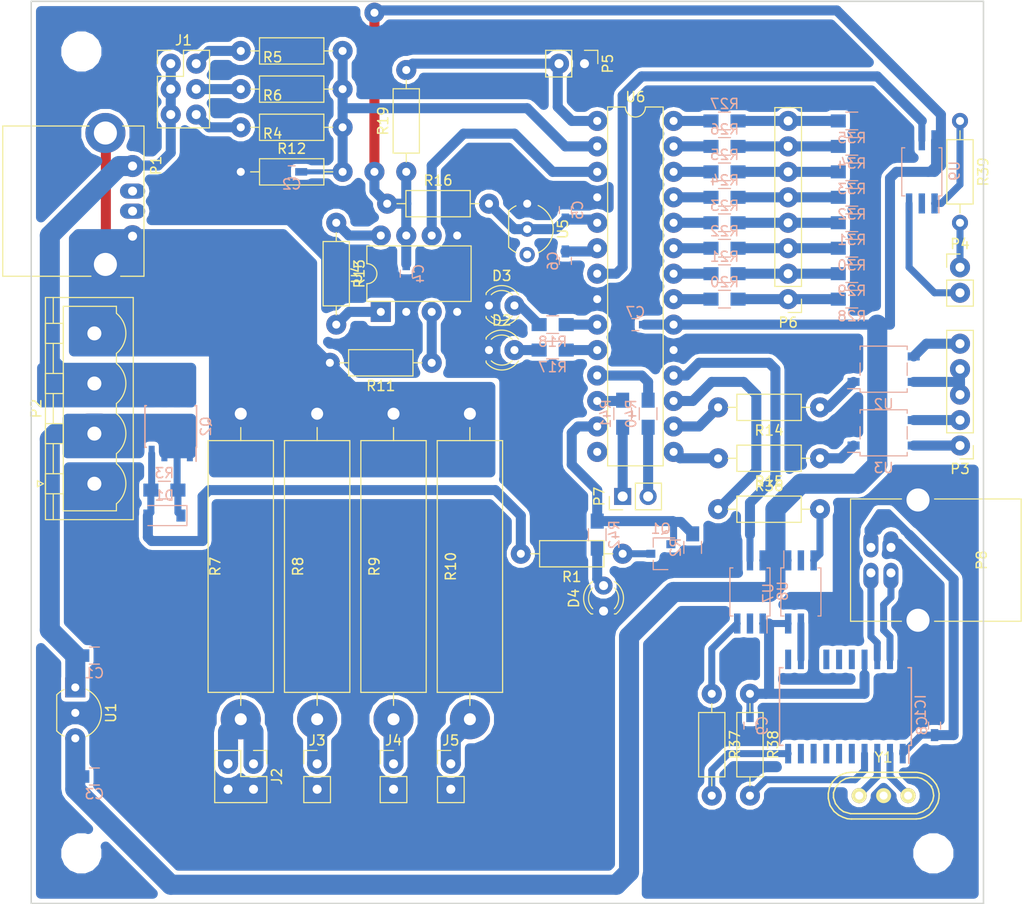
<source format=kicad_pcb>
(kicad_pcb (version 4) (host pcbnew 4.0.7)

  (general
    (links 173)
    (no_connects 0)
    (area 99.571429 61.734999 211.428572 153.675)
    (thickness 1.6)
    (drawings 4)
    (tracks 452)
    (zones 0)
    (modules 85)
    (nets 75)
  )

  (page A4)
  (layers
    (0 F.Cu signal)
    (31 B.Cu signal)
    (32 B.Adhes user)
    (33 F.Adhes user)
    (34 B.Paste user)
    (35 F.Paste user)
    (36 B.SilkS user)
    (37 F.SilkS user)
    (38 B.Mask user)
    (39 F.Mask user)
    (40 Dwgs.User user)
    (41 Cmts.User user)
    (42 Eco1.User user)
    (43 Eco2.User user)
    (44 Edge.Cuts user)
    (45 Margin user)
    (46 B.CrtYd user)
    (47 F.CrtYd user)
    (48 B.Fab user)
    (49 F.Fab user)
  )

  (setup
    (last_trace_width 1)
    (user_trace_width 0.7)
    (user_trace_width 0.8)
    (user_trace_width 0.9)
    (user_trace_width 1)
    (user_trace_width 2)
    (user_trace_width 4)
    (trace_clearance 0.4)
    (zone_clearance 0.4)
    (zone_45_only no)
    (trace_min 0.5)
    (segment_width 0.2)
    (edge_width 0.15)
    (via_size 1)
    (via_drill 0.8)
    (via_min_size 0.8)
    (via_min_drill 0.5)
    (user_via 0.8 0.5)
    (user_via 1 0.6)
    (user_via 1.7 0.8)
    (user_via 2 0.8)
    (user_via 2 1)
    (uvia_size 0.3)
    (uvia_drill 0.1)
    (uvias_allowed no)
    (uvia_min_size 0.2)
    (uvia_min_drill 0.1)
    (pcb_text_width 0.3)
    (pcb_text_size 1.5 1.5)
    (mod_edge_width 0.15)
    (mod_text_size 1 1)
    (mod_text_width 0.15)
    (pad_size 2 2)
    (pad_drill 0.8)
    (pad_to_mask_clearance 0.2)
    (aux_axis_origin 0 0)
    (visible_elements FFFFF77F)
    (pcbplotparams
      (layerselection 0x01000_80000000)
      (usegerberextensions true)
      (excludeedgelayer false)
      (linewidth 0.200000)
      (plotframeref false)
      (viasonmask false)
      (mode 1)
      (useauxorigin false)
      (hpglpennumber 1)
      (hpglpenspeed 20)
      (hpglpendiameter 15)
      (hpglpenoverlay 2)
      (psnegative false)
      (psa4output false)
      (plotreference false)
      (plotvalue false)
      (plotinvisibletext false)
      (padsonsilk false)
      (subtractmaskfromsilk false)
      (outputformat 1)
      (mirror false)
      (drillshape 0)
      (scaleselection 1)
      (outputdirectory ""))
  )

  (net 0 "")
  (net 1 GND)
  (net 2 +3V3)
  (net 3 "Net-(C5-Pad1)")
  (net 4 "Net-(D1-Pad2)")
  (net 5 "Net-(D2-Pad2)")
  (net 6 "Net-(IC1-Pad2)")
  (net 7 "Net-(IC1-Pad3)")
  (net 8 "Net-(IC1-Pad4)")
  (net 9 "Net-(IC1-Pad10)")
  (net 10 "Net-(IC1-Pad12)")
  (net 11 "Net-(IC1-Pad18)")
  (net 12 "Net-(IC1-Pad19)")
  (net 13 "Net-(J1-Pad2)")
  (net 14 "Net-(J1-Pad4)")
  (net 15 "Net-(J1-Pad6)")
  (net 16 "Net-(P3-Pad1)")
  (net 17 "Net-(P3-Pad2)")
  (net 18 "Net-(P4-Pad1)")
  (net 19 "Net-(P4-Pad2)")
  (net 20 "Net-(P5-Pad2)")
  (net 21 "Net-(R13-Pad2)")
  (net 22 "Net-(P7-Pad2)")
  (net 23 /VCCO)
  (net 24 /GNDO)
  (net 25 "Net-(J3-Pad1)")
  (net 26 "Net-(J4-Pad1)")
  (net 27 "Net-(J5-Pad1)")
  (net 28 "Net-(C2-Pad2)")
  (net 29 "Net-(C6-Pad1)")
  (net 30 GNDD)
  (net 31 /VCC_USB)
  (net 32 /3.3V_USB)
  (net 33 "Net-(D3-Pad2)")
  (net 34 "Net-(J2-Pad1)")
  (net 35 "Net-(P6-Pad1)")
  (net 36 "Net-(P6-Pad2)")
  (net 37 "Net-(P6-Pad3)")
  (net 38 "Net-(P6-Pad4)")
  (net 39 "Net-(P7-Pad1)")
  (net 40 PWR_ON)
  (net 41 "Net-(Q1-Pad3)")
  (net 42 "Net-(R11-Pad1)")
  (net 43 "Net-(R13-Pad1)")
  (net 44 "Net-(R14-Pad1)")
  (net 45 RL1)
  (net 46 "Net-(R15-Pad1)")
  (net 47 RL2)
  (net 48 "Net-(R17-Pad2)")
  (net 49 "Net-(R18-Pad2)")
  (net 50 "Net-(R20-Pad2)")
  (net 51 "Net-(R21-Pad2)")
  (net 52 "Net-(R22-Pad2)")
  (net 53 "Net-(R23-Pad2)")
  (net 54 "Net-(R24-Pad2)")
  (net 55 "Net-(U4-Pad6)")
  (net 56 "Net-(U6-Pad18)")
  (net 57 /VCCI)
  (net 58 "Net-(U6-Pad7)")
  (net 59 "Net-(P3-Pad3)")
  (net 60 "Net-(P3-Pad5)")
  (net 61 "Net-(R25-Pad2)")
  (net 62 "Net-(R26-Pad2)")
  (net 63 "Net-(R27-Pad2)")
  (net 64 "Net-(R36-Pad1)")
  (net 65 "Net-(R36-Pad2)")
  (net 66 "Net-(R37-Pad1)")
  (net 67 "Net-(P6-Pad5)")
  (net 68 "Net-(P6-Pad6)")
  (net 69 "Net-(P6-Pad7)")
  (net 70 "Net-(P6-Pad8)")
  (net 71 "Net-(R39-Pad1)")
  (net 72 "Net-(R40-Pad1)")
  (net 73 "Net-(R41-Pad1)")
  (net 74 "Net-(D4-Pad2)")

  (net_class Default "Ceci est la Netclass par défaut"
    (clearance 0.4)
    (trace_width 0.5)
    (via_dia 1)
    (via_drill 0.8)
    (uvia_dia 0.3)
    (uvia_drill 0.1)
    (add_net +3V3)
    (add_net /3.3V_USB)
    (add_net /GNDO)
    (add_net /VCCI)
    (add_net /VCCO)
    (add_net /VCC_USB)
    (add_net GND)
    (add_net GNDD)
    (add_net "Net-(C2-Pad2)")
    (add_net "Net-(C5-Pad1)")
    (add_net "Net-(C6-Pad1)")
    (add_net "Net-(D1-Pad2)")
    (add_net "Net-(D2-Pad2)")
    (add_net "Net-(D3-Pad2)")
    (add_net "Net-(D4-Pad2)")
    (add_net "Net-(IC1-Pad10)")
    (add_net "Net-(IC1-Pad12)")
    (add_net "Net-(IC1-Pad18)")
    (add_net "Net-(IC1-Pad19)")
    (add_net "Net-(IC1-Pad2)")
    (add_net "Net-(IC1-Pad3)")
    (add_net "Net-(IC1-Pad4)")
    (add_net "Net-(J1-Pad2)")
    (add_net "Net-(J1-Pad4)")
    (add_net "Net-(J1-Pad6)")
    (add_net "Net-(J2-Pad1)")
    (add_net "Net-(J3-Pad1)")
    (add_net "Net-(J4-Pad1)")
    (add_net "Net-(J5-Pad1)")
    (add_net "Net-(P3-Pad1)")
    (add_net "Net-(P3-Pad2)")
    (add_net "Net-(P3-Pad3)")
    (add_net "Net-(P3-Pad5)")
    (add_net "Net-(P4-Pad1)")
    (add_net "Net-(P4-Pad2)")
    (add_net "Net-(P5-Pad2)")
    (add_net "Net-(P6-Pad1)")
    (add_net "Net-(P6-Pad2)")
    (add_net "Net-(P6-Pad3)")
    (add_net "Net-(P6-Pad4)")
    (add_net "Net-(P6-Pad5)")
    (add_net "Net-(P6-Pad6)")
    (add_net "Net-(P6-Pad7)")
    (add_net "Net-(P6-Pad8)")
    (add_net "Net-(P7-Pad1)")
    (add_net "Net-(P7-Pad2)")
    (add_net "Net-(Q1-Pad3)")
    (add_net "Net-(R11-Pad1)")
    (add_net "Net-(R13-Pad1)")
    (add_net "Net-(R13-Pad2)")
    (add_net "Net-(R14-Pad1)")
    (add_net "Net-(R15-Pad1)")
    (add_net "Net-(R17-Pad2)")
    (add_net "Net-(R18-Pad2)")
    (add_net "Net-(R20-Pad2)")
    (add_net "Net-(R21-Pad2)")
    (add_net "Net-(R22-Pad2)")
    (add_net "Net-(R23-Pad2)")
    (add_net "Net-(R24-Pad2)")
    (add_net "Net-(R25-Pad2)")
    (add_net "Net-(R26-Pad2)")
    (add_net "Net-(R27-Pad2)")
    (add_net "Net-(R36-Pad1)")
    (add_net "Net-(R36-Pad2)")
    (add_net "Net-(R37-Pad1)")
    (add_net "Net-(R39-Pad1)")
    (add_net "Net-(R40-Pad1)")
    (add_net "Net-(R41-Pad1)")
    (add_net "Net-(U4-Pad6)")
    (add_net "Net-(U6-Pad18)")
    (add_net "Net-(U6-Pad7)")
    (add_net PWR_ON)
    (add_net RL1)
    (add_net RL2)
  )

  (net_class power ""
    (clearance 1)
    (trace_width 1)
    (via_dia 1)
    (via_drill 0.8)
    (uvia_dia 0.3)
    (uvia_drill 0.1)
  )

  (net_class power2 ""
    (clearance 1)
    (trace_width 4)
    (via_dia 1)
    (via_drill 0.8)
    (uvia_dia 0.3)
    (uvia_drill 0.1)
  )

  (net_class powermedium ""
    (clearance 1)
    (trace_width 0.5)
    (via_dia 1)
    (via_drill 0.8)
    (uvia_dia 0.3)
    (uvia_drill 0.1)
  )

  (net_class powersmall ""
    (clearance 0.9)
    (trace_width 0.5)
    (via_dia 1)
    (via_drill 0.8)
    (uvia_dia 0.3)
    (uvia_drill 0.1)
  )

  (module Resistors_THT:R_Axial_Power_L25.0mm_W6.4mm_P30.48mm (layer F.Cu) (tedit 5CE2E5C6) (tstamp 5CE2B5BB)
    (at 128.905 134.62 90)
    (descr "Resistor, Axial_Power series, Axial, Horizontal, pin pitch=30.48mm, 5W, length*diameter=25*6.4mm^2, http://cdn-reichelt.de/documents/datenblatt/B400/5WAXIAL_9WAXIAL_11WAXIAL_17WAXIAL%23YAG.pdf")
    (tags "Resistor Axial_Power series Axial Horizontal pin pitch 30.48mm 5W length 25mm diameter 6.4mm")
    (path /5CDAAD6A)
    (fp_text reference R7 (at 15.24 -2.54 90) (layer F.SilkS)
      (effects (font (size 1 1) (thickness 0.15)))
    )
    (fp_text value 0.02 (at 15.24 2.54 90) (layer F.Fab)
      (effects (font (size 1 1) (thickness 0.15)))
    )
    (fp_line (start 2.74 -3.2) (end 2.74 3.2) (layer F.Fab) (width 0.1))
    (fp_line (start 2.74 3.2) (end 27.74 3.2) (layer F.Fab) (width 0.1))
    (fp_line (start 27.74 3.2) (end 27.74 -3.2) (layer F.Fab) (width 0.1))
    (fp_line (start 27.74 -3.2) (end 2.74 -3.2) (layer F.Fab) (width 0.1))
    (fp_line (start 0 0) (end 2.74 0) (layer F.Fab) (width 0.1))
    (fp_line (start 30.48 0) (end 27.74 0) (layer F.Fab) (width 0.1))
    (fp_line (start 2.68 -3.26) (end 2.68 3.26) (layer F.SilkS) (width 0.12))
    (fp_line (start 2.68 3.26) (end 27.8 3.26) (layer F.SilkS) (width 0.12))
    (fp_line (start 27.8 3.26) (end 27.8 -3.26) (layer F.SilkS) (width 0.12))
    (fp_line (start 27.8 -3.26) (end 2.68 -3.26) (layer F.SilkS) (width 0.12))
    (fp_line (start 1.38 0) (end 2.68 0) (layer F.SilkS) (width 0.12))
    (fp_line (start 29.1 0) (end 27.8 0) (layer F.SilkS) (width 0.12))
    (fp_line (start -1.45 -3.55) (end -1.45 3.55) (layer F.CrtYd) (width 0.05))
    (fp_line (start -1.45 3.55) (end 31.95 3.55) (layer F.CrtYd) (width 0.05))
    (fp_line (start 31.95 3.55) (end 31.95 -3.55) (layer F.CrtYd) (width 0.05))
    (fp_line (start 31.95 -3.55) (end -1.45 -3.55) (layer F.CrtYd) (width 0.05))
    (pad 1 thru_hole circle (at 0 0 90) (size 4 4) (drill 1.2) (layers *.Cu *.Mask)
      (net 34 "Net-(J2-Pad1)"))
    (pad 2 thru_hole circle (at 30.48 0 90) (size 4 4) (drill 1.2) (layers *.Cu *.Mask)
      (net 24 /GNDO))
    (model ${KISYS3DMOD}/Resistors_THT.3dshapes/R_Axial_Power_L25.0mm_W6.4mm_P30.48mm.wrl
      (at (xyz 0 0 0))
      (scale (xyz 0.393701 0.393701 0.393701))
      (rotate (xyz 0 0 0))
    )
  )

  (module Connectors_Phoenix:PhoenixContact_MSTBVA-G_04x5.00mm_Vertical (layer F.Cu) (tedit 5CE2DD36) (tstamp 5CE2B279)
    (at 114.3 111.125 90)
    (descr "Generic Phoenix Contact connector footprint for series: MSTBVA-G; number of pins: 04; pin pitch: 5.00mm; Vertical || order number: 1755532 12A || order number: 1924211 16A (HC)")
    (tags "phoenix_contact connector MSTBVA_01x04_G_5.00mm")
    (path /585D7BFD)
    (fp_text reference P2 (at 7.5 -5.8 90) (layer F.SilkS)
      (effects (font (size 1 1) (thickness 0.15)))
    )
    (fp_text value CONN_01X04 (at 7.5 4.8 90) (layer F.Fab)
      (effects (font (size 1 1) (thickness 0.15)))
    )
    (fp_arc (start 0 0.55) (end -2 2.2) (angle -100.5) (layer F.SilkS) (width 0.12))
    (fp_arc (start 5 0.55) (end 3 2.2) (angle -100.5) (layer F.SilkS) (width 0.12))
    (fp_arc (start 10 0.55) (end 8 2.2) (angle -100.5) (layer F.SilkS) (width 0.12))
    (fp_arc (start 15 0.55) (end 13 2.2) (angle -100.5) (layer F.SilkS) (width 0.12))
    (fp_line (start -3.58 -4.88) (end -3.58 3.88) (layer F.SilkS) (width 0.12))
    (fp_line (start -3.58 3.88) (end 18.58 3.88) (layer F.SilkS) (width 0.12))
    (fp_line (start 18.58 3.88) (end 18.58 -4.88) (layer F.SilkS) (width 0.12))
    (fp_line (start 18.58 -4.88) (end -3.58 -4.88) (layer F.SilkS) (width 0.12))
    (fp_line (start -3.5 -4.8) (end -3.5 3.8) (layer F.Fab) (width 0.1))
    (fp_line (start -3.5 3.8) (end 18.5 3.8) (layer F.Fab) (width 0.1))
    (fp_line (start 18.5 3.8) (end 18.5 -4.8) (layer F.Fab) (width 0.1))
    (fp_line (start 18.5 -4.8) (end -3.5 -4.8) (layer F.Fab) (width 0.1))
    (fp_line (start -3.58 -4.1) (end -1.08 -4.1) (layer F.SilkS) (width 0.12))
    (fp_line (start 18.58 -4.1) (end 16.08 -4.1) (layer F.SilkS) (width 0.12))
    (fp_line (start 1 -4.1) (end 4 -4.1) (layer F.SilkS) (width 0.12))
    (fp_line (start 6 -4.1) (end 9 -4.1) (layer F.SilkS) (width 0.12))
    (fp_line (start 11 -4.1) (end 14 -4.1) (layer F.SilkS) (width 0.12))
    (fp_line (start -1 -3.1) (end -1 -4.88) (layer F.SilkS) (width 0.12))
    (fp_line (start -1 -4.88) (end 1 -4.88) (layer F.SilkS) (width 0.12))
    (fp_line (start 1 -4.88) (end 1 -3.1) (layer F.SilkS) (width 0.12))
    (fp_line (start 1 -3.1) (end -1 -3.1) (layer F.SilkS) (width 0.12))
    (fp_line (start 4 -3.1) (end 4 -4.88) (layer F.SilkS) (width 0.12))
    (fp_line (start 4 -4.88) (end 6 -4.88) (layer F.SilkS) (width 0.12))
    (fp_line (start 6 -4.88) (end 6 -3.1) (layer F.SilkS) (width 0.12))
    (fp_line (start 6 -3.1) (end 4 -3.1) (layer F.SilkS) (width 0.12))
    (fp_line (start 9 -3.1) (end 9 -4.88) (layer F.SilkS) (width 0.12))
    (fp_line (start 9 -4.88) (end 11 -4.88) (layer F.SilkS) (width 0.12))
    (fp_line (start 11 -4.88) (end 11 -3.1) (layer F.SilkS) (width 0.12))
    (fp_line (start 11 -3.1) (end 9 -3.1) (layer F.SilkS) (width 0.12))
    (fp_line (start 14 -3.1) (end 14 -4.88) (layer F.SilkS) (width 0.12))
    (fp_line (start 14 -4.88) (end 16 -4.88) (layer F.SilkS) (width 0.12))
    (fp_line (start 16 -4.88) (end 16 -3.1) (layer F.SilkS) (width 0.12))
    (fp_line (start 16 -3.1) (end 14 -3.1) (layer F.SilkS) (width 0.12))
    (fp_line (start 2 2.2) (end 3 2.2) (layer F.SilkS) (width 0.12))
    (fp_line (start 7 2.2) (end 8 2.2) (layer F.SilkS) (width 0.12))
    (fp_line (start 12 2.2) (end 13 2.2) (layer F.SilkS) (width 0.12))
    (fp_line (start -2 2.2) (end -2.7 2.2) (layer F.SilkS) (width 0.12))
    (fp_line (start -2.7 2.2) (end -2.7 -3.1) (layer F.SilkS) (width 0.12))
    (fp_line (start -2.7 -3.1) (end 17.7 -3.1) (layer F.SilkS) (width 0.12))
    (fp_line (start 17.7 -3.1) (end 17.7 2.2) (layer F.SilkS) (width 0.12))
    (fp_line (start 17.7 2.2) (end 17 2.2) (layer F.SilkS) (width 0.12))
    (fp_line (start -4 -5.3) (end -4 4.3) (layer F.CrtYd) (width 0.05))
    (fp_line (start -4 4.3) (end 19 4.3) (layer F.CrtYd) (width 0.05))
    (fp_line (start 19 4.3) (end 19 -5.3) (layer F.CrtYd) (width 0.05))
    (fp_line (start 19 -5.3) (end -4 -5.3) (layer F.CrtYd) (width 0.05))
    (fp_line (start 0.3 -5.68) (end 0 -5.08) (layer F.SilkS) (width 0.12))
    (fp_line (start 0 -5.08) (end -0.3 -5.68) (layer F.SilkS) (width 0.12))
    (fp_line (start -0.3 -5.68) (end 0.3 -5.68) (layer F.SilkS) (width 0.12))
    (fp_line (start 0.5 -3.55) (end 0 -2.55) (layer F.Fab) (width 0.1))
    (fp_line (start 0 -2.55) (end -0.5 -3.55) (layer F.Fab) (width 0.1))
    (fp_line (start -0.5 -3.55) (end 0.5 -3.55) (layer F.Fab) (width 0.1))
    (fp_text user %R (at 7.5 -3 90) (layer F.Fab)
      (effects (font (size 1 1) (thickness 0.15)))
    )
    (pad 1 thru_hole oval (at 0 0 90) (size 4 5) (drill 1.4) (layers *.Cu *.Mask)
      (net 1 GND))
    (pad 2 thru_hole oval (at 5 0 90) (size 4 5) (drill 1.4) (layers *.Cu *.Mask)
      (net 57 /VCCI))
    (pad 3 thru_hole oval (at 10 0 90) (size 4 5) (drill 1.4) (layers *.Cu *.Mask)
      (net 23 /VCCO))
    (pad 4 thru_hole oval (at 15 0 90) (size 4 5) (drill 1.4) (layers *.Cu *.Mask)
      (net 24 /GNDO))
    (model ${KISYS3DMOD}/Connectors_Phoenix.3dshapes/PhoenixContact_MSTBVA-G_04x5.00mm_Vertical.wrl
      (at (xyz 0 0 0))
      (scale (xyz 1 1 1))
      (rotate (xyz 0 0 0))
    )
  )

  (module Mounting_Holes:MountingHole_3.2mm_M3_DIN965 (layer F.Cu) (tedit 5CE3CA5D) (tstamp 5CE3CD17)
    (at 198 148)
    (descr "Mounting Hole 3.2mm, no annular, M3, DIN965")
    (tags "mounting hole 3.2mm no annular m3 din965")
    (fp_text reference REF** (at 0 -3.8) (layer F.SilkS) hide
      (effects (font (size 1 1) (thickness 0.15)))
    )
    (fp_text value MountingHole_3.2mm_M3_DIN965 (at 0 3.8) (layer F.Fab) hide
      (effects (font (size 1 1) (thickness 0.15)))
    )
    (fp_circle (center 0 0) (end 2.8 0) (layer Cmts.User) (width 0.15))
    (fp_circle (center 0 0) (end 3.05 0) (layer F.CrtYd) (width 0.05))
    (pad 1 np_thru_hole circle (at 0 0) (size 3.2 3.2) (drill 3.2) (layers *.Cu *.Mask))
  )

  (module Mounting_Holes:MountingHole_3.2mm_M3_DIN965 (layer F.Cu) (tedit 5CE3CA5D) (tstamp 5CE3CD09)
    (at 198 68)
    (descr "Mounting Hole 3.2mm, no annular, M3, DIN965")
    (tags "mounting hole 3.2mm no annular m3 din965")
    (fp_text reference REF** (at 0 -3.8) (layer F.SilkS) hide
      (effects (font (size 1 1) (thickness 0.15)))
    )
    (fp_text value MountingHole_3.2mm_M3_DIN965 (at 0 3.8) (layer F.Fab) hide
      (effects (font (size 1 1) (thickness 0.15)))
    )
    (fp_circle (center 0 0) (end 2.8 0) (layer Cmts.User) (width 0.15))
    (fp_circle (center 0 0) (end 3.05 0) (layer F.CrtYd) (width 0.05))
    (pad 1 np_thru_hole circle (at 0 0) (size 3.2 3.2) (drill 3.2) (layers *.Cu *.Mask))
  )

  (module Mounting_Holes:MountingHole_3.2mm_M3_DIN965 (layer F.Cu) (tedit 5CE3CA5D) (tstamp 5CE3CCF4)
    (at 113 148)
    (descr "Mounting Hole 3.2mm, no annular, M3, DIN965")
    (tags "mounting hole 3.2mm no annular m3 din965")
    (fp_text reference REF** (at 0 -3.8) (layer F.SilkS) hide
      (effects (font (size 1 1) (thickness 0.15)))
    )
    (fp_text value MountingHole_3.2mm_M3_DIN965 (at 0 3.8) (layer F.Fab) hide
      (effects (font (size 1 1) (thickness 0.15)))
    )
    (fp_circle (center 0 0) (end 2.8 0) (layer Cmts.User) (width 0.15))
    (fp_circle (center 0 0) (end 3.05 0) (layer F.CrtYd) (width 0.05))
    (pad 1 np_thru_hole circle (at 0 0) (size 3.2 3.2) (drill 3.2) (layers *.Cu *.Mask))
  )

  (module Housings_SOIC:SOIC-20W_7.5x12.8mm_Pitch1.27mm (layer B.Cu) (tedit 58CC8F64) (tstamp 5CE2B243)
    (at 189.23 133.35 90)
    (descr "20-Lead Plastic Small Outline (SO) - Wide, 7.50 mm Body [SOIC] (see Microchip Packaging Specification 00000049BS.pdf)")
    (tags "SOIC 1.27")
    (path /58909768)
    (attr smd)
    (fp_text reference IC1 (at 0 7.5 90) (layer B.SilkS)
      (effects (font (size 1 1) (thickness 0.15)) (justify mirror))
    )
    (fp_text value MCP2200 (at 0 -7.5 90) (layer B.Fab)
      (effects (font (size 1 1) (thickness 0.15)) (justify mirror))
    )
    (fp_text user %R (at 0 0 90) (layer B.Fab)
      (effects (font (size 1 1) (thickness 0.15)) (justify mirror))
    )
    (fp_line (start -2.75 6.4) (end 3.75 6.4) (layer B.Fab) (width 0.15))
    (fp_line (start 3.75 6.4) (end 3.75 -6.4) (layer B.Fab) (width 0.15))
    (fp_line (start 3.75 -6.4) (end -3.75 -6.4) (layer B.Fab) (width 0.15))
    (fp_line (start -3.75 -6.4) (end -3.75 5.4) (layer B.Fab) (width 0.15))
    (fp_line (start -3.75 5.4) (end -2.75 6.4) (layer B.Fab) (width 0.15))
    (fp_line (start -5.95 6.75) (end -5.95 -6.75) (layer B.CrtYd) (width 0.05))
    (fp_line (start 5.95 6.75) (end 5.95 -6.75) (layer B.CrtYd) (width 0.05))
    (fp_line (start -5.95 6.75) (end 5.95 6.75) (layer B.CrtYd) (width 0.05))
    (fp_line (start -5.95 -6.75) (end 5.95 -6.75) (layer B.CrtYd) (width 0.05))
    (fp_line (start -3.875 6.575) (end -3.875 6.325) (layer B.SilkS) (width 0.15))
    (fp_line (start 3.875 6.575) (end 3.875 6.24) (layer B.SilkS) (width 0.15))
    (fp_line (start 3.875 -6.575) (end 3.875 -6.24) (layer B.SilkS) (width 0.15))
    (fp_line (start -3.875 -6.575) (end -3.875 -6.24) (layer B.SilkS) (width 0.15))
    (fp_line (start -3.875 6.575) (end 3.875 6.575) (layer B.SilkS) (width 0.15))
    (fp_line (start -3.875 -6.575) (end 3.875 -6.575) (layer B.SilkS) (width 0.15))
    (fp_line (start -3.875 6.325) (end -5.675 6.325) (layer B.SilkS) (width 0.15))
    (pad 1 smd rect (at -4.7 5.715 90) (size 1.95 0.6) (layers B.Cu B.Paste B.Mask)
      (net 31 /VCC_USB))
    (pad 2 smd rect (at -4.7 4.445 90) (size 1.95 0.6) (layers B.Cu B.Paste B.Mask)
      (net 6 "Net-(IC1-Pad2)"))
    (pad 3 smd rect (at -4.7 3.175 90) (size 1.95 0.6) (layers B.Cu B.Paste B.Mask)
      (net 7 "Net-(IC1-Pad3)"))
    (pad 4 smd rect (at -4.7 1.905 90) (size 1.95 0.6) (layers B.Cu B.Paste B.Mask)
      (net 8 "Net-(IC1-Pad4)"))
    (pad 5 smd rect (at -4.7 0.635 90) (size 1.95 0.6) (layers B.Cu B.Paste B.Mask))
    (pad 6 smd rect (at -4.7 -0.635 90) (size 1.95 0.6) (layers B.Cu B.Paste B.Mask))
    (pad 7 smd rect (at -4.7 -1.905 90) (size 1.95 0.6) (layers B.Cu B.Paste B.Mask))
    (pad 8 smd rect (at -4.7 -3.175 90) (size 1.95 0.6) (layers B.Cu B.Paste B.Mask))
    (pad 9 smd rect (at -4.7 -4.445 90) (size 1.95 0.6) (layers B.Cu B.Paste B.Mask))
    (pad 10 smd rect (at -4.7 -5.715 90) (size 1.95 0.6) (layers B.Cu B.Paste B.Mask)
      (net 9 "Net-(IC1-Pad10)"))
    (pad 11 smd rect (at 4.7 -5.715 90) (size 1.95 0.6) (layers B.Cu B.Paste B.Mask))
    (pad 12 smd rect (at 4.7 -4.445 90) (size 1.95 0.6) (layers B.Cu B.Paste B.Mask)
      (net 10 "Net-(IC1-Pad12)"))
    (pad 13 smd rect (at 4.7 -3.175 90) (size 1.95 0.6) (layers B.Cu B.Paste B.Mask)
      (net 30 GNDD))
    (pad 14 smd rect (at 4.7 -1.905 90) (size 1.95 0.6) (layers B.Cu B.Paste B.Mask))
    (pad 15 smd rect (at 4.7 -0.635 90) (size 1.95 0.6) (layers B.Cu B.Paste B.Mask))
    (pad 16 smd rect (at 4.7 0.635 90) (size 1.95 0.6) (layers B.Cu B.Paste B.Mask))
    (pad 17 smd rect (at 4.7 1.905 90) (size 1.95 0.6) (layers B.Cu B.Paste B.Mask)
      (net 32 /3.3V_USB))
    (pad 18 smd rect (at 4.7 3.175 90) (size 1.95 0.6) (layers B.Cu B.Paste B.Mask)
      (net 11 "Net-(IC1-Pad18)"))
    (pad 19 smd rect (at 4.7 4.445 90) (size 1.95 0.6) (layers B.Cu B.Paste B.Mask)
      (net 12 "Net-(IC1-Pad19)"))
    (pad 20 smd rect (at 4.7 5.715 90) (size 1.95 0.6) (layers B.Cu B.Paste B.Mask)
      (net 30 GNDD))
    (model ${KISYS3DMOD}/Housings_SOIC.3dshapes/SOIC-20W_7.5x12.8mm_Pitch1.27mm.wrl
      (at (xyz 0 0 0))
      (scale (xyz 1 1 1))
      (rotate (xyz 0 0 0))
    )
  )

  (module Capacitors_SMD:C_0805_HandSoldering (layer B.Cu) (tedit 58AA84A8) (tstamp 5CE2B1E9)
    (at 114.3 128.27)
    (descr "Capacitor SMD 0805, hand soldering")
    (tags "capacitor 0805")
    (path /585D46D4)
    (attr smd)
    (fp_text reference C1 (at 0 1.75) (layer B.SilkS)
      (effects (font (size 1 1) (thickness 0.15)) (justify mirror))
    )
    (fp_text value 10µF (at 0 -1.75) (layer B.Fab)
      (effects (font (size 1 1) (thickness 0.15)) (justify mirror))
    )
    (fp_text user %R (at 0 1.75) (layer B.Fab)
      (effects (font (size 1 1) (thickness 0.15)) (justify mirror))
    )
    (fp_line (start -1 -0.62) (end -1 0.62) (layer B.Fab) (width 0.1))
    (fp_line (start 1 -0.62) (end -1 -0.62) (layer B.Fab) (width 0.1))
    (fp_line (start 1 0.62) (end 1 -0.62) (layer B.Fab) (width 0.1))
    (fp_line (start -1 0.62) (end 1 0.62) (layer B.Fab) (width 0.1))
    (fp_line (start 0.5 0.85) (end -0.5 0.85) (layer B.SilkS) (width 0.12))
    (fp_line (start -0.5 -0.85) (end 0.5 -0.85) (layer B.SilkS) (width 0.12))
    (fp_line (start -2.25 0.88) (end 2.25 0.88) (layer B.CrtYd) (width 0.05))
    (fp_line (start -2.25 0.88) (end -2.25 -0.87) (layer B.CrtYd) (width 0.05))
    (fp_line (start 2.25 -0.87) (end 2.25 0.88) (layer B.CrtYd) (width 0.05))
    (fp_line (start 2.25 -0.87) (end -2.25 -0.87) (layer B.CrtYd) (width 0.05))
    (pad 1 smd rect (at -1.25 0) (size 1.5 1.25) (layers B.Cu B.Paste B.Mask)
      (net 57 /VCCI))
    (pad 2 smd rect (at 1.25 0) (size 1.5 1.25) (layers B.Cu B.Paste B.Mask)
      (net 1 GND))
    (model Capacitors_SMD.3dshapes/C_0805.wrl
      (at (xyz 0 0 0))
      (scale (xyz 1 1 1))
      (rotate (xyz 0 0 0))
    )
  )

  (module Capacitors_SMD:C_0603_HandSoldering (layer B.Cu) (tedit 58AA848B) (tstamp 5CE2B1EF)
    (at 133.985 80.01)
    (descr "Capacitor SMD 0603, hand soldering")
    (tags "capacitor 0603")
    (path /585DE645)
    (attr smd)
    (fp_text reference C2 (at 0 1.25) (layer B.SilkS)
      (effects (font (size 1 1) (thickness 0.15)) (justify mirror))
    )
    (fp_text value 100nF (at 0 -1.5) (layer B.Fab)
      (effects (font (size 1 1) (thickness 0.15)) (justify mirror))
    )
    (fp_text user %R (at 0 1.25) (layer B.Fab)
      (effects (font (size 1 1) (thickness 0.15)) (justify mirror))
    )
    (fp_line (start -0.8 -0.4) (end -0.8 0.4) (layer B.Fab) (width 0.1))
    (fp_line (start 0.8 -0.4) (end -0.8 -0.4) (layer B.Fab) (width 0.1))
    (fp_line (start 0.8 0.4) (end 0.8 -0.4) (layer B.Fab) (width 0.1))
    (fp_line (start -0.8 0.4) (end 0.8 0.4) (layer B.Fab) (width 0.1))
    (fp_line (start -0.35 0.6) (end 0.35 0.6) (layer B.SilkS) (width 0.12))
    (fp_line (start 0.35 -0.6) (end -0.35 -0.6) (layer B.SilkS) (width 0.12))
    (fp_line (start -1.8 0.65) (end 1.8 0.65) (layer B.CrtYd) (width 0.05))
    (fp_line (start -1.8 0.65) (end -1.8 -0.65) (layer B.CrtYd) (width 0.05))
    (fp_line (start 1.8 -0.65) (end 1.8 0.65) (layer B.CrtYd) (width 0.05))
    (fp_line (start 1.8 -0.65) (end -1.8 -0.65) (layer B.CrtYd) (width 0.05))
    (pad 1 smd rect (at -0.95 0) (size 1.2 0.75) (layers B.Cu B.Paste B.Mask)
      (net 1 GND))
    (pad 2 smd rect (at 0.95 0) (size 1.2 0.75) (layers B.Cu B.Paste B.Mask)
      (net 28 "Net-(C2-Pad2)"))
    (model Capacitors_SMD.3dshapes/C_0603.wrl
      (at (xyz 0 0 0))
      (scale (xyz 1 1 1))
      (rotate (xyz 0 0 0))
    )
  )

  (module Capacitors_SMD:C_0805_HandSoldering (layer B.Cu) (tedit 58AA84A8) (tstamp 5CE2B1F5)
    (at 114.3 140.335)
    (descr "Capacitor SMD 0805, hand soldering")
    (tags "capacitor 0805")
    (path /585D474A)
    (attr smd)
    (fp_text reference C3 (at 0 1.75) (layer B.SilkS)
      (effects (font (size 1 1) (thickness 0.15)) (justify mirror))
    )
    (fp_text value 10µF (at 0 -1.75) (layer B.Fab)
      (effects (font (size 1 1) (thickness 0.15)) (justify mirror))
    )
    (fp_text user %R (at 0 1.75) (layer B.Fab)
      (effects (font (size 1 1) (thickness 0.15)) (justify mirror))
    )
    (fp_line (start -1 -0.62) (end -1 0.62) (layer B.Fab) (width 0.1))
    (fp_line (start 1 -0.62) (end -1 -0.62) (layer B.Fab) (width 0.1))
    (fp_line (start 1 0.62) (end 1 -0.62) (layer B.Fab) (width 0.1))
    (fp_line (start -1 0.62) (end 1 0.62) (layer B.Fab) (width 0.1))
    (fp_line (start 0.5 0.85) (end -0.5 0.85) (layer B.SilkS) (width 0.12))
    (fp_line (start -0.5 -0.85) (end 0.5 -0.85) (layer B.SilkS) (width 0.12))
    (fp_line (start -2.25 0.88) (end 2.25 0.88) (layer B.CrtYd) (width 0.05))
    (fp_line (start -2.25 0.88) (end -2.25 -0.87) (layer B.CrtYd) (width 0.05))
    (fp_line (start 2.25 -0.87) (end 2.25 0.88) (layer B.CrtYd) (width 0.05))
    (fp_line (start 2.25 -0.87) (end -2.25 -0.87) (layer B.CrtYd) (width 0.05))
    (pad 1 smd rect (at -1.25 0) (size 1.5 1.25) (layers B.Cu B.Paste B.Mask)
      (net 2 +3V3))
    (pad 2 smd rect (at 1.25 0) (size 1.5 1.25) (layers B.Cu B.Paste B.Mask)
      (net 1 GND))
    (model Capacitors_SMD.3dshapes/C_0805.wrl
      (at (xyz 0 0 0))
      (scale (xyz 1 1 1))
      (rotate (xyz 0 0 0))
    )
  )

  (module Capacitors_SMD:C_0603_HandSoldering (layer B.Cu) (tedit 58AA848B) (tstamp 5CE2B1FB)
    (at 145.415 90.17 90)
    (descr "Capacitor SMD 0603, hand soldering")
    (tags "capacitor 0603")
    (path /585D6D9C)
    (attr smd)
    (fp_text reference C4 (at 0 1.25 90) (layer B.SilkS)
      (effects (font (size 1 1) (thickness 0.15)) (justify mirror))
    )
    (fp_text value 100nF (at 0 -1.5 90) (layer B.Fab)
      (effects (font (size 1 1) (thickness 0.15)) (justify mirror))
    )
    (fp_text user %R (at 0 1.25 90) (layer B.Fab)
      (effects (font (size 1 1) (thickness 0.15)) (justify mirror))
    )
    (fp_line (start -0.8 -0.4) (end -0.8 0.4) (layer B.Fab) (width 0.1))
    (fp_line (start 0.8 -0.4) (end -0.8 -0.4) (layer B.Fab) (width 0.1))
    (fp_line (start 0.8 0.4) (end 0.8 -0.4) (layer B.Fab) (width 0.1))
    (fp_line (start -0.8 0.4) (end 0.8 0.4) (layer B.Fab) (width 0.1))
    (fp_line (start -0.35 0.6) (end 0.35 0.6) (layer B.SilkS) (width 0.12))
    (fp_line (start 0.35 -0.6) (end -0.35 -0.6) (layer B.SilkS) (width 0.12))
    (fp_line (start -1.8 0.65) (end 1.8 0.65) (layer B.CrtYd) (width 0.05))
    (fp_line (start -1.8 0.65) (end -1.8 -0.65) (layer B.CrtYd) (width 0.05))
    (fp_line (start 1.8 -0.65) (end 1.8 0.65) (layer B.CrtYd) (width 0.05))
    (fp_line (start 1.8 -0.65) (end -1.8 -0.65) (layer B.CrtYd) (width 0.05))
    (pad 1 smd rect (at -0.95 0 90) (size 1.2 0.75) (layers B.Cu B.Paste B.Mask)
      (net 1 GND))
    (pad 2 smd rect (at 0.95 0 90) (size 1.2 0.75) (layers B.Cu B.Paste B.Mask)
      (net 2 +3V3))
    (model Capacitors_SMD.3dshapes/C_0603.wrl
      (at (xyz 0 0 0))
      (scale (xyz 1 1 1))
      (rotate (xyz 0 0 0))
    )
  )

  (module Capacitors_SMD:C_0603_HandSoldering (layer B.Cu) (tedit 58AA848B) (tstamp 5CE2B201)
    (at 161.29 83.82 90)
    (descr "Capacitor SMD 0603, hand soldering")
    (tags "capacitor 0603")
    (path /585DA2C8)
    (attr smd)
    (fp_text reference C5 (at 0 1.25 90) (layer B.SilkS)
      (effects (font (size 1 1) (thickness 0.15)) (justify mirror))
    )
    (fp_text value 100nF (at 0 -1.5 90) (layer B.Fab)
      (effects (font (size 1 1) (thickness 0.15)) (justify mirror))
    )
    (fp_text user %R (at 0 1.25 90) (layer B.Fab)
      (effects (font (size 1 1) (thickness 0.15)) (justify mirror))
    )
    (fp_line (start -0.8 -0.4) (end -0.8 0.4) (layer B.Fab) (width 0.1))
    (fp_line (start 0.8 -0.4) (end -0.8 -0.4) (layer B.Fab) (width 0.1))
    (fp_line (start 0.8 0.4) (end 0.8 -0.4) (layer B.Fab) (width 0.1))
    (fp_line (start -0.8 0.4) (end 0.8 0.4) (layer B.Fab) (width 0.1))
    (fp_line (start -0.35 0.6) (end 0.35 0.6) (layer B.SilkS) (width 0.12))
    (fp_line (start 0.35 -0.6) (end -0.35 -0.6) (layer B.SilkS) (width 0.12))
    (fp_line (start -1.8 0.65) (end 1.8 0.65) (layer B.CrtYd) (width 0.05))
    (fp_line (start -1.8 0.65) (end -1.8 -0.65) (layer B.CrtYd) (width 0.05))
    (fp_line (start 1.8 -0.65) (end 1.8 0.65) (layer B.CrtYd) (width 0.05))
    (fp_line (start 1.8 -0.65) (end -1.8 -0.65) (layer B.CrtYd) (width 0.05))
    (pad 1 smd rect (at -0.95 0 90) (size 1.2 0.75) (layers B.Cu B.Paste B.Mask)
      (net 3 "Net-(C5-Pad1)"))
    (pad 2 smd rect (at 0.95 0 90) (size 1.2 0.75) (layers B.Cu B.Paste B.Mask)
      (net 1 GND))
    (model Capacitors_SMD.3dshapes/C_0603.wrl
      (at (xyz 0 0 0))
      (scale (xyz 1 1 1))
      (rotate (xyz 0 0 0))
    )
  )

  (module Capacitors_SMD:C_0603_HandSoldering (layer B.Cu) (tedit 58AA848B) (tstamp 5CE2B207)
    (at 161.29 88.9 270)
    (descr "Capacitor SMD 0603, hand soldering")
    (tags "capacitor 0603")
    (path /585D388D)
    (attr smd)
    (fp_text reference C6 (at 0 1.25 270) (layer B.SilkS)
      (effects (font (size 1 1) (thickness 0.15)) (justify mirror))
    )
    (fp_text value 100nF (at 0 -1.5 270) (layer B.Fab)
      (effects (font (size 1 1) (thickness 0.15)) (justify mirror))
    )
    (fp_text user %R (at 0 1.25 270) (layer B.Fab)
      (effects (font (size 1 1) (thickness 0.15)) (justify mirror))
    )
    (fp_line (start -0.8 -0.4) (end -0.8 0.4) (layer B.Fab) (width 0.1))
    (fp_line (start 0.8 -0.4) (end -0.8 -0.4) (layer B.Fab) (width 0.1))
    (fp_line (start 0.8 0.4) (end 0.8 -0.4) (layer B.Fab) (width 0.1))
    (fp_line (start -0.8 0.4) (end 0.8 0.4) (layer B.Fab) (width 0.1))
    (fp_line (start -0.35 0.6) (end 0.35 0.6) (layer B.SilkS) (width 0.12))
    (fp_line (start 0.35 -0.6) (end -0.35 -0.6) (layer B.SilkS) (width 0.12))
    (fp_line (start -1.8 0.65) (end 1.8 0.65) (layer B.CrtYd) (width 0.05))
    (fp_line (start -1.8 0.65) (end -1.8 -0.65) (layer B.CrtYd) (width 0.05))
    (fp_line (start 1.8 -0.65) (end 1.8 0.65) (layer B.CrtYd) (width 0.05))
    (fp_line (start 1.8 -0.65) (end -1.8 -0.65) (layer B.CrtYd) (width 0.05))
    (pad 1 smd rect (at -0.95 0 270) (size 1.2 0.75) (layers B.Cu B.Paste B.Mask)
      (net 29 "Net-(C6-Pad1)"))
    (pad 2 smd rect (at 0.95 0 270) (size 1.2 0.75) (layers B.Cu B.Paste B.Mask)
      (net 1 GND))
    (model Capacitors_SMD.3dshapes/C_0603.wrl
      (at (xyz 0 0 0))
      (scale (xyz 1 1 1))
      (rotate (xyz 0 0 0))
    )
  )

  (module Capacitors_SMD:C_0603_HandSoldering (layer B.Cu) (tedit 58AA848B) (tstamp 5CE2B20D)
    (at 168.275 95.25 180)
    (descr "Capacitor SMD 0603, hand soldering")
    (tags "capacitor 0603")
    (path /585D38C0)
    (attr smd)
    (fp_text reference C7 (at 0 1.25 180) (layer B.SilkS)
      (effects (font (size 1 1) (thickness 0.15)) (justify mirror))
    )
    (fp_text value 100nF (at 0 -1.5 180) (layer B.Fab)
      (effects (font (size 1 1) (thickness 0.15)) (justify mirror))
    )
    (fp_text user %R (at 0 1.25 180) (layer B.Fab)
      (effects (font (size 1 1) (thickness 0.15)) (justify mirror))
    )
    (fp_line (start -0.8 -0.4) (end -0.8 0.4) (layer B.Fab) (width 0.1))
    (fp_line (start 0.8 -0.4) (end -0.8 -0.4) (layer B.Fab) (width 0.1))
    (fp_line (start 0.8 0.4) (end 0.8 -0.4) (layer B.Fab) (width 0.1))
    (fp_line (start -0.8 0.4) (end 0.8 0.4) (layer B.Fab) (width 0.1))
    (fp_line (start -0.35 0.6) (end 0.35 0.6) (layer B.SilkS) (width 0.12))
    (fp_line (start 0.35 -0.6) (end -0.35 -0.6) (layer B.SilkS) (width 0.12))
    (fp_line (start -1.8 0.65) (end 1.8 0.65) (layer B.CrtYd) (width 0.05))
    (fp_line (start -1.8 0.65) (end -1.8 -0.65) (layer B.CrtYd) (width 0.05))
    (fp_line (start 1.8 -0.65) (end 1.8 0.65) (layer B.CrtYd) (width 0.05))
    (fp_line (start 1.8 -0.65) (end -1.8 -0.65) (layer B.CrtYd) (width 0.05))
    (pad 1 smd rect (at -0.95 0 180) (size 1.2 0.75) (layers B.Cu B.Paste B.Mask)
      (net 2 +3V3))
    (pad 2 smd rect (at 0.95 0 180) (size 1.2 0.75) (layers B.Cu B.Paste B.Mask)
      (net 1 GND))
    (model Capacitors_SMD.3dshapes/C_0603.wrl
      (at (xyz 0 0 0))
      (scale (xyz 1 1 1))
      (rotate (xyz 0 0 0))
    )
  )

  (module Capacitors_SMD:C_0603_HandSoldering (layer B.Cu) (tedit 58AA848B) (tstamp 5CE2B213)
    (at 198.12 135.255 270)
    (descr "Capacitor SMD 0603, hand soldering")
    (tags "capacitor 0603")
    (path /5890C279)
    (attr smd)
    (fp_text reference C8 (at 0 1.25 270) (layer B.SilkS)
      (effects (font (size 1 1) (thickness 0.15)) (justify mirror))
    )
    (fp_text value 470nF (at 0 -1.5 270) (layer B.Fab)
      (effects (font (size 1 1) (thickness 0.15)) (justify mirror))
    )
    (fp_text user %R (at 0 1.25 270) (layer B.Fab)
      (effects (font (size 1 1) (thickness 0.15)) (justify mirror))
    )
    (fp_line (start -0.8 -0.4) (end -0.8 0.4) (layer B.Fab) (width 0.1))
    (fp_line (start 0.8 -0.4) (end -0.8 -0.4) (layer B.Fab) (width 0.1))
    (fp_line (start 0.8 0.4) (end 0.8 -0.4) (layer B.Fab) (width 0.1))
    (fp_line (start -0.8 0.4) (end 0.8 0.4) (layer B.Fab) (width 0.1))
    (fp_line (start -0.35 0.6) (end 0.35 0.6) (layer B.SilkS) (width 0.12))
    (fp_line (start 0.35 -0.6) (end -0.35 -0.6) (layer B.SilkS) (width 0.12))
    (fp_line (start -1.8 0.65) (end 1.8 0.65) (layer B.CrtYd) (width 0.05))
    (fp_line (start -1.8 0.65) (end -1.8 -0.65) (layer B.CrtYd) (width 0.05))
    (fp_line (start 1.8 -0.65) (end 1.8 0.65) (layer B.CrtYd) (width 0.05))
    (fp_line (start 1.8 -0.65) (end -1.8 -0.65) (layer B.CrtYd) (width 0.05))
    (pad 1 smd rect (at -0.95 0 270) (size 1.2 0.75) (layers B.Cu B.Paste B.Mask)
      (net 30 GNDD))
    (pad 2 smd rect (at 0.95 0 270) (size 1.2 0.75) (layers B.Cu B.Paste B.Mask)
      (net 31 /VCC_USB))
    (model Capacitors_SMD.3dshapes/C_0603.wrl
      (at (xyz 0 0 0))
      (scale (xyz 1 1 1))
      (rotate (xyz 0 0 0))
    )
  )

  (module Capacitors_SMD:C_0603_HandSoldering (layer B.Cu) (tedit 58AA848B) (tstamp 5CE2B219)
    (at 179.705 135.255 90)
    (descr "Capacitor SMD 0603, hand soldering")
    (tags "capacitor 0603")
    (path /5CE2F499)
    (attr smd)
    (fp_text reference C9 (at 0 1.25 90) (layer B.SilkS)
      (effects (font (size 1 1) (thickness 0.15)) (justify mirror))
    )
    (fp_text value 100nF (at 0 -1.5 90) (layer B.Fab)
      (effects (font (size 1 1) (thickness 0.15)) (justify mirror))
    )
    (fp_text user %R (at 0 1.25 90) (layer B.Fab)
      (effects (font (size 1 1) (thickness 0.15)) (justify mirror))
    )
    (fp_line (start -0.8 -0.4) (end -0.8 0.4) (layer B.Fab) (width 0.1))
    (fp_line (start 0.8 -0.4) (end -0.8 -0.4) (layer B.Fab) (width 0.1))
    (fp_line (start 0.8 0.4) (end 0.8 -0.4) (layer B.Fab) (width 0.1))
    (fp_line (start -0.8 0.4) (end 0.8 0.4) (layer B.Fab) (width 0.1))
    (fp_line (start -0.35 0.6) (end 0.35 0.6) (layer B.SilkS) (width 0.12))
    (fp_line (start 0.35 -0.6) (end -0.35 -0.6) (layer B.SilkS) (width 0.12))
    (fp_line (start -1.8 0.65) (end 1.8 0.65) (layer B.CrtYd) (width 0.05))
    (fp_line (start -1.8 0.65) (end -1.8 -0.65) (layer B.CrtYd) (width 0.05))
    (fp_line (start 1.8 -0.65) (end 1.8 0.65) (layer B.CrtYd) (width 0.05))
    (fp_line (start 1.8 -0.65) (end -1.8 -0.65) (layer B.CrtYd) (width 0.05))
    (pad 1 smd rect (at -0.95 0 90) (size 1.2 0.75) (layers B.Cu B.Paste B.Mask)
      (net 30 GNDD))
    (pad 2 smd rect (at 0.95 0 90) (size 1.2 0.75) (layers B.Cu B.Paste B.Mask)
      (net 32 /3.3V_USB))
    (model Capacitors_SMD.3dshapes/C_0603.wrl
      (at (xyz 0 0 0))
      (scale (xyz 1 1 1))
      (rotate (xyz 0 0 0))
    )
  )

  (module Diodes_SMD:D_SOD-123 (layer B.Cu) (tedit 58645DC7) (tstamp 5CE2B21F)
    (at 121.285 114.3 180)
    (descr SOD-123)
    (tags SOD-123)
    (path /5CE299E4)
    (attr smd)
    (fp_text reference D1 (at 0 2 180) (layer B.SilkS)
      (effects (font (size 1 1) (thickness 0.15)) (justify mirror))
    )
    (fp_text value 15V (at 0 -2.1 180) (layer B.Fab)
      (effects (font (size 1 1) (thickness 0.15)) (justify mirror))
    )
    (fp_text user %R (at 0 2 180) (layer B.Fab)
      (effects (font (size 1 1) (thickness 0.15)) (justify mirror))
    )
    (fp_line (start -2.25 1) (end -2.25 -1) (layer B.SilkS) (width 0.12))
    (fp_line (start 0.25 0) (end 0.75 0) (layer B.Fab) (width 0.1))
    (fp_line (start 0.25 -0.4) (end -0.35 0) (layer B.Fab) (width 0.1))
    (fp_line (start 0.25 0.4) (end 0.25 -0.4) (layer B.Fab) (width 0.1))
    (fp_line (start -0.35 0) (end 0.25 0.4) (layer B.Fab) (width 0.1))
    (fp_line (start -0.35 0) (end -0.35 -0.55) (layer B.Fab) (width 0.1))
    (fp_line (start -0.35 0) (end -0.35 0.55) (layer B.Fab) (width 0.1))
    (fp_line (start -0.75 0) (end -0.35 0) (layer B.Fab) (width 0.1))
    (fp_line (start -1.4 -0.9) (end -1.4 0.9) (layer B.Fab) (width 0.1))
    (fp_line (start 1.4 -0.9) (end -1.4 -0.9) (layer B.Fab) (width 0.1))
    (fp_line (start 1.4 0.9) (end 1.4 -0.9) (layer B.Fab) (width 0.1))
    (fp_line (start -1.4 0.9) (end 1.4 0.9) (layer B.Fab) (width 0.1))
    (fp_line (start -2.35 1.15) (end 2.35 1.15) (layer B.CrtYd) (width 0.05))
    (fp_line (start 2.35 1.15) (end 2.35 -1.15) (layer B.CrtYd) (width 0.05))
    (fp_line (start 2.35 -1.15) (end -2.35 -1.15) (layer B.CrtYd) (width 0.05))
    (fp_line (start -2.35 1.15) (end -2.35 -1.15) (layer B.CrtYd) (width 0.05))
    (fp_line (start -2.25 -1) (end 1.65 -1) (layer B.SilkS) (width 0.12))
    (fp_line (start -2.25 1) (end 1.65 1) (layer B.SilkS) (width 0.12))
    (pad 1 smd rect (at -1.65 0 180) (size 0.9 1.2) (layers B.Cu B.Paste B.Mask)
      (net 57 /VCCI))
    (pad 2 smd rect (at 1.65 0 180) (size 0.9 1.2) (layers B.Cu B.Paste B.Mask)
      (net 4 "Net-(D1-Pad2)"))
    (model ${KISYS3DMOD}/Diodes_SMD.3dshapes/D_SOD-123.wrl
      (at (xyz 0 0 0))
      (scale (xyz 1 1 1))
      (rotate (xyz 0 0 0))
    )
  )

  (module LEDs:LED_D3.0mm (layer F.Cu) (tedit 5CE2BA93) (tstamp 5CE2B225)
    (at 153.67 97.79)
    (descr "LED, diameter 3.0mm, 2 pins")
    (tags "LED diameter 3.0mm 2 pins")
    (path /586EB7F1)
    (fp_text reference D2 (at 1.27 -2.96) (layer F.SilkS)
      (effects (font (size 1 1) (thickness 0.15)))
    )
    (fp_text value LED (at 1.27 2.96) (layer F.Fab)
      (effects (font (size 1 1) (thickness 0.15)))
    )
    (fp_arc (start 1.27 0) (end -0.23 -1.16619) (angle 284.3) (layer F.Fab) (width 0.1))
    (fp_arc (start 1.27 0) (end -0.29 -1.235516) (angle 108.8) (layer F.SilkS) (width 0.12))
    (fp_arc (start 1.27 0) (end -0.29 1.235516) (angle -108.8) (layer F.SilkS) (width 0.12))
    (fp_arc (start 1.27 0) (end 0.229039 -1.08) (angle 87.9) (layer F.SilkS) (width 0.12))
    (fp_arc (start 1.27 0) (end 0.229039 1.08) (angle -87.9) (layer F.SilkS) (width 0.12))
    (fp_circle (center 1.27 0) (end 2.77 0) (layer F.Fab) (width 0.1))
    (fp_line (start -0.23 -1.16619) (end -0.23 1.16619) (layer F.Fab) (width 0.1))
    (fp_line (start -0.29 -1.236) (end -0.29 -1.08) (layer F.SilkS) (width 0.12))
    (fp_line (start -0.29 1.08) (end -0.29 1.236) (layer F.SilkS) (width 0.12))
    (fp_line (start -1.15 -2.25) (end -1.15 2.25) (layer F.CrtYd) (width 0.05))
    (fp_line (start -1.15 2.25) (end 3.7 2.25) (layer F.CrtYd) (width 0.05))
    (fp_line (start 3.7 2.25) (end 3.7 -2.25) (layer F.CrtYd) (width 0.05))
    (fp_line (start 3.7 -2.25) (end -1.15 -2.25) (layer F.CrtYd) (width 0.05))
    (pad 1 thru_hole circle (at 0 0) (size 2 2) (drill 0.8) (layers *.Cu *.Mask)
      (net 1 GND))
    (pad 2 thru_hole circle (at 2.54 0) (size 2 2) (drill 0.8) (layers *.Cu *.Mask)
      (net 5 "Net-(D2-Pad2)"))
    (model ${KISYS3DMOD}/LEDs.3dshapes/LED_D3.0mm.wrl
      (at (xyz 0 0 0))
      (scale (xyz 0.393701 0.393701 0.393701))
      (rotate (xyz 0 0 0))
    )
  )

  (module LEDs:LED_D3.0mm (layer F.Cu) (tedit 587A3A7B) (tstamp 5CE2B22B)
    (at 153.67 93.345)
    (descr "LED, diameter 3.0mm, 2 pins")
    (tags "LED diameter 3.0mm 2 pins")
    (path /586E7BD7)
    (fp_text reference D3 (at 1.27 -2.96) (layer F.SilkS)
      (effects (font (size 1 1) (thickness 0.15)))
    )
    (fp_text value LED (at 1.27 2.96) (layer F.Fab)
      (effects (font (size 1 1) (thickness 0.15)))
    )
    (fp_arc (start 1.27 0) (end -0.23 -1.16619) (angle 284.3) (layer F.Fab) (width 0.1))
    (fp_arc (start 1.27 0) (end -0.29 -1.235516) (angle 108.8) (layer F.SilkS) (width 0.12))
    (fp_arc (start 1.27 0) (end -0.29 1.235516) (angle -108.8) (layer F.SilkS) (width 0.12))
    (fp_arc (start 1.27 0) (end 0.229039 -1.08) (angle 87.9) (layer F.SilkS) (width 0.12))
    (fp_arc (start 1.27 0) (end 0.229039 1.08) (angle -87.9) (layer F.SilkS) (width 0.12))
    (fp_circle (center 1.27 0) (end 2.77 0) (layer F.Fab) (width 0.1))
    (fp_line (start -0.23 -1.16619) (end -0.23 1.16619) (layer F.Fab) (width 0.1))
    (fp_line (start -0.29 -1.236) (end -0.29 -1.08) (layer F.SilkS) (width 0.12))
    (fp_line (start -0.29 1.08) (end -0.29 1.236) (layer F.SilkS) (width 0.12))
    (fp_line (start -1.15 -2.25) (end -1.15 2.25) (layer F.CrtYd) (width 0.05))
    (fp_line (start -1.15 2.25) (end 3.7 2.25) (layer F.CrtYd) (width 0.05))
    (fp_line (start 3.7 2.25) (end 3.7 -2.25) (layer F.CrtYd) (width 0.05))
    (fp_line (start 3.7 -2.25) (end -1.15 -2.25) (layer F.CrtYd) (width 0.05))
    (pad 1 thru_hole circle (at 0 0) (size 2 2) (drill 0.8) (layers *.Cu *.Mask)
      (net 1 GND))
    (pad 2 thru_hole circle (at 2.54 0) (size 2 2) (drill 0.8) (layers *.Cu *.Mask)
      (net 33 "Net-(D3-Pad2)"))
    (model ${KISYS3DMOD}/LEDs.3dshapes/LED_D3.0mm.wrl
      (at (xyz 0 0 0))
      (scale (xyz 0.393701 0.393701 0.393701))
      (rotate (xyz 0 0 0))
    )
  )

  (module Pin_Headers:Pin_Header_Straight_2x03_Pitch2.54mm (layer F.Cu) (tedit 5CE2BC87) (tstamp 5CE2B24D)
    (at 121.92 69.215)
    (descr "Through hole straight pin header, 2x03, 2.54mm pitch, double rows")
    (tags "Through hole pin header THT 2x03 2.54mm double row")
    (path /585DCD3D)
    (fp_text reference J1 (at 1.27 -2.33) (layer F.SilkS)
      (effects (font (size 1 1) (thickness 0.15)))
    )
    (fp_text value CONN_02X03 (at 1.27 7.41) (layer F.Fab)
      (effects (font (size 1 1) (thickness 0.15)))
    )
    (fp_line (start 0 -1.27) (end 3.81 -1.27) (layer F.Fab) (width 0.1))
    (fp_line (start 3.81 -1.27) (end 3.81 6.35) (layer F.Fab) (width 0.1))
    (fp_line (start 3.81 6.35) (end -1.27 6.35) (layer F.Fab) (width 0.1))
    (fp_line (start -1.27 6.35) (end -1.27 0) (layer F.Fab) (width 0.1))
    (fp_line (start -1.27 0) (end 0 -1.27) (layer F.Fab) (width 0.1))
    (fp_line (start -1.33 6.41) (end 3.87 6.41) (layer F.SilkS) (width 0.12))
    (fp_line (start -1.33 1.27) (end -1.33 6.41) (layer F.SilkS) (width 0.12))
    (fp_line (start 3.87 -1.33) (end 3.87 6.41) (layer F.SilkS) (width 0.12))
    (fp_line (start -1.33 1.27) (end 1.27 1.27) (layer F.SilkS) (width 0.12))
    (fp_line (start 1.27 1.27) (end 1.27 -1.33) (layer F.SilkS) (width 0.12))
    (fp_line (start 1.27 -1.33) (end 3.87 -1.33) (layer F.SilkS) (width 0.12))
    (fp_line (start -1.33 0) (end -1.33 -1.33) (layer F.SilkS) (width 0.12))
    (fp_line (start -1.33 -1.33) (end 0 -1.33) (layer F.SilkS) (width 0.12))
    (fp_line (start -1.8 -1.8) (end -1.8 6.85) (layer F.CrtYd) (width 0.05))
    (fp_line (start -1.8 6.85) (end 4.35 6.85) (layer F.CrtYd) (width 0.05))
    (fp_line (start 4.35 6.85) (end 4.35 -1.8) (layer F.CrtYd) (width 0.05))
    (fp_line (start 4.35 -1.8) (end -1.8 -1.8) (layer F.CrtYd) (width 0.05))
    (fp_text user %R (at 1.27 2.54 90) (layer F.Fab)
      (effects (font (size 1 1) (thickness 0.15)))
    )
    (pad 1 thru_hole circle (at 0 0) (size 2 2) (drill 0.9) (layers *.Cu *.Mask)
      (net 23 /VCCO))
    (pad 2 thru_hole circle (at 2.54 0) (size 2 2) (drill 0.9) (layers *.Cu *.Mask)
      (net 13 "Net-(J1-Pad2)"))
    (pad 3 thru_hole circle (at 0 2.54) (size 2 2) (drill 0.9) (layers *.Cu *.Mask)
      (net 23 /VCCO))
    (pad 4 thru_hole circle (at 2.54 2.54) (size 2 2) (drill 0.9) (layers *.Cu *.Mask)
      (net 14 "Net-(J1-Pad4)"))
    (pad 5 thru_hole circle (at 0 5.08) (size 2 2) (drill 0.9) (layers *.Cu *.Mask)
      (net 23 /VCCO))
    (pad 6 thru_hole circle (at 2.54 5.08) (size 2 2) (drill 0.9) (layers *.Cu *.Mask)
      (net 15 "Net-(J1-Pad6)"))
    (model ${KISYS3DMOD}/Pin_Headers.3dshapes/Pin_Header_Straight_2x03_Pitch2.54mm.wrl
      (at (xyz 0 0 0))
      (scale (xyz 1 1 1))
      (rotate (xyz 0 0 0))
    )
  )

  (module Pin_Headers:Pin_Header_Straight_2x02_Pitch2.54mm (layer F.Cu) (tedit 5CE2BC08) (tstamp 5CE2B255)
    (at 130.175 139.065 270)
    (descr "Through hole straight pin header, 2x02, 2.54mm pitch, double rows")
    (tags "Through hole pin header THT 2x02 2.54mm double row")
    (path /5CDD85F8)
    (fp_text reference J2 (at 1.27 -2.33 270) (layer F.SilkS)
      (effects (font (size 1 1) (thickness 0.15)))
    )
    (fp_text value Conn_02x02 (at 1.27 4.87 270) (layer F.Fab)
      (effects (font (size 1 1) (thickness 0.15)))
    )
    (fp_line (start 0 -1.27) (end 3.81 -1.27) (layer F.Fab) (width 0.1))
    (fp_line (start 3.81 -1.27) (end 3.81 3.81) (layer F.Fab) (width 0.1))
    (fp_line (start 3.81 3.81) (end -1.27 3.81) (layer F.Fab) (width 0.1))
    (fp_line (start -1.27 3.81) (end -1.27 0) (layer F.Fab) (width 0.1))
    (fp_line (start -1.27 0) (end 0 -1.27) (layer F.Fab) (width 0.1))
    (fp_line (start -1.33 3.87) (end 3.87 3.87) (layer F.SilkS) (width 0.12))
    (fp_line (start -1.33 1.27) (end -1.33 3.87) (layer F.SilkS) (width 0.12))
    (fp_line (start 3.87 -1.33) (end 3.87 3.87) (layer F.SilkS) (width 0.12))
    (fp_line (start -1.33 1.27) (end 1.27 1.27) (layer F.SilkS) (width 0.12))
    (fp_line (start 1.27 1.27) (end 1.27 -1.33) (layer F.SilkS) (width 0.12))
    (fp_line (start 1.27 -1.33) (end 3.87 -1.33) (layer F.SilkS) (width 0.12))
    (fp_line (start -1.33 0) (end -1.33 -1.33) (layer F.SilkS) (width 0.12))
    (fp_line (start -1.33 -1.33) (end 0 -1.33) (layer F.SilkS) (width 0.12))
    (fp_line (start -1.8 -1.8) (end -1.8 4.35) (layer F.CrtYd) (width 0.05))
    (fp_line (start -1.8 4.35) (end 4.35 4.35) (layer F.CrtYd) (width 0.05))
    (fp_line (start 4.35 4.35) (end 4.35 -1.8) (layer F.CrtYd) (width 0.05))
    (fp_line (start 4.35 -1.8) (end -1.8 -1.8) (layer F.CrtYd) (width 0.05))
    (fp_text user %R (at 1.27 1.27 360) (layer F.Fab)
      (effects (font (size 1 1) (thickness 0.15)))
    )
    (pad 1 thru_hole circle (at 0 0 270) (size 2 2) (drill 0.9) (layers *.Cu *.Mask)
      (net 34 "Net-(J2-Pad1)"))
    (pad 2 thru_hole circle (at 2.54 0 270) (size 2 2) (drill 0.9) (layers *.Cu *.Mask)
      (net 1 GND))
    (pad 3 thru_hole circle (at 0 2.54 270) (size 2 2) (drill 0.9) (layers *.Cu *.Mask)
      (net 34 "Net-(J2-Pad1)"))
    (pad 4 thru_hole circle (at 2.54 2.54 270) (size 2 2) (drill 0.9) (layers *.Cu *.Mask)
      (net 1 GND))
    (model ${KISYS3DMOD}/Pin_Headers.3dshapes/Pin_Header_Straight_2x02_Pitch2.54mm.wrl
      (at (xyz 0 0 0))
      (scale (xyz 1 1 1))
      (rotate (xyz 0 0 0))
    )
  )

  (module Pin_Headers:Pin_Header_Straight_1x02_Pitch2.54mm (layer F.Cu) (tedit 5CE2BC23) (tstamp 5CE2B25B)
    (at 136.525 139.065)
    (descr "Through hole straight pin header, 1x02, 2.54mm pitch, single row")
    (tags "Through hole pin header THT 1x02 2.54mm single row")
    (path /5CDD8514)
    (fp_text reference J3 (at 0 -2.33) (layer F.SilkS)
      (effects (font (size 1 1) (thickness 0.15)))
    )
    (fp_text value Conn_02x01 (at 0 4.87) (layer F.Fab)
      (effects (font (size 1 1) (thickness 0.15)))
    )
    (fp_line (start -0.635 -1.27) (end 1.27 -1.27) (layer F.Fab) (width 0.1))
    (fp_line (start 1.27 -1.27) (end 1.27 3.81) (layer F.Fab) (width 0.1))
    (fp_line (start 1.27 3.81) (end -1.27 3.81) (layer F.Fab) (width 0.1))
    (fp_line (start -1.27 3.81) (end -1.27 -0.635) (layer F.Fab) (width 0.1))
    (fp_line (start -1.27 -0.635) (end -0.635 -1.27) (layer F.Fab) (width 0.1))
    (fp_line (start -1.33 3.87) (end 1.33 3.87) (layer F.SilkS) (width 0.12))
    (fp_line (start -1.33 1.27) (end -1.33 3.87) (layer F.SilkS) (width 0.12))
    (fp_line (start 1.33 1.27) (end 1.33 3.87) (layer F.SilkS) (width 0.12))
    (fp_line (start -1.33 1.27) (end 1.33 1.27) (layer F.SilkS) (width 0.12))
    (fp_line (start -1.33 0) (end -1.33 -1.33) (layer F.SilkS) (width 0.12))
    (fp_line (start -1.33 -1.33) (end 0 -1.33) (layer F.SilkS) (width 0.12))
    (fp_line (start -1.8 -1.8) (end -1.8 4.35) (layer F.CrtYd) (width 0.05))
    (fp_line (start -1.8 4.35) (end 1.8 4.35) (layer F.CrtYd) (width 0.05))
    (fp_line (start 1.8 4.35) (end 1.8 -1.8) (layer F.CrtYd) (width 0.05))
    (fp_line (start 1.8 -1.8) (end -1.8 -1.8) (layer F.CrtYd) (width 0.05))
    (fp_text user %R (at 0 1.27 90) (layer F.Fab)
      (effects (font (size 1 1) (thickness 0.15)))
    )
    (pad 1 thru_hole circle (at 0 0) (size 2 2) (drill 0.9) (layers *.Cu *.Mask)
      (net 25 "Net-(J3-Pad1)"))
    (pad 2 thru_hole circle (at 0 2.54) (size 2 2) (drill 0.9) (layers *.Cu *.Mask)
      (net 1 GND))
    (model ${KISYS3DMOD}/Pin_Headers.3dshapes/Pin_Header_Straight_1x02_Pitch2.54mm.wrl
      (at (xyz 0 0 0))
      (scale (xyz 1 1 1))
      (rotate (xyz 0 0 0))
    )
  )

  (module Pin_Headers:Pin_Header_Straight_1x02_Pitch2.54mm (layer F.Cu) (tedit 59650532) (tstamp 5CE2B261)
    (at 144.145 139.065)
    (descr "Through hole straight pin header, 1x02, 2.54mm pitch, single row")
    (tags "Through hole pin header THT 1x02 2.54mm single row")
    (path /5CDD8434)
    (fp_text reference J4 (at 0 -2.33) (layer F.SilkS)
      (effects (font (size 1 1) (thickness 0.15)))
    )
    (fp_text value Conn_02x01 (at 0 4.87) (layer F.Fab)
      (effects (font (size 1 1) (thickness 0.15)))
    )
    (fp_line (start -0.635 -1.27) (end 1.27 -1.27) (layer F.Fab) (width 0.1))
    (fp_line (start 1.27 -1.27) (end 1.27 3.81) (layer F.Fab) (width 0.1))
    (fp_line (start 1.27 3.81) (end -1.27 3.81) (layer F.Fab) (width 0.1))
    (fp_line (start -1.27 3.81) (end -1.27 -0.635) (layer F.Fab) (width 0.1))
    (fp_line (start -1.27 -0.635) (end -0.635 -1.27) (layer F.Fab) (width 0.1))
    (fp_line (start -1.33 3.87) (end 1.33 3.87) (layer F.SilkS) (width 0.12))
    (fp_line (start -1.33 1.27) (end -1.33 3.87) (layer F.SilkS) (width 0.12))
    (fp_line (start 1.33 1.27) (end 1.33 3.87) (layer F.SilkS) (width 0.12))
    (fp_line (start -1.33 1.27) (end 1.33 1.27) (layer F.SilkS) (width 0.12))
    (fp_line (start -1.33 0) (end -1.33 -1.33) (layer F.SilkS) (width 0.12))
    (fp_line (start -1.33 -1.33) (end 0 -1.33) (layer F.SilkS) (width 0.12))
    (fp_line (start -1.8 -1.8) (end -1.8 4.35) (layer F.CrtYd) (width 0.05))
    (fp_line (start -1.8 4.35) (end 1.8 4.35) (layer F.CrtYd) (width 0.05))
    (fp_line (start 1.8 4.35) (end 1.8 -1.8) (layer F.CrtYd) (width 0.05))
    (fp_line (start 1.8 -1.8) (end -1.8 -1.8) (layer F.CrtYd) (width 0.05))
    (fp_text user %R (at 0 1.27 90) (layer F.Fab)
      (effects (font (size 1 1) (thickness 0.15)))
    )
    (pad 1 thru_hole circle (at 0 0) (size 2 2) (drill 0.9) (layers *.Cu *.Mask)
      (net 26 "Net-(J4-Pad1)"))
    (pad 2 thru_hole circle (at 0 2.54) (size 2 2) (drill 0.9) (layers *.Cu *.Mask)
      (net 1 GND))
    (model ${KISYS3DMOD}/Pin_Headers.3dshapes/Pin_Header_Straight_1x02_Pitch2.54mm.wrl
      (at (xyz 0 0 0))
      (scale (xyz 1 1 1))
      (rotate (xyz 0 0 0))
    )
  )

  (module Pin_Headers:Pin_Header_Straight_1x02_Pitch2.54mm (layer F.Cu) (tedit 59650532) (tstamp 5CE2B267)
    (at 149.86 139.065)
    (descr "Through hole straight pin header, 1x02, 2.54mm pitch, single row")
    (tags "Through hole pin header THT 1x02 2.54mm single row")
    (path /5CDD833E)
    (fp_text reference J5 (at 0 -2.33) (layer F.SilkS)
      (effects (font (size 1 1) (thickness 0.15)))
    )
    (fp_text value Conn_02x01 (at 0 4.87) (layer F.Fab)
      (effects (font (size 1 1) (thickness 0.15)))
    )
    (fp_line (start -0.635 -1.27) (end 1.27 -1.27) (layer F.Fab) (width 0.1))
    (fp_line (start 1.27 -1.27) (end 1.27 3.81) (layer F.Fab) (width 0.1))
    (fp_line (start 1.27 3.81) (end -1.27 3.81) (layer F.Fab) (width 0.1))
    (fp_line (start -1.27 3.81) (end -1.27 -0.635) (layer F.Fab) (width 0.1))
    (fp_line (start -1.27 -0.635) (end -0.635 -1.27) (layer F.Fab) (width 0.1))
    (fp_line (start -1.33 3.87) (end 1.33 3.87) (layer F.SilkS) (width 0.12))
    (fp_line (start -1.33 1.27) (end -1.33 3.87) (layer F.SilkS) (width 0.12))
    (fp_line (start 1.33 1.27) (end 1.33 3.87) (layer F.SilkS) (width 0.12))
    (fp_line (start -1.33 1.27) (end 1.33 1.27) (layer F.SilkS) (width 0.12))
    (fp_line (start -1.33 0) (end -1.33 -1.33) (layer F.SilkS) (width 0.12))
    (fp_line (start -1.33 -1.33) (end 0 -1.33) (layer F.SilkS) (width 0.12))
    (fp_line (start -1.8 -1.8) (end -1.8 4.35) (layer F.CrtYd) (width 0.05))
    (fp_line (start -1.8 4.35) (end 1.8 4.35) (layer F.CrtYd) (width 0.05))
    (fp_line (start 1.8 4.35) (end 1.8 -1.8) (layer F.CrtYd) (width 0.05))
    (fp_line (start 1.8 -1.8) (end -1.8 -1.8) (layer F.CrtYd) (width 0.05))
    (fp_text user %R (at 0 1.27 90) (layer F.Fab)
      (effects (font (size 1 1) (thickness 0.15)))
    )
    (pad 1 thru_hole circle (at 0 0) (size 2 2) (drill 0.9) (layers *.Cu *.Mask)
      (net 27 "Net-(J5-Pad1)"))
    (pad 2 thru_hole circle (at 0 2.54) (size 2 2) (drill 0.9) (layers *.Cu *.Mask)
      (net 1 GND))
    (model ${KISYS3DMOD}/Pin_Headers.3dshapes/Pin_Header_Straight_1x02_Pitch2.54mm.wrl
      (at (xyz 0 0 0))
      (scale (xyz 1 1 1))
      (rotate (xyz 0 0 0))
    )
  )

  (module Connectors:USB_A (layer F.Cu) (tedit 5CE568A9) (tstamp 5CE2B271)
    (at 118.11 79.375 270)
    (descr "USB A connector")
    (tags "USB USB_A")
    (path /585D7EE0)
    (fp_text reference P1 (at 0 -2.35 270) (layer F.SilkS)
      (effects (font (size 1 1) (thickness 0.15)))
    )
    (fp_text value USB_A (at 3.84 7.44 270) (layer F.Fab)
      (effects (font (size 1 1) (thickness 0.15)))
    )
    (fp_line (start -5.3 13.2) (end -5.3 -1.4) (layer F.CrtYd) (width 0.05))
    (fp_line (start 11.95 -1.4) (end 11.95 13.2) (layer F.CrtYd) (width 0.05))
    (fp_line (start -5.3 13.2) (end 11.95 13.2) (layer F.CrtYd) (width 0.05))
    (fp_line (start -5.3 -1.4) (end 11.95 -1.4) (layer F.CrtYd) (width 0.05))
    (fp_line (start 11.05 -1.14) (end 11.05 1.19) (layer F.SilkS) (width 0.12))
    (fp_line (start -3.94 -1.14) (end -3.94 0.98) (layer F.SilkS) (width 0.12))
    (fp_line (start 11.05 -1.14) (end -3.94 -1.14) (layer F.SilkS) (width 0.12))
    (fp_line (start 11.05 12.95) (end -3.94 12.95) (layer F.SilkS) (width 0.12))
    (fp_line (start 11.05 4.15) (end 11.05 12.95) (layer F.SilkS) (width 0.12))
    (fp_line (start -3.94 4.35) (end -3.94 12.95) (layer F.SilkS) (width 0.12))
    (pad 4 thru_hole circle (at 7.055 0 180) (size 2.2 2.2) (drill 0.9) (layers *.Cu *.Mask)
      (net 24 /GNDO))
    (pad 3 thru_hole oval (at 4.555 0 180) (size 2.5 1.5) (drill 0.9) (layers *.Cu *.Mask))
    (pad 2 thru_hole oval (at 2.555 0 180) (size 2.5 1.5) (drill 0.9) (layers *.Cu *.Mask))
    (pad 1 thru_hole oval (at 0.055 0 180) (size 2.2 2.2) (drill 0.9) (layers *.Cu *.Mask)
      (net 23 /VCCO))
    (pad 5 thru_hole circle (at 9.87 2.71 180) (size 4 4) (drill 2.3) (layers *.Cu *.Mask)
      (net 24 /GNDO))
    (pad 5 thru_hole circle (at -3.24 2.71 180) (size 4 4) (drill 2.3) (layers *.Cu *.Mask)
      (net 24 /GNDO))
    (model ${KISYS3DMOD}/Connectors.3dshapes/USB_A.wrl
      (at (xyz 0.14 0 0))
      (scale (xyz 1 1 1))
      (rotate (xyz 0 0 90))
    )
  )

  (module Pin_Headers:Pin_Header_Straight_1x02_Pitch2.54mm (layer F.Cu) (tedit 59650532) (tstamp 5CE2B28B)
    (at 163.195 69.215 270)
    (descr "Through hole straight pin header, 1x02, 2.54mm pitch, single row")
    (tags "Through hole pin header THT 1x02 2.54mm single row")
    (path /589AF34B)
    (fp_text reference P5 (at 0 -2.33 270) (layer F.SilkS)
      (effects (font (size 1 1) (thickness 0.15)))
    )
    (fp_text value CONN_01X02 (at 0 4.87 270) (layer F.Fab)
      (effects (font (size 1 1) (thickness 0.15)))
    )
    (fp_line (start -0.635 -1.27) (end 1.27 -1.27) (layer F.Fab) (width 0.1))
    (fp_line (start 1.27 -1.27) (end 1.27 3.81) (layer F.Fab) (width 0.1))
    (fp_line (start 1.27 3.81) (end -1.27 3.81) (layer F.Fab) (width 0.1))
    (fp_line (start -1.27 3.81) (end -1.27 -0.635) (layer F.Fab) (width 0.1))
    (fp_line (start -1.27 -0.635) (end -0.635 -1.27) (layer F.Fab) (width 0.1))
    (fp_line (start -1.33 3.87) (end 1.33 3.87) (layer F.SilkS) (width 0.12))
    (fp_line (start -1.33 1.27) (end -1.33 3.87) (layer F.SilkS) (width 0.12))
    (fp_line (start 1.33 1.27) (end 1.33 3.87) (layer F.SilkS) (width 0.12))
    (fp_line (start -1.33 1.27) (end 1.33 1.27) (layer F.SilkS) (width 0.12))
    (fp_line (start -1.33 0) (end -1.33 -1.33) (layer F.SilkS) (width 0.12))
    (fp_line (start -1.33 -1.33) (end 0 -1.33) (layer F.SilkS) (width 0.12))
    (fp_line (start -1.8 -1.8) (end -1.8 4.35) (layer F.CrtYd) (width 0.05))
    (fp_line (start -1.8 4.35) (end 1.8 4.35) (layer F.CrtYd) (width 0.05))
    (fp_line (start 1.8 4.35) (end 1.8 -1.8) (layer F.CrtYd) (width 0.05))
    (fp_line (start 1.8 -1.8) (end -1.8 -1.8) (layer F.CrtYd) (width 0.05))
    (fp_text user %R (at 0 1.27 360) (layer F.Fab)
      (effects (font (size 1 1) (thickness 0.15)))
    )
    (pad 1 thru_hole circle (at 0 0 270) (size 2 2) (drill 0.9) (layers *.Cu *.Mask)
      (net 1 GND))
    (pad 2 thru_hole circle (at 0 2.54 270) (size 2 2) (drill 0.9) (layers *.Cu *.Mask)
      (net 20 "Net-(P5-Pad2)"))
    (model ${KISYS3DMOD}/Pin_Headers.3dshapes/Pin_Header_Straight_1x02_Pitch2.54mm.wrl
      (at (xyz 0 0 0))
      (scale (xyz 1 1 1))
      (rotate (xyz 0 0 0))
    )
  )

  (module Connectors:USB_B (layer F.Cu) (tedit 5CE5672E) (tstamp 5CE2B2A5)
    (at 191.77 117.475)
    (descr "USB B connector")
    (tags "USB_B USB_DEV")
    (path /585D351B)
    (fp_text reference P8 (at 11.05 1.27 90) (layer F.SilkS)
      (effects (font (size 1 1) (thickness 0.15)))
    )
    (fp_text value USB_B (at 4.7 1.27 90) (layer F.Fab)
      (effects (font (size 1 1) (thickness 0.15)))
    )
    (fp_line (start 15.25 8.9) (end -2.3 8.9) (layer F.CrtYd) (width 0.05))
    (fp_line (start -2.3 8.9) (end -2.3 -6.35) (layer F.CrtYd) (width 0.05))
    (fp_line (start -2.3 -6.35) (end 15.25 -6.35) (layer F.CrtYd) (width 0.05))
    (fp_line (start 15.25 -6.35) (end 15.25 8.9) (layer F.CrtYd) (width 0.05))
    (fp_line (start 6.35 7.37) (end 14.99 7.37) (layer F.SilkS) (width 0.12))
    (fp_line (start -2.03 7.37) (end 3.05 7.37) (layer F.SilkS) (width 0.12))
    (fp_line (start 6.35 -4.83) (end 14.99 -4.83) (layer F.SilkS) (width 0.12))
    (fp_line (start -2.03 -4.83) (end 3.05 -4.83) (layer F.SilkS) (width 0.12))
    (fp_line (start 14.99 -4.83) (end 14.99 7.37) (layer F.SilkS) (width 0.12))
    (fp_line (start -2.03 7.37) (end -2.03 -4.83) (layer F.SilkS) (width 0.12))
    (pad 2 thru_hole oval (at 0 2.54 270) (size 2.6 1.5) (drill 0.9 (offset 0.3 0)) (layers *.Cu *.Mask)
      (net 11 "Net-(IC1-Pad18)"))
    (pad 1 thru_hole oval (at 0 0 270) (size 2.6 1.5) (drill 0.9 (offset -0.3 0)) (layers *.Cu *.Mask)
      (net 31 /VCC_USB))
    (pad 4 thru_hole oval (at 2 0 270) (size 2.6 1.5) (drill 0.9 (offset -0.3 0)) (layers *.Cu *.Mask)
      (net 30 GNDD))
    (pad 3 thru_hole oval (at 2 2.54 270) (size 2.6 1.5) (drill 0.9 (offset 0.3 0)) (layers *.Cu *.Mask)
      (net 12 "Net-(IC1-Pad19)"))
    (pad 5 thru_hole circle (at 4.7 7.27 270) (size 4 4) (drill 2.3) (layers *.Cu *.Mask)
      (net 30 GNDD))
    (pad 5 thru_hole circle (at 4.7 -4.73 270) (size 4 4) (drill 2.3) (layers *.Cu *.Mask)
      (net 30 GNDD))
    (model ${KISYS3DMOD}/Connectors.3dshapes/USB_B.wrl
      (at (xyz 0.18 -0.05 0))
      (scale (xyz 0.39 0.39 0.39))
      (rotate (xyz 0 0 -90))
    )
  )

  (module TO_SOT_Packages_SMD:SOT-23 (layer B.Cu) (tedit 58CE4E7E) (tstamp 5CE2B2AC)
    (at 170.815 118.11 180)
    (descr "SOT-23, Standard")
    (tags SOT-23)
    (path /5CE29649)
    (attr smd)
    (fp_text reference Q1 (at 0 2.5 180) (layer B.SilkS)
      (effects (font (size 1 1) (thickness 0.15)) (justify mirror))
    )
    (fp_text value BSS123 (at 0 -2.5 180) (layer B.Fab)
      (effects (font (size 1 1) (thickness 0.15)) (justify mirror))
    )
    (fp_text user %R (at 0 0 450) (layer B.Fab)
      (effects (font (size 0.5 0.5) (thickness 0.075)) (justify mirror))
    )
    (fp_line (start -0.7 0.95) (end -0.7 -1.5) (layer B.Fab) (width 0.1))
    (fp_line (start -0.15 1.52) (end 0.7 1.52) (layer B.Fab) (width 0.1))
    (fp_line (start -0.7 0.95) (end -0.15 1.52) (layer B.Fab) (width 0.1))
    (fp_line (start 0.7 1.52) (end 0.7 -1.52) (layer B.Fab) (width 0.1))
    (fp_line (start -0.7 -1.52) (end 0.7 -1.52) (layer B.Fab) (width 0.1))
    (fp_line (start 0.76 -1.58) (end 0.76 -0.65) (layer B.SilkS) (width 0.12))
    (fp_line (start 0.76 1.58) (end 0.76 0.65) (layer B.SilkS) (width 0.12))
    (fp_line (start -1.7 1.75) (end 1.7 1.75) (layer B.CrtYd) (width 0.05))
    (fp_line (start 1.7 1.75) (end 1.7 -1.75) (layer B.CrtYd) (width 0.05))
    (fp_line (start 1.7 -1.75) (end -1.7 -1.75) (layer B.CrtYd) (width 0.05))
    (fp_line (start -1.7 -1.75) (end -1.7 1.75) (layer B.CrtYd) (width 0.05))
    (fp_line (start 0.76 1.58) (end -1.4 1.58) (layer B.SilkS) (width 0.12))
    (fp_line (start 0.76 -1.58) (end -0.7 -1.58) (layer B.SilkS) (width 0.12))
    (pad 1 smd rect (at -1 0.95 180) (size 0.9 0.8) (layers B.Cu B.Paste B.Mask)
      (net 40 PWR_ON))
    (pad 2 smd rect (at -1 -0.95 180) (size 0.9 0.8) (layers B.Cu B.Paste B.Mask)
      (net 1 GND))
    (pad 3 smd rect (at 1 0 180) (size 0.9 0.8) (layers B.Cu B.Paste B.Mask)
      (net 41 "Net-(Q1-Pad3)"))
    (model ${KISYS3DMOD}/TO_SOT_Packages_SMD.3dshapes/SOT-23.wrl
      (at (xyz 0 0 0))
      (scale (xyz 1 1 1))
      (rotate (xyz 0 0 0))
    )
  )

  (module Housings_SOIC:SOIC-8_3.9x4.9mm_Pitch1.27mm (layer B.Cu) (tedit 58CD0CDA) (tstamp 5CE2B2B8)
    (at 121.92 105.41 90)
    (descr "8-Lead Plastic Small Outline (SN) - Narrow, 3.90 mm Body [SOIC] (see Microchip Packaging Specification 00000049BS.pdf)")
    (tags "SOIC 1.27")
    (path /5CE28A1C)
    (attr smd)
    (fp_text reference Q2 (at 0 3.5 90) (layer B.SilkS)
      (effects (font (size 1 1) (thickness 0.15)) (justify mirror))
    )
    (fp_text value Si4483 (at 0 -3.5 90) (layer B.Fab)
      (effects (font (size 1 1) (thickness 0.15)) (justify mirror))
    )
    (fp_text user %R (at 0 0 90) (layer B.Fab)
      (effects (font (size 1 1) (thickness 0.15)) (justify mirror))
    )
    (fp_line (start -0.95 2.45) (end 1.95 2.45) (layer B.Fab) (width 0.1))
    (fp_line (start 1.95 2.45) (end 1.95 -2.45) (layer B.Fab) (width 0.1))
    (fp_line (start 1.95 -2.45) (end -1.95 -2.45) (layer B.Fab) (width 0.1))
    (fp_line (start -1.95 -2.45) (end -1.95 1.45) (layer B.Fab) (width 0.1))
    (fp_line (start -1.95 1.45) (end -0.95 2.45) (layer B.Fab) (width 0.1))
    (fp_line (start -3.73 2.7) (end -3.73 -2.7) (layer B.CrtYd) (width 0.05))
    (fp_line (start 3.73 2.7) (end 3.73 -2.7) (layer B.CrtYd) (width 0.05))
    (fp_line (start -3.73 2.7) (end 3.73 2.7) (layer B.CrtYd) (width 0.05))
    (fp_line (start -3.73 -2.7) (end 3.73 -2.7) (layer B.CrtYd) (width 0.05))
    (fp_line (start -2.075 2.575) (end -2.075 2.525) (layer B.SilkS) (width 0.15))
    (fp_line (start 2.075 2.575) (end 2.075 2.43) (layer B.SilkS) (width 0.15))
    (fp_line (start 2.075 -2.575) (end 2.075 -2.43) (layer B.SilkS) (width 0.15))
    (fp_line (start -2.075 -2.575) (end -2.075 -2.43) (layer B.SilkS) (width 0.15))
    (fp_line (start -2.075 2.575) (end 2.075 2.575) (layer B.SilkS) (width 0.15))
    (fp_line (start -2.075 -2.575) (end 2.075 -2.575) (layer B.SilkS) (width 0.15))
    (fp_line (start -2.075 2.525) (end -3.475 2.525) (layer B.SilkS) (width 0.15))
    (pad 1 smd rect (at -2.7 1.905 90) (size 1.55 0.6) (layers B.Cu B.Paste B.Mask)
      (net 57 /VCCI))
    (pad 2 smd rect (at -2.7 0.635 90) (size 1.55 0.6) (layers B.Cu B.Paste B.Mask)
      (net 57 /VCCI))
    (pad 3 smd rect (at -2.7 -0.635 90) (size 1.55 0.6) (layers B.Cu B.Paste B.Mask)
      (net 57 /VCCI))
    (pad 4 smd rect (at -2.7 -1.905 90) (size 1.55 0.6) (layers B.Cu B.Paste B.Mask)
      (net 4 "Net-(D1-Pad2)"))
    (pad 5 smd rect (at 2.7 -1.905 90) (size 1.55 0.6) (layers B.Cu B.Paste B.Mask)
      (net 23 /VCCO))
    (pad 6 smd rect (at 2.7 -0.635 90) (size 1.55 0.6) (layers B.Cu B.Paste B.Mask)
      (net 23 /VCCO))
    (pad 7 smd rect (at 2.7 0.635 90) (size 1.55 0.6) (layers B.Cu B.Paste B.Mask)
      (net 23 /VCCO))
    (pad 8 smd rect (at 2.7 1.905 90) (size 1.55 0.6) (layers B.Cu B.Paste B.Mask)
      (net 23 /VCCO))
    (model ${KISYS3DMOD}/Housings_SOIC.3dshapes/SOIC-8_3.9x4.9mm_Pitch1.27mm.wrl
      (at (xyz 0 0 0))
      (scale (xyz 1 1 1))
      (rotate (xyz 0 0 0))
    )
  )

  (module Resistors_THT:R_Axial_DIN0207_L6.3mm_D2.5mm_P10.16mm_Horizontal (layer F.Cu) (tedit 5874F706) (tstamp 5CE2B2BE)
    (at 167.005 118.11 180)
    (descr "Resistor, Axial_DIN0207 series, Axial, Horizontal, pin pitch=10.16mm, 0.25W = 1/4W, length*diameter=6.3*2.5mm^2, http://cdn-reichelt.de/documents/datenblatt/B400/1_4W%23YAG.pdf")
    (tags "Resistor Axial_DIN0207 series Axial Horizontal pin pitch 10.16mm 0.25W = 1/4W length 6.3mm diameter 2.5mm")
    (path /5CE29E68)
    (fp_text reference R1 (at 5.08 -2.31 180) (layer F.SilkS)
      (effects (font (size 1 1) (thickness 0.15)))
    )
    (fp_text value 1k (at 5.08 2.31 180) (layer F.Fab)
      (effects (font (size 1 1) (thickness 0.15)))
    )
    (fp_line (start 1.93 -1.25) (end 1.93 1.25) (layer F.Fab) (width 0.1))
    (fp_line (start 1.93 1.25) (end 8.23 1.25) (layer F.Fab) (width 0.1))
    (fp_line (start 8.23 1.25) (end 8.23 -1.25) (layer F.Fab) (width 0.1))
    (fp_line (start 8.23 -1.25) (end 1.93 -1.25) (layer F.Fab) (width 0.1))
    (fp_line (start 0 0) (end 1.93 0) (layer F.Fab) (width 0.1))
    (fp_line (start 10.16 0) (end 8.23 0) (layer F.Fab) (width 0.1))
    (fp_line (start 1.87 -1.31) (end 1.87 1.31) (layer F.SilkS) (width 0.12))
    (fp_line (start 1.87 1.31) (end 8.29 1.31) (layer F.SilkS) (width 0.12))
    (fp_line (start 8.29 1.31) (end 8.29 -1.31) (layer F.SilkS) (width 0.12))
    (fp_line (start 8.29 -1.31) (end 1.87 -1.31) (layer F.SilkS) (width 0.12))
    (fp_line (start 0.98 0) (end 1.87 0) (layer F.SilkS) (width 0.12))
    (fp_line (start 9.18 0) (end 8.29 0) (layer F.SilkS) (width 0.12))
    (fp_line (start -1.05 -1.6) (end -1.05 1.6) (layer F.CrtYd) (width 0.05))
    (fp_line (start -1.05 1.6) (end 11.25 1.6) (layer F.CrtYd) (width 0.05))
    (fp_line (start 11.25 1.6) (end 11.25 -1.6) (layer F.CrtYd) (width 0.05))
    (fp_line (start 11.25 -1.6) (end -1.05 -1.6) (layer F.CrtYd) (width 0.05))
    (pad 1 thru_hole circle (at 0 0 180) (size 2 2) (drill 0.8) (layers *.Cu *.Mask)
      (net 41 "Net-(Q1-Pad3)"))
    (pad 2 thru_hole circle (at 10.16 0 180) (size 2 2) (drill 0.8) (layers *.Cu *.Mask)
      (net 4 "Net-(D1-Pad2)"))
    (model ${KISYS3DMOD}/Resistors_THT.3dshapes/R_Axial_DIN0207_L6.3mm_D2.5mm_P10.16mm_Horizontal.wrl
      (at (xyz 0 0 0))
      (scale (xyz 0.393701 0.393701 0.393701))
      (rotate (xyz 0 0 0))
    )
  )

  (module Resistors_THT:R_Axial_DIN0207_L6.3mm_D2.5mm_P10.16mm_Horizontal (layer F.Cu) (tedit 5CE2BD6D) (tstamp 5CE2B2D6)
    (at 139.065 67.945 180)
    (descr "Resistor, Axial_DIN0207 series, Axial, Horizontal, pin pitch=10.16mm, 0.25W = 1/4W, length*diameter=6.3*2.5mm^2, http://cdn-reichelt.de/documents/datenblatt/B400/1_4W%23YAG.pdf")
    (tags "Resistor Axial_DIN0207 series Axial Horizontal pin pitch 10.16mm 0.25W = 1/4W length 6.3mm diameter 2.5mm")
    (path /585DCA73)
    (fp_text reference R5 (at 6.985 -0.635 180) (layer F.SilkS)
      (effects (font (size 1 1) (thickness 0.15)))
    )
    (fp_text value 22k (at 3.81 0.635 180) (layer F.Fab)
      (effects (font (size 1 1) (thickness 0.15)))
    )
    (fp_line (start 1.93 -1.25) (end 1.93 1.25) (layer F.Fab) (width 0.1))
    (fp_line (start 1.93 1.25) (end 8.23 1.25) (layer F.Fab) (width 0.1))
    (fp_line (start 8.23 1.25) (end 8.23 -1.25) (layer F.Fab) (width 0.1))
    (fp_line (start 8.23 -1.25) (end 1.93 -1.25) (layer F.Fab) (width 0.1))
    (fp_line (start 0 0) (end 1.93 0) (layer F.Fab) (width 0.1))
    (fp_line (start 10.16 0) (end 8.23 0) (layer F.Fab) (width 0.1))
    (fp_line (start 1.87 -1.31) (end 1.87 1.31) (layer F.SilkS) (width 0.12))
    (fp_line (start 1.87 1.31) (end 8.29 1.31) (layer F.SilkS) (width 0.12))
    (fp_line (start 8.29 1.31) (end 8.29 -1.31) (layer F.SilkS) (width 0.12))
    (fp_line (start 8.29 -1.31) (end 1.87 -1.31) (layer F.SilkS) (width 0.12))
    (fp_line (start 0.98 0) (end 1.87 0) (layer F.SilkS) (width 0.12))
    (fp_line (start 9.18 0) (end 8.29 0) (layer F.SilkS) (width 0.12))
    (fp_line (start -1.05 -1.6) (end -1.05 1.6) (layer F.CrtYd) (width 0.05))
    (fp_line (start -1.05 1.6) (end 11.25 1.6) (layer F.CrtYd) (width 0.05))
    (fp_line (start 11.25 1.6) (end 11.25 -1.6) (layer F.CrtYd) (width 0.05))
    (fp_line (start 11.25 -1.6) (end -1.05 -1.6) (layer F.CrtYd) (width 0.05))
    (pad 1 thru_hole circle (at 0 0 180) (size 2 2) (drill 0.8) (layers *.Cu *.Mask)
      (net 28 "Net-(C2-Pad2)"))
    (pad 2 thru_hole circle (at 10.16 0 180) (size 2 2) (drill 0.8) (layers *.Cu *.Mask)
      (net 13 "Net-(J1-Pad2)"))
    (model ${KISYS3DMOD}/Resistors_THT.3dshapes/R_Axial_DIN0207_L6.3mm_D2.5mm_P10.16mm_Horizontal.wrl
      (at (xyz 0 0 0))
      (scale (xyz 0.393701 0.393701 0.393701))
      (rotate (xyz 0 0 0))
    )
  )

  (module Resistors_THT:R_Axial_DIN0207_L6.3mm_D2.5mm_P10.16mm_Horizontal (layer F.Cu) (tedit 5CE2BD6A) (tstamp 5CE2B2DC)
    (at 139.065 71.755 180)
    (descr "Resistor, Axial_DIN0207 series, Axial, Horizontal, pin pitch=10.16mm, 0.25W = 1/4W, length*diameter=6.3*2.5mm^2, http://cdn-reichelt.de/documents/datenblatt/B400/1_4W%23YAG.pdf")
    (tags "Resistor Axial_DIN0207 series Axial Horizontal pin pitch 10.16mm 0.25W = 1/4W length 6.3mm diameter 2.5mm")
    (path /585DC8E2)
    (fp_text reference R6 (at 6.985 -0.635 180) (layer F.SilkS)
      (effects (font (size 1 1) (thickness 0.15)))
    )
    (fp_text value 12k (at 3.81 0.635 180) (layer F.Fab)
      (effects (font (size 1 1) (thickness 0.15)))
    )
    (fp_line (start 1.93 -1.25) (end 1.93 1.25) (layer F.Fab) (width 0.1))
    (fp_line (start 1.93 1.25) (end 8.23 1.25) (layer F.Fab) (width 0.1))
    (fp_line (start 8.23 1.25) (end 8.23 -1.25) (layer F.Fab) (width 0.1))
    (fp_line (start 8.23 -1.25) (end 1.93 -1.25) (layer F.Fab) (width 0.1))
    (fp_line (start 0 0) (end 1.93 0) (layer F.Fab) (width 0.1))
    (fp_line (start 10.16 0) (end 8.23 0) (layer F.Fab) (width 0.1))
    (fp_line (start 1.87 -1.31) (end 1.87 1.31) (layer F.SilkS) (width 0.12))
    (fp_line (start 1.87 1.31) (end 8.29 1.31) (layer F.SilkS) (width 0.12))
    (fp_line (start 8.29 1.31) (end 8.29 -1.31) (layer F.SilkS) (width 0.12))
    (fp_line (start 8.29 -1.31) (end 1.87 -1.31) (layer F.SilkS) (width 0.12))
    (fp_line (start 0.98 0) (end 1.87 0) (layer F.SilkS) (width 0.12))
    (fp_line (start 9.18 0) (end 8.29 0) (layer F.SilkS) (width 0.12))
    (fp_line (start -1.05 -1.6) (end -1.05 1.6) (layer F.CrtYd) (width 0.05))
    (fp_line (start -1.05 1.6) (end 11.25 1.6) (layer F.CrtYd) (width 0.05))
    (fp_line (start 11.25 1.6) (end 11.25 -1.6) (layer F.CrtYd) (width 0.05))
    (fp_line (start 11.25 -1.6) (end -1.05 -1.6) (layer F.CrtYd) (width 0.05))
    (pad 1 thru_hole circle (at 0 0 180) (size 2 2) (drill 0.8) (layers *.Cu *.Mask)
      (net 28 "Net-(C2-Pad2)"))
    (pad 2 thru_hole circle (at 10.16 0 180) (size 2 2) (drill 0.8) (layers *.Cu *.Mask)
      (net 14 "Net-(J1-Pad4)"))
    (model ${KISYS3DMOD}/Resistors_THT.3dshapes/R_Axial_DIN0207_L6.3mm_D2.5mm_P10.16mm_Horizontal.wrl
      (at (xyz 0 0 0))
      (scale (xyz 0.393701 0.393701 0.393701))
      (rotate (xyz 0 0 0))
    )
  )

  (module Resistors_THT:R_Axial_Power_L25.0mm_W6.4mm_P30.48mm (layer F.Cu) (tedit 5CE2B2DA) (tstamp 5CE2B2E8)
    (at 136.525 134.62 90)
    (descr "Resistor, Axial_Power series, Axial, Horizontal, pin pitch=30.48mm, 5W, length*diameter=25*6.4mm^2, http://cdn-reichelt.de/documents/datenblatt/B400/5WAXIAL_9WAXIAL_11WAXIAL_17WAXIAL%23YAG.pdf")
    (tags "Resistor Axial_Power series Axial Horizontal pin pitch 30.48mm 5W length 25mm diameter 6.4mm")
    (path /585D787D)
    (fp_text reference R8 (at 15.24 -1.905 90) (layer F.SilkS)
      (effects (font (size 1 1) (thickness 0.15)))
    )
    (fp_text value 0.05 (at 15.24 1.905 90) (layer F.Fab)
      (effects (font (size 1 1) (thickness 0.15)))
    )
    (fp_line (start 2.74 -3.2) (end 2.74 3.2) (layer F.Fab) (width 0.1))
    (fp_line (start 2.74 3.2) (end 27.74 3.2) (layer F.Fab) (width 0.1))
    (fp_line (start 27.74 3.2) (end 27.74 -3.2) (layer F.Fab) (width 0.1))
    (fp_line (start 27.74 -3.2) (end 2.74 -3.2) (layer F.Fab) (width 0.1))
    (fp_line (start 0 0) (end 2.74 0) (layer F.Fab) (width 0.1))
    (fp_line (start 30.48 0) (end 27.74 0) (layer F.Fab) (width 0.1))
    (fp_line (start 2.68 -3.26) (end 2.68 3.26) (layer F.SilkS) (width 0.12))
    (fp_line (start 2.68 3.26) (end 27.8 3.26) (layer F.SilkS) (width 0.12))
    (fp_line (start 27.8 3.26) (end 27.8 -3.26) (layer F.SilkS) (width 0.12))
    (fp_line (start 27.8 -3.26) (end 2.68 -3.26) (layer F.SilkS) (width 0.12))
    (fp_line (start 1.38 0) (end 2.68 0) (layer F.SilkS) (width 0.12))
    (fp_line (start 29.1 0) (end 27.8 0) (layer F.SilkS) (width 0.12))
    (fp_line (start -1.45 -3.55) (end -1.45 3.55) (layer F.CrtYd) (width 0.05))
    (fp_line (start -1.45 3.55) (end 31.95 3.55) (layer F.CrtYd) (width 0.05))
    (fp_line (start 31.95 3.55) (end 31.95 -3.55) (layer F.CrtYd) (width 0.05))
    (fp_line (start 31.95 -3.55) (end -1.45 -3.55) (layer F.CrtYd) (width 0.05))
    (pad 1 thru_hole circle (at 0 0 90) (size 4 4) (drill 1.2) (layers *.Cu *.Mask)
      (net 25 "Net-(J3-Pad1)"))
    (pad 2 thru_hole circle (at 30.48 0 90) (size 4 4) (drill 1.2) (layers *.Cu *.Mask)
      (net 24 /GNDO))
    (model ${KISYS3DMOD}/Resistors_THT.3dshapes/R_Axial_Power_L25.0mm_W6.4mm_P30.48mm.wrl
      (at (xyz 0 0 0))
      (scale (xyz 0.393701 0.393701 0.393701))
      (rotate (xyz 0 0 0))
    )
  )

  (module Resistors_THT:R_Axial_Power_L25.0mm_W6.4mm_P30.48mm (layer F.Cu) (tedit 5CE2B2E1) (tstamp 5CE2B2EE)
    (at 144.145 134.62 90)
    (descr "Resistor, Axial_Power series, Axial, Horizontal, pin pitch=30.48mm, 5W, length*diameter=25*6.4mm^2, http://cdn-reichelt.de/documents/datenblatt/B400/5WAXIAL_9WAXIAL_11WAXIAL_17WAXIAL%23YAG.pdf")
    (tags "Resistor Axial_Power series Axial Horizontal pin pitch 30.48mm 5W length 25mm diameter 6.4mm")
    (path /585DFB4B)
    (fp_text reference R9 (at 15.24 -1.905 90) (layer F.SilkS)
      (effects (font (size 1 1) (thickness 0.15)))
    )
    (fp_text value 0.1 (at 15.24 1.905 90) (layer F.Fab)
      (effects (font (size 1 1) (thickness 0.15)))
    )
    (fp_line (start 2.74 -3.2) (end 2.74 3.2) (layer F.Fab) (width 0.1))
    (fp_line (start 2.74 3.2) (end 27.74 3.2) (layer F.Fab) (width 0.1))
    (fp_line (start 27.74 3.2) (end 27.74 -3.2) (layer F.Fab) (width 0.1))
    (fp_line (start 27.74 -3.2) (end 2.74 -3.2) (layer F.Fab) (width 0.1))
    (fp_line (start 0 0) (end 2.74 0) (layer F.Fab) (width 0.1))
    (fp_line (start 30.48 0) (end 27.74 0) (layer F.Fab) (width 0.1))
    (fp_line (start 2.68 -3.26) (end 2.68 3.26) (layer F.SilkS) (width 0.12))
    (fp_line (start 2.68 3.26) (end 27.8 3.26) (layer F.SilkS) (width 0.12))
    (fp_line (start 27.8 3.26) (end 27.8 -3.26) (layer F.SilkS) (width 0.12))
    (fp_line (start 27.8 -3.26) (end 2.68 -3.26) (layer F.SilkS) (width 0.12))
    (fp_line (start 1.38 0) (end 2.68 0) (layer F.SilkS) (width 0.12))
    (fp_line (start 29.1 0) (end 27.8 0) (layer F.SilkS) (width 0.12))
    (fp_line (start -1.45 -3.55) (end -1.45 3.55) (layer F.CrtYd) (width 0.05))
    (fp_line (start -1.45 3.55) (end 31.95 3.55) (layer F.CrtYd) (width 0.05))
    (fp_line (start 31.95 3.55) (end 31.95 -3.55) (layer F.CrtYd) (width 0.05))
    (fp_line (start 31.95 -3.55) (end -1.45 -3.55) (layer F.CrtYd) (width 0.05))
    (pad 1 thru_hole circle (at 0 0 90) (size 4 4) (drill 1.2) (layers *.Cu *.Mask)
      (net 26 "Net-(J4-Pad1)"))
    (pad 2 thru_hole circle (at 30.48 0 90) (size 4 4) (drill 1.2) (layers *.Cu *.Mask)
      (net 24 /GNDO))
    (model ${KISYS3DMOD}/Resistors_THT.3dshapes/R_Axial_Power_L25.0mm_W6.4mm_P30.48mm.wrl
      (at (xyz 0 0 0))
      (scale (xyz 0.393701 0.393701 0.393701))
      (rotate (xyz 0 0 0))
    )
  )

  (module Resistors_THT:R_Axial_Power_L25.0mm_W6.4mm_P30.48mm (layer F.Cu) (tedit 5CE2B2E7) (tstamp 5CE2B2F4)
    (at 151.765 134.62 90)
    (descr "Resistor, Axial_Power series, Axial, Horizontal, pin pitch=30.48mm, 5W, length*diameter=25*6.4mm^2, http://cdn-reichelt.de/documents/datenblatt/B400/5WAXIAL_9WAXIAL_11WAXIAL_17WAXIAL%23YAG.pdf")
    (tags "Resistor Axial_Power series Axial Horizontal pin pitch 30.48mm 5W length 25mm diameter 6.4mm")
    (path /585DFBC7)
    (fp_text reference R10 (at 15.24 -1.905 90) (layer F.SilkS)
      (effects (font (size 1 1) (thickness 0.15)))
    )
    (fp_text value 0.2 (at 15.24 1.905 90) (layer F.Fab)
      (effects (font (size 1 1) (thickness 0.15)))
    )
    (fp_line (start 2.74 -3.2) (end 2.74 3.2) (layer F.Fab) (width 0.1))
    (fp_line (start 2.74 3.2) (end 27.74 3.2) (layer F.Fab) (width 0.1))
    (fp_line (start 27.74 3.2) (end 27.74 -3.2) (layer F.Fab) (width 0.1))
    (fp_line (start 27.74 -3.2) (end 2.74 -3.2) (layer F.Fab) (width 0.1))
    (fp_line (start 0 0) (end 2.74 0) (layer F.Fab) (width 0.1))
    (fp_line (start 30.48 0) (end 27.74 0) (layer F.Fab) (width 0.1))
    (fp_line (start 2.68 -3.26) (end 2.68 3.26) (layer F.SilkS) (width 0.12))
    (fp_line (start 2.68 3.26) (end 27.8 3.26) (layer F.SilkS) (width 0.12))
    (fp_line (start 27.8 3.26) (end 27.8 -3.26) (layer F.SilkS) (width 0.12))
    (fp_line (start 27.8 -3.26) (end 2.68 -3.26) (layer F.SilkS) (width 0.12))
    (fp_line (start 1.38 0) (end 2.68 0) (layer F.SilkS) (width 0.12))
    (fp_line (start 29.1 0) (end 27.8 0) (layer F.SilkS) (width 0.12))
    (fp_line (start -1.45 -3.55) (end -1.45 3.55) (layer F.CrtYd) (width 0.05))
    (fp_line (start -1.45 3.55) (end 31.95 3.55) (layer F.CrtYd) (width 0.05))
    (fp_line (start 31.95 3.55) (end 31.95 -3.55) (layer F.CrtYd) (width 0.05))
    (fp_line (start 31.95 -3.55) (end -1.45 -3.55) (layer F.CrtYd) (width 0.05))
    (pad 1 thru_hole circle (at 0 0 90) (size 4 4) (drill 1.2) (layers *.Cu *.Mask)
      (net 27 "Net-(J5-Pad1)"))
    (pad 2 thru_hole circle (at 30.48 0 90) (size 4 4) (drill 1.2) (layers *.Cu *.Mask)
      (net 24 /GNDO))
    (model ${KISYS3DMOD}/Resistors_THT.3dshapes/R_Axial_Power_L25.0mm_W6.4mm_P30.48mm.wrl
      (at (xyz 0 0 0))
      (scale (xyz 0.393701 0.393701 0.393701))
      (rotate (xyz 0 0 0))
    )
  )

  (module Resistors_THT:R_Axial_DIN0207_L6.3mm_D2.5mm_P10.16mm_Horizontal (layer F.Cu) (tedit 5874F706) (tstamp 5CE2B300)
    (at 128.905 80.01)
    (descr "Resistor, Axial_DIN0207 series, Axial, Horizontal, pin pitch=10.16mm, 0.25W = 1/4W, length*diameter=6.3*2.5mm^2, http://cdn-reichelt.de/documents/datenblatt/B400/1_4W%23YAG.pdf")
    (tags "Resistor Axial_DIN0207 series Axial Horizontal pin pitch 10.16mm 0.25W = 1/4W length 6.3mm diameter 2.5mm")
    (path /585DC6C5)
    (fp_text reference R12 (at 5.08 -2.31) (layer F.SilkS)
      (effects (font (size 1 1) (thickness 0.15)))
    )
    (fp_text value 1.2k (at 5.08 2.31) (layer F.Fab)
      (effects (font (size 1 1) (thickness 0.15)))
    )
    (fp_line (start 1.93 -1.25) (end 1.93 1.25) (layer F.Fab) (width 0.1))
    (fp_line (start 1.93 1.25) (end 8.23 1.25) (layer F.Fab) (width 0.1))
    (fp_line (start 8.23 1.25) (end 8.23 -1.25) (layer F.Fab) (width 0.1))
    (fp_line (start 8.23 -1.25) (end 1.93 -1.25) (layer F.Fab) (width 0.1))
    (fp_line (start 0 0) (end 1.93 0) (layer F.Fab) (width 0.1))
    (fp_line (start 10.16 0) (end 8.23 0) (layer F.Fab) (width 0.1))
    (fp_line (start 1.87 -1.31) (end 1.87 1.31) (layer F.SilkS) (width 0.12))
    (fp_line (start 1.87 1.31) (end 8.29 1.31) (layer F.SilkS) (width 0.12))
    (fp_line (start 8.29 1.31) (end 8.29 -1.31) (layer F.SilkS) (width 0.12))
    (fp_line (start 8.29 -1.31) (end 1.87 -1.31) (layer F.SilkS) (width 0.12))
    (fp_line (start 0.98 0) (end 1.87 0) (layer F.SilkS) (width 0.12))
    (fp_line (start 9.18 0) (end 8.29 0) (layer F.SilkS) (width 0.12))
    (fp_line (start -1.05 -1.6) (end -1.05 1.6) (layer F.CrtYd) (width 0.05))
    (fp_line (start -1.05 1.6) (end 11.25 1.6) (layer F.CrtYd) (width 0.05))
    (fp_line (start 11.25 1.6) (end 11.25 -1.6) (layer F.CrtYd) (width 0.05))
    (fp_line (start 11.25 -1.6) (end -1.05 -1.6) (layer F.CrtYd) (width 0.05))
    (pad 1 thru_hole circle (at 0 0) (size 2 2) (drill 0.8) (layers *.Cu *.Mask)
      (net 1 GND))
    (pad 2 thru_hole circle (at 10.16 0) (size 2 2) (drill 0.8) (layers *.Cu *.Mask)
      (net 28 "Net-(C2-Pad2)"))
    (model ${KISYS3DMOD}/Resistors_THT.3dshapes/R_Axial_DIN0207_L6.3mm_D2.5mm_P10.16mm_Horizontal.wrl
      (at (xyz 0 0 0))
      (scale (xyz 0.393701 0.393701 0.393701))
      (rotate (xyz 0 0 0))
    )
  )

  (module Resistors_THT:R_Axial_DIN0207_L6.3mm_D2.5mm_P10.16mm_Horizontal (layer F.Cu) (tedit 5874F706) (tstamp 5CE2B306)
    (at 138.43 85.09 270)
    (descr "Resistor, Axial_DIN0207 series, Axial, Horizontal, pin pitch=10.16mm, 0.25W = 1/4W, length*diameter=6.3*2.5mm^2, http://cdn-reichelt.de/documents/datenblatt/B400/1_4W%23YAG.pdf")
    (tags "Resistor Axial_DIN0207 series Axial Horizontal pin pitch 10.16mm 0.25W = 1/4W length 6.3mm diameter 2.5mm")
    (path /585D6248)
    (fp_text reference R13 (at 5.08 -2.31 270) (layer F.SilkS)
      (effects (font (size 1 1) (thickness 0.15)))
    )
    (fp_text value 11k (at 5.08 2.31 270) (layer F.Fab)
      (effects (font (size 1 1) (thickness 0.15)))
    )
    (fp_line (start 1.93 -1.25) (end 1.93 1.25) (layer F.Fab) (width 0.1))
    (fp_line (start 1.93 1.25) (end 8.23 1.25) (layer F.Fab) (width 0.1))
    (fp_line (start 8.23 1.25) (end 8.23 -1.25) (layer F.Fab) (width 0.1))
    (fp_line (start 8.23 -1.25) (end 1.93 -1.25) (layer F.Fab) (width 0.1))
    (fp_line (start 0 0) (end 1.93 0) (layer F.Fab) (width 0.1))
    (fp_line (start 10.16 0) (end 8.23 0) (layer F.Fab) (width 0.1))
    (fp_line (start 1.87 -1.31) (end 1.87 1.31) (layer F.SilkS) (width 0.12))
    (fp_line (start 1.87 1.31) (end 8.29 1.31) (layer F.SilkS) (width 0.12))
    (fp_line (start 8.29 1.31) (end 8.29 -1.31) (layer F.SilkS) (width 0.12))
    (fp_line (start 8.29 -1.31) (end 1.87 -1.31) (layer F.SilkS) (width 0.12))
    (fp_line (start 0.98 0) (end 1.87 0) (layer F.SilkS) (width 0.12))
    (fp_line (start 9.18 0) (end 8.29 0) (layer F.SilkS) (width 0.12))
    (fp_line (start -1.05 -1.6) (end -1.05 1.6) (layer F.CrtYd) (width 0.05))
    (fp_line (start -1.05 1.6) (end 11.25 1.6) (layer F.CrtYd) (width 0.05))
    (fp_line (start 11.25 1.6) (end 11.25 -1.6) (layer F.CrtYd) (width 0.05))
    (fp_line (start 11.25 -1.6) (end -1.05 -1.6) (layer F.CrtYd) (width 0.05))
    (pad 1 thru_hole circle (at 0 0 270) (size 2 2) (drill 0.8) (layers *.Cu *.Mask)
      (net 43 "Net-(R13-Pad1)"))
    (pad 2 thru_hole circle (at 10.16 0 270) (size 2 2) (drill 0.8) (layers *.Cu *.Mask)
      (net 21 "Net-(R13-Pad2)"))
    (model ${KISYS3DMOD}/Resistors_THT.3dshapes/R_Axial_DIN0207_L6.3mm_D2.5mm_P10.16mm_Horizontal.wrl
      (at (xyz 0 0 0))
      (scale (xyz 0.393701 0.393701 0.393701))
      (rotate (xyz 0 0 0))
    )
  )

  (module Resistors_THT:R_Axial_DIN0207_L6.3mm_D2.5mm_P10.16mm_Horizontal (layer F.Cu) (tedit 5874F706) (tstamp 5CE2B30C)
    (at 186.69 103.505 180)
    (descr "Resistor, Axial_DIN0207 series, Axial, Horizontal, pin pitch=10.16mm, 0.25W = 1/4W, length*diameter=6.3*2.5mm^2, http://cdn-reichelt.de/documents/datenblatt/B400/1_4W%23YAG.pdf")
    (tags "Resistor Axial_DIN0207 series Axial Horizontal pin pitch 10.16mm 0.25W = 1/4W length 6.3mm diameter 2.5mm")
    (path /5CE40F74)
    (fp_text reference R14 (at 5.08 -2.31 180) (layer F.SilkS)
      (effects (font (size 1 1) (thickness 0.15)))
    )
    (fp_text value 220 (at 5.08 2.31 180) (layer F.Fab)
      (effects (font (size 1 1) (thickness 0.15)))
    )
    (fp_line (start 1.93 -1.25) (end 1.93 1.25) (layer F.Fab) (width 0.1))
    (fp_line (start 1.93 1.25) (end 8.23 1.25) (layer F.Fab) (width 0.1))
    (fp_line (start 8.23 1.25) (end 8.23 -1.25) (layer F.Fab) (width 0.1))
    (fp_line (start 8.23 -1.25) (end 1.93 -1.25) (layer F.Fab) (width 0.1))
    (fp_line (start 0 0) (end 1.93 0) (layer F.Fab) (width 0.1))
    (fp_line (start 10.16 0) (end 8.23 0) (layer F.Fab) (width 0.1))
    (fp_line (start 1.87 -1.31) (end 1.87 1.31) (layer F.SilkS) (width 0.12))
    (fp_line (start 1.87 1.31) (end 8.29 1.31) (layer F.SilkS) (width 0.12))
    (fp_line (start 8.29 1.31) (end 8.29 -1.31) (layer F.SilkS) (width 0.12))
    (fp_line (start 8.29 -1.31) (end 1.87 -1.31) (layer F.SilkS) (width 0.12))
    (fp_line (start 0.98 0) (end 1.87 0) (layer F.SilkS) (width 0.12))
    (fp_line (start 9.18 0) (end 8.29 0) (layer F.SilkS) (width 0.12))
    (fp_line (start -1.05 -1.6) (end -1.05 1.6) (layer F.CrtYd) (width 0.05))
    (fp_line (start -1.05 1.6) (end 11.25 1.6) (layer F.CrtYd) (width 0.05))
    (fp_line (start 11.25 1.6) (end 11.25 -1.6) (layer F.CrtYd) (width 0.05))
    (fp_line (start 11.25 -1.6) (end -1.05 -1.6) (layer F.CrtYd) (width 0.05))
    (pad 1 thru_hole circle (at 0 0 180) (size 2 2) (drill 0.8) (layers *.Cu *.Mask)
      (net 44 "Net-(R14-Pad1)"))
    (pad 2 thru_hole circle (at 10.16 0 180) (size 2 2) (drill 0.8) (layers *.Cu *.Mask)
      (net 45 RL1))
    (model ${KISYS3DMOD}/Resistors_THT.3dshapes/R_Axial_DIN0207_L6.3mm_D2.5mm_P10.16mm_Horizontal.wrl
      (at (xyz 0 0 0))
      (scale (xyz 0.393701 0.393701 0.393701))
      (rotate (xyz 0 0 0))
    )
  )

  (module Resistors_THT:R_Axial_DIN0207_L6.3mm_D2.5mm_P10.16mm_Horizontal (layer F.Cu) (tedit 5874F706) (tstamp 5CE2B312)
    (at 186.69 108.585 180)
    (descr "Resistor, Axial_DIN0207 series, Axial, Horizontal, pin pitch=10.16mm, 0.25W = 1/4W, length*diameter=6.3*2.5mm^2, http://cdn-reichelt.de/documents/datenblatt/B400/1_4W%23YAG.pdf")
    (tags "Resistor Axial_DIN0207 series Axial Horizontal pin pitch 10.16mm 0.25W = 1/4W length 6.3mm diameter 2.5mm")
    (path /5CE4128C)
    (fp_text reference R15 (at 5.08 -2.31 180) (layer F.SilkS)
      (effects (font (size 1 1) (thickness 0.15)))
    )
    (fp_text value 220 (at 5.08 2.31 180) (layer F.Fab)
      (effects (font (size 1 1) (thickness 0.15)))
    )
    (fp_line (start 1.93 -1.25) (end 1.93 1.25) (layer F.Fab) (width 0.1))
    (fp_line (start 1.93 1.25) (end 8.23 1.25) (layer F.Fab) (width 0.1))
    (fp_line (start 8.23 1.25) (end 8.23 -1.25) (layer F.Fab) (width 0.1))
    (fp_line (start 8.23 -1.25) (end 1.93 -1.25) (layer F.Fab) (width 0.1))
    (fp_line (start 0 0) (end 1.93 0) (layer F.Fab) (width 0.1))
    (fp_line (start 10.16 0) (end 8.23 0) (layer F.Fab) (width 0.1))
    (fp_line (start 1.87 -1.31) (end 1.87 1.31) (layer F.SilkS) (width 0.12))
    (fp_line (start 1.87 1.31) (end 8.29 1.31) (layer F.SilkS) (width 0.12))
    (fp_line (start 8.29 1.31) (end 8.29 -1.31) (layer F.SilkS) (width 0.12))
    (fp_line (start 8.29 -1.31) (end 1.87 -1.31) (layer F.SilkS) (width 0.12))
    (fp_line (start 0.98 0) (end 1.87 0) (layer F.SilkS) (width 0.12))
    (fp_line (start 9.18 0) (end 8.29 0) (layer F.SilkS) (width 0.12))
    (fp_line (start -1.05 -1.6) (end -1.05 1.6) (layer F.CrtYd) (width 0.05))
    (fp_line (start -1.05 1.6) (end 11.25 1.6) (layer F.CrtYd) (width 0.05))
    (fp_line (start 11.25 1.6) (end 11.25 -1.6) (layer F.CrtYd) (width 0.05))
    (fp_line (start 11.25 -1.6) (end -1.05 -1.6) (layer F.CrtYd) (width 0.05))
    (pad 1 thru_hole circle (at 0 0 180) (size 2 2) (drill 0.8) (layers *.Cu *.Mask)
      (net 46 "Net-(R15-Pad1)"))
    (pad 2 thru_hole circle (at 10.16 0 180) (size 2 2) (drill 0.8) (layers *.Cu *.Mask)
      (net 47 RL2))
    (model ${KISYS3DMOD}/Resistors_THT.3dshapes/R_Axial_DIN0207_L6.3mm_D2.5mm_P10.16mm_Horizontal.wrl
      (at (xyz 0 0 0))
      (scale (xyz 0.393701 0.393701 0.393701))
      (rotate (xyz 0 0 0))
    )
  )

  (module Resistors_THT:R_Axial_DIN0207_L6.3mm_D2.5mm_P10.16mm_Horizontal (layer F.Cu) (tedit 5874F706) (tstamp 5CE2B318)
    (at 143.51 83.185)
    (descr "Resistor, Axial_DIN0207 series, Axial, Horizontal, pin pitch=10.16mm, 0.25W = 1/4W, length*diameter=6.3*2.5mm^2, http://cdn-reichelt.de/documents/datenblatt/B400/1_4W%23YAG.pdf")
    (tags "Resistor Axial_DIN0207 series Axial Horizontal pin pitch 10.16mm 0.25W = 1/4W length 6.3mm diameter 2.5mm")
    (path /585DA751)
    (fp_text reference R16 (at 5.08 -2.31) (layer F.SilkS)
      (effects (font (size 1 1) (thickness 0.15)))
    )
    (fp_text value 1.8k (at 5.08 2.31) (layer F.Fab)
      (effects (font (size 1 1) (thickness 0.15)))
    )
    (fp_line (start 1.93 -1.25) (end 1.93 1.25) (layer F.Fab) (width 0.1))
    (fp_line (start 1.93 1.25) (end 8.23 1.25) (layer F.Fab) (width 0.1))
    (fp_line (start 8.23 1.25) (end 8.23 -1.25) (layer F.Fab) (width 0.1))
    (fp_line (start 8.23 -1.25) (end 1.93 -1.25) (layer F.Fab) (width 0.1))
    (fp_line (start 0 0) (end 1.93 0) (layer F.Fab) (width 0.1))
    (fp_line (start 10.16 0) (end 8.23 0) (layer F.Fab) (width 0.1))
    (fp_line (start 1.87 -1.31) (end 1.87 1.31) (layer F.SilkS) (width 0.12))
    (fp_line (start 1.87 1.31) (end 8.29 1.31) (layer F.SilkS) (width 0.12))
    (fp_line (start 8.29 1.31) (end 8.29 -1.31) (layer F.SilkS) (width 0.12))
    (fp_line (start 8.29 -1.31) (end 1.87 -1.31) (layer F.SilkS) (width 0.12))
    (fp_line (start 0.98 0) (end 1.87 0) (layer F.SilkS) (width 0.12))
    (fp_line (start 9.18 0) (end 8.29 0) (layer F.SilkS) (width 0.12))
    (fp_line (start -1.05 -1.6) (end -1.05 1.6) (layer F.CrtYd) (width 0.05))
    (fp_line (start -1.05 1.6) (end 11.25 1.6) (layer F.CrtYd) (width 0.05))
    (fp_line (start 11.25 1.6) (end 11.25 -1.6) (layer F.CrtYd) (width 0.05))
    (fp_line (start 11.25 -1.6) (end -1.05 -1.6) (layer F.CrtYd) (width 0.05))
    (pad 1 thru_hole circle (at 0 0) (size 2 2) (drill 0.8) (layers *.Cu *.Mask)
      (net 2 +3V3))
    (pad 2 thru_hole circle (at 10.16 0) (size 2 2) (drill 0.8) (layers *.Cu *.Mask)
      (net 3 "Net-(C5-Pad1)"))
    (model ${KISYS3DMOD}/Resistors_THT.3dshapes/R_Axial_DIN0207_L6.3mm_D2.5mm_P10.16mm_Horizontal.wrl
      (at (xyz 0 0 0))
      (scale (xyz 0.393701 0.393701 0.393701))
      (rotate (xyz 0 0 0))
    )
  )

  (module Resistors_THT:R_Axial_DIN0207_L6.3mm_D2.5mm_P10.16mm_Horizontal (layer F.Cu) (tedit 5874F706) (tstamp 5CE2B32A)
    (at 145.415 80.01 90)
    (descr "Resistor, Axial_DIN0207 series, Axial, Horizontal, pin pitch=10.16mm, 0.25W = 1/4W, length*diameter=6.3*2.5mm^2, http://cdn-reichelt.de/documents/datenblatt/B400/1_4W%23YAG.pdf")
    (tags "Resistor Axial_DIN0207 series Axial Horizontal pin pitch 10.16mm 0.25W = 1/4W length 6.3mm diameter 2.5mm")
    (path /589ADC13)
    (fp_text reference R19 (at 5.08 -2.31 90) (layer F.SilkS)
      (effects (font (size 1 1) (thickness 0.15)))
    )
    (fp_text value 1k (at 5.08 2.31 90) (layer F.Fab)
      (effects (font (size 1 1) (thickness 0.15)))
    )
    (fp_line (start 1.93 -1.25) (end 1.93 1.25) (layer F.Fab) (width 0.1))
    (fp_line (start 1.93 1.25) (end 8.23 1.25) (layer F.Fab) (width 0.1))
    (fp_line (start 8.23 1.25) (end 8.23 -1.25) (layer F.Fab) (width 0.1))
    (fp_line (start 8.23 -1.25) (end 1.93 -1.25) (layer F.Fab) (width 0.1))
    (fp_line (start 0 0) (end 1.93 0) (layer F.Fab) (width 0.1))
    (fp_line (start 10.16 0) (end 8.23 0) (layer F.Fab) (width 0.1))
    (fp_line (start 1.87 -1.31) (end 1.87 1.31) (layer F.SilkS) (width 0.12))
    (fp_line (start 1.87 1.31) (end 8.29 1.31) (layer F.SilkS) (width 0.12))
    (fp_line (start 8.29 1.31) (end 8.29 -1.31) (layer F.SilkS) (width 0.12))
    (fp_line (start 8.29 -1.31) (end 1.87 -1.31) (layer F.SilkS) (width 0.12))
    (fp_line (start 0.98 0) (end 1.87 0) (layer F.SilkS) (width 0.12))
    (fp_line (start 9.18 0) (end 8.29 0) (layer F.SilkS) (width 0.12))
    (fp_line (start -1.05 -1.6) (end -1.05 1.6) (layer F.CrtYd) (width 0.05))
    (fp_line (start -1.05 1.6) (end 11.25 1.6) (layer F.CrtYd) (width 0.05))
    (fp_line (start 11.25 1.6) (end 11.25 -1.6) (layer F.CrtYd) (width 0.05))
    (fp_line (start 11.25 -1.6) (end -1.05 -1.6) (layer F.CrtYd) (width 0.05))
    (pad 1 thru_hole circle (at 0 0 90) (size 2 2) (drill 0.8) (layers *.Cu *.Mask)
      (net 2 +3V3))
    (pad 2 thru_hole circle (at 10.16 0 90) (size 2 2) (drill 0.8) (layers *.Cu *.Mask)
      (net 20 "Net-(P5-Pad2)"))
    (model ${KISYS3DMOD}/Resistors_THT.3dshapes/R_Axial_DIN0207_L6.3mm_D2.5mm_P10.16mm_Horizontal.wrl
      (at (xyz 0 0 0))
      (scale (xyz 0.393701 0.393701 0.393701))
      (rotate (xyz 0 0 0))
    )
  )

  (module Resistors_THT:R_Axial_DIN0207_L6.3mm_D2.5mm_P10.16mm_Horizontal (layer F.Cu) (tedit 5CE41710) (tstamp 5CE2B348)
    (at 176.53 113.665)
    (descr "Resistor, Axial_DIN0207 series, Axial, Horizontal, pin pitch=10.16mm, 0.25W = 1/4W, length*diameter=6.3*2.5mm^2, http://cdn-reichelt.de/documents/datenblatt/B400/1_4W%23YAG.pdf")
    (tags "Resistor Axial_DIN0207 series Axial Horizontal pin pitch 10.16mm 0.25W = 1/4W length 6.3mm diameter 2.5mm")
    (path /5CE34C78)
    (fp_text reference R36 (at 5.08 -2.31) (layer F.SilkS)
      (effects (font (size 1 1) (thickness 0.15)))
    )
    (fp_text value 220 (at 5.08 2.31) (layer F.Fab)
      (effects (font (size 1 1) (thickness 0.15)))
    )
    (fp_line (start 1.93 -1.25) (end 1.93 1.25) (layer F.Fab) (width 0.1))
    (fp_line (start 1.93 1.25) (end 8.23 1.25) (layer F.Fab) (width 0.1))
    (fp_line (start 8.23 1.25) (end 8.23 -1.25) (layer F.Fab) (width 0.1))
    (fp_line (start 8.23 -1.25) (end 1.93 -1.25) (layer F.Fab) (width 0.1))
    (fp_line (start 0 0) (end 1.93 0) (layer F.Fab) (width 0.1))
    (fp_line (start 10.16 0) (end 8.23 0) (layer F.Fab) (width 0.1))
    (fp_line (start 1.87 -1.31) (end 1.87 1.31) (layer F.SilkS) (width 0.12))
    (fp_line (start 1.87 1.31) (end 8.29 1.31) (layer F.SilkS) (width 0.12))
    (fp_line (start 8.29 1.31) (end 8.29 -1.31) (layer F.SilkS) (width 0.12))
    (fp_line (start 8.29 -1.31) (end 1.87 -1.31) (layer F.SilkS) (width 0.12))
    (fp_line (start 0.98 0) (end 1.87 0) (layer F.SilkS) (width 0.12))
    (fp_line (start 9.18 0) (end 8.29 0) (layer F.SilkS) (width 0.12))
    (fp_line (start -1.05 -1.6) (end -1.05 1.6) (layer F.CrtYd) (width 0.05))
    (fp_line (start -1.05 1.6) (end 11.25 1.6) (layer F.CrtYd) (width 0.05))
    (fp_line (start 11.25 1.6) (end 11.25 -1.6) (layer F.CrtYd) (width 0.05))
    (fp_line (start 11.25 -1.6) (end -1.05 -1.6) (layer F.CrtYd) (width 0.05))
    (pad 1 thru_hole circle (at 0 0) (size 2 2) (drill 0.8) (layers *.Cu *.Mask)
      (net 64 "Net-(R36-Pad1)"))
    (pad 2 thru_hole circle (at 10.16 0) (size 2 2) (drill 0.8) (layers *.Cu *.Mask)
      (net 65 "Net-(R36-Pad2)"))
    (model ${KISYS3DMOD}/Resistors_THT.3dshapes/R_Axial_DIN0207_L6.3mm_D2.5mm_P10.16mm_Horizontal.wrl
      (at (xyz 0 0 0))
      (scale (xyz 0.393701 0.393701 0.393701))
      (rotate (xyz 0 0 0))
    )
  )

  (module Resistors_THT:R_Axial_DIN0207_L6.3mm_D2.5mm_P10.16mm_Horizontal (layer F.Cu) (tedit 5CE4179A) (tstamp 5CE2B366)
    (at 179.705 132.08 270)
    (descr "Resistor, Axial_DIN0207 series, Axial, Horizontal, pin pitch=10.16mm, 0.25W = 1/4W, length*diameter=6.3*2.5mm^2, http://cdn-reichelt.de/documents/datenblatt/B400/1_4W%23YAG.pdf")
    (tags "Resistor Axial_DIN0207 series Axial Horizontal pin pitch 10.16mm 0.25W = 1/4W length 6.3mm diameter 2.5mm")
    (path /5890C815)
    (fp_text reference R38 (at 5.08 -2.31 270) (layer F.SilkS)
      (effects (font (size 1 1) (thickness 0.15)))
    )
    (fp_text value 1k (at 5.08 2.31 270) (layer F.Fab)
      (effects (font (size 1 1) (thickness 0.15)))
    )
    (fp_line (start 1.93 -1.25) (end 1.93 1.25) (layer F.Fab) (width 0.1))
    (fp_line (start 1.93 1.25) (end 8.23 1.25) (layer F.Fab) (width 0.1))
    (fp_line (start 8.23 1.25) (end 8.23 -1.25) (layer F.Fab) (width 0.1))
    (fp_line (start 8.23 -1.25) (end 1.93 -1.25) (layer F.Fab) (width 0.1))
    (fp_line (start 0 0) (end 1.93 0) (layer F.Fab) (width 0.1))
    (fp_line (start 10.16 0) (end 8.23 0) (layer F.Fab) (width 0.1))
    (fp_line (start 1.87 -1.31) (end 1.87 1.31) (layer F.SilkS) (width 0.12))
    (fp_line (start 1.87 1.31) (end 8.29 1.31) (layer F.SilkS) (width 0.12))
    (fp_line (start 8.29 1.31) (end 8.29 -1.31) (layer F.SilkS) (width 0.12))
    (fp_line (start 8.29 -1.31) (end 1.87 -1.31) (layer F.SilkS) (width 0.12))
    (fp_line (start 0.98 0) (end 1.87 0) (layer F.SilkS) (width 0.12))
    (fp_line (start 9.18 0) (end 8.29 0) (layer F.SilkS) (width 0.12))
    (fp_line (start -1.05 -1.6) (end -1.05 1.6) (layer F.CrtYd) (width 0.05))
    (fp_line (start -1.05 1.6) (end 11.25 1.6) (layer F.CrtYd) (width 0.05))
    (fp_line (start 11.25 1.6) (end 11.25 -1.6) (layer F.CrtYd) (width 0.05))
    (fp_line (start 11.25 -1.6) (end -1.05 -1.6) (layer F.CrtYd) (width 0.05))
    (pad 1 thru_hole circle (at 0 0 270) (size 2 2) (drill 0.8) (layers *.Cu *.Mask)
      (net 32 /3.3V_USB))
    (pad 2 thru_hole circle (at 10.16 0 270) (size 2 2) (drill 0.8) (layers *.Cu *.Mask)
      (net 8 "Net-(IC1-Pad4)"))
    (model ${KISYS3DMOD}/Resistors_THT.3dshapes/R_Axial_DIN0207_L6.3mm_D2.5mm_P10.16mm_Horizontal.wrl
      (at (xyz 0 0 0))
      (scale (xyz 0.393701 0.393701 0.393701))
      (rotate (xyz 0 0 0))
    )
  )

  (module Resistors_THT:R_Axial_DIN0207_L6.3mm_D2.5mm_P10.16mm_Horizontal (layer F.Cu) (tedit 5CE4172B) (tstamp 5CE2B36C)
    (at 175.895 132.08 270)
    (descr "Resistor, Axial_DIN0207 series, Axial, Horizontal, pin pitch=10.16mm, 0.25W = 1/4W, length*diameter=6.3*2.5mm^2, http://cdn-reichelt.de/documents/datenblatt/B400/1_4W%23YAG.pdf")
    (tags "Resistor Axial_DIN0207 series Axial Horizontal pin pitch 10.16mm 0.25W = 1/4W length 6.3mm diameter 2.5mm")
    (path /5CE354B2)
    (fp_text reference R37 (at 5.08 -2.31 270) (layer F.SilkS)
      (effects (font (size 1 1) (thickness 0.15)))
    )
    (fp_text value 220 (at 5.08 2.31 270) (layer F.Fab)
      (effects (font (size 1 1) (thickness 0.15)))
    )
    (fp_line (start 1.93 -1.25) (end 1.93 1.25) (layer F.Fab) (width 0.1))
    (fp_line (start 1.93 1.25) (end 8.23 1.25) (layer F.Fab) (width 0.1))
    (fp_line (start 8.23 1.25) (end 8.23 -1.25) (layer F.Fab) (width 0.1))
    (fp_line (start 8.23 -1.25) (end 1.93 -1.25) (layer F.Fab) (width 0.1))
    (fp_line (start 0 0) (end 1.93 0) (layer F.Fab) (width 0.1))
    (fp_line (start 10.16 0) (end 8.23 0) (layer F.Fab) (width 0.1))
    (fp_line (start 1.87 -1.31) (end 1.87 1.31) (layer F.SilkS) (width 0.12))
    (fp_line (start 1.87 1.31) (end 8.29 1.31) (layer F.SilkS) (width 0.12))
    (fp_line (start 8.29 1.31) (end 8.29 -1.31) (layer F.SilkS) (width 0.12))
    (fp_line (start 8.29 -1.31) (end 1.87 -1.31) (layer F.SilkS) (width 0.12))
    (fp_line (start 0.98 0) (end 1.87 0) (layer F.SilkS) (width 0.12))
    (fp_line (start 9.18 0) (end 8.29 0) (layer F.SilkS) (width 0.12))
    (fp_line (start -1.05 -1.6) (end -1.05 1.6) (layer F.CrtYd) (width 0.05))
    (fp_line (start -1.05 1.6) (end 11.25 1.6) (layer F.CrtYd) (width 0.05))
    (fp_line (start 11.25 1.6) (end 11.25 -1.6) (layer F.CrtYd) (width 0.05))
    (fp_line (start 11.25 -1.6) (end -1.05 -1.6) (layer F.CrtYd) (width 0.05))
    (pad 1 thru_hole circle (at 0 0 270) (size 2 2) (drill 0.8) (layers *.Cu *.Mask)
      (net 66 "Net-(R37-Pad1)"))
    (pad 2 thru_hole circle (at 10.16 0 270) (size 2 2) (drill 0.8) (layers *.Cu *.Mask)
      (net 9 "Net-(IC1-Pad10)"))
    (model ${KISYS3DMOD}/Resistors_THT.3dshapes/R_Axial_DIN0207_L6.3mm_D2.5mm_P10.16mm_Horizontal.wrl
      (at (xyz 0 0 0))
      (scale (xyz 0.393701 0.393701 0.393701))
      (rotate (xyz 0 0 0))
    )
  )

  (module TO_SOT_Packages_THT:TO-92_Inline_Wide (layer F.Cu) (tedit 5CE2EC3D) (tstamp 5CE2B373)
    (at 112.395 131.445 270)
    (descr "TO-92 leads in-line, wide, drill 0.8mm (see NXP sot054_po.pdf)")
    (tags "to-92 sc-43 sc-43a sot54 PA33 transistor")
    (path /585C1D1D)
    (fp_text reference U1 (at 2.54 -3.56 450) (layer F.SilkS)
      (effects (font (size 1 1) (thickness 0.15)))
    )
    (fp_text value "LP2950-33LPRE3 " (at 2.54 2.79 270) (layer F.Fab)
      (effects (font (size 1 1) (thickness 0.15)))
    )
    (fp_text user %R (at 2.54 -3.56 450) (layer F.Fab)
      (effects (font (size 1 1) (thickness 0.15)))
    )
    (fp_line (start 0.74 1.85) (end 4.34 1.85) (layer F.SilkS) (width 0.12))
    (fp_line (start 0.8 1.75) (end 4.3 1.75) (layer F.Fab) (width 0.1))
    (fp_line (start -1.01 -2.73) (end 6.09 -2.73) (layer F.CrtYd) (width 0.05))
    (fp_line (start -1.01 -2.73) (end -1.01 2.01) (layer F.CrtYd) (width 0.05))
    (fp_line (start 6.09 2.01) (end 6.09 -2.73) (layer F.CrtYd) (width 0.05))
    (fp_line (start 6.09 2.01) (end -1.01 2.01) (layer F.CrtYd) (width 0.05))
    (fp_arc (start 2.54 0) (end 0.74 1.85) (angle 20) (layer F.SilkS) (width 0.12))
    (fp_arc (start 2.54 0) (end 2.54 -2.6) (angle -65) (layer F.SilkS) (width 0.12))
    (fp_arc (start 2.54 0) (end 2.54 -2.6) (angle 65) (layer F.SilkS) (width 0.12))
    (fp_arc (start 2.54 0) (end 2.54 -2.48) (angle 135) (layer F.Fab) (width 0.1))
    (fp_arc (start 2.54 0) (end 2.54 -2.48) (angle -135) (layer F.Fab) (width 0.1))
    (fp_arc (start 2.54 0) (end 4.34 1.85) (angle -20) (layer F.SilkS) (width 0.12))
    (pad 2 thru_hole circle (at 2.54 0) (size 2 2) (drill 0.8) (layers *.Cu *.Mask)
      (net 1 GND))
    (pad 3 thru_hole circle (at 5.08 0) (size 2 2) (drill 0.8) (layers *.Cu *.Mask)
      (net 2 +3V3))
    (pad 1 thru_hole rect (at 0 0) (size 2 2) (drill 0.8) (layers *.Cu *.Mask)
      (net 57 /VCCI))
    (model ${KISYS3DMOD}/TO_SOT_Packages_THT.3dshapes/TO-92_Inline_Wide.wrl
      (at (xyz 0.1 0 0))
      (scale (xyz 1 1 1))
      (rotate (xyz 0 0 -90))
    )
  )

  (module Housings_SOIC:SO-4_4.4x4.3mm_Pitch2.54mm (layer B.Cu) (tedit 59596140) (tstamp 5CE2B37B)
    (at 193.04 99.695)
    (descr "4-Lead Plastic Small Outline (SO), see https://docs.broadcom.com/docs/AV02-0173EN")
    (tags "SO SOIC 2.54")
    (path /5CE3FA13)
    (attr smd)
    (fp_text reference U2 (at 0 3.5) (layer B.SilkS)
      (effects (font (size 1 1) (thickness 0.15)) (justify mirror))
    )
    (fp_text value VO1400AEFTR (at 0 -3.5) (layer B.Fab)
      (effects (font (size 1 1) (thickness 0.15)) (justify mirror))
    )
    (fp_line (start -1.2 2.15) (end 2.2 2.15) (layer B.Fab) (width 0.1))
    (fp_text user %R (at 0 0) (layer B.Fab)
      (effects (font (size 1 1) (thickness 0.15)) (justify mirror))
    )
    (fp_line (start 2.35 -2.3) (end 2.35 -1.95) (layer B.SilkS) (width 0.12))
    (fp_line (start -2.35 -2.3) (end 2.35 -2.3) (layer B.SilkS) (width 0.12))
    (fp_line (start -2.35 -1.95) (end -2.35 -2.3) (layer B.SilkS) (width 0.12))
    (fp_line (start -2.35 1.95) (end -3.6 1.95) (layer B.SilkS) (width 0.12))
    (fp_line (start 2.35 2.3) (end 2.35 1.95) (layer B.SilkS) (width 0.12))
    (fp_line (start -2.35 2.3) (end 2.35 2.3) (layer B.SilkS) (width 0.12))
    (fp_line (start -2.35 1.95) (end -2.35 2.3) (layer B.SilkS) (width 0.12))
    (fp_line (start -3.85 2.4) (end 3.85 2.4) (layer B.CrtYd) (width 0.05))
    (fp_line (start -3.85 -2.4) (end -3.85 2.4) (layer B.CrtYd) (width 0.05))
    (fp_line (start 3.85 -2.4) (end -3.85 -2.4) (layer B.CrtYd) (width 0.05))
    (fp_line (start 3.85 2.4) (end 3.85 -2.4) (layer B.CrtYd) (width 0.05))
    (fp_line (start -2.2 -2.15) (end 2.2 -2.15) (layer B.Fab) (width 0.1))
    (fp_line (start 2.2 -2.15) (end 2.2 2.15) (layer B.Fab) (width 0.1))
    (fp_line (start -2.2 -2.15) (end -2.2 1.15) (layer B.Fab) (width 0.1))
    (fp_line (start -2.2 1.15) (end -1.2 2.15) (layer B.Fab) (width 0.1))
    (fp_line (start -2.35 -0.62) (end -2.35 0.62) (layer B.SilkS) (width 0.12))
    (fp_line (start 2.35 -0.62) (end 2.35 0.62) (layer B.SilkS) (width 0.12))
    (pad 4 smd rect (at 3 1.27 90) (size 0.8 1.2) (layers B.Cu B.Paste B.Mask)
      (net 59 "Net-(P3-Pad3)"))
    (pad 1 smd rect (at -3 1.27 90) (size 0.8 1.2) (layers B.Cu B.Paste B.Mask)
      (net 44 "Net-(R14-Pad1)"))
    (pad 2 smd rect (at -3 -1.27 90) (size 0.8 1.2) (layers B.Cu B.Paste B.Mask)
      (net 1 GND))
    (pad 3 smd rect (at 3 -1.27 90) (size 0.8 1.2) (layers B.Cu B.Paste B.Mask)
      (net 60 "Net-(P3-Pad5)"))
    (model ${KISYS3DMOD}/Housings_SOIC.3dshapes/SO-4_4.4x4.3mm_Pitch2.54mm.wrl
      (at (xyz 0 0 0))
      (scale (xyz 1 1 1))
      (rotate (xyz 0 0 0))
    )
  )

  (module Housings_SOIC:SO-4_4.4x4.3mm_Pitch2.54mm (layer B.Cu) (tedit 59596140) (tstamp 5CE2B383)
    (at 193.04 106.045)
    (descr "4-Lead Plastic Small Outline (SO), see https://docs.broadcom.com/docs/AV02-0173EN")
    (tags "SO SOIC 2.54")
    (path /5CE403B6)
    (attr smd)
    (fp_text reference U3 (at 0 3.5) (layer B.SilkS)
      (effects (font (size 1 1) (thickness 0.15)) (justify mirror))
    )
    (fp_text value VO1400AEFTR (at 0 -3.5) (layer B.Fab)
      (effects (font (size 1 1) (thickness 0.15)) (justify mirror))
    )
    (fp_line (start -1.2 2.15) (end 2.2 2.15) (layer B.Fab) (width 0.1))
    (fp_text user %R (at 0 0) (layer B.Fab)
      (effects (font (size 1 1) (thickness 0.15)) (justify mirror))
    )
    (fp_line (start 2.35 -2.3) (end 2.35 -1.95) (layer B.SilkS) (width 0.12))
    (fp_line (start -2.35 -2.3) (end 2.35 -2.3) (layer B.SilkS) (width 0.12))
    (fp_line (start -2.35 -1.95) (end -2.35 -2.3) (layer B.SilkS) (width 0.12))
    (fp_line (start -2.35 1.95) (end -3.6 1.95) (layer B.SilkS) (width 0.12))
    (fp_line (start 2.35 2.3) (end 2.35 1.95) (layer B.SilkS) (width 0.12))
    (fp_line (start -2.35 2.3) (end 2.35 2.3) (layer B.SilkS) (width 0.12))
    (fp_line (start -2.35 1.95) (end -2.35 2.3) (layer B.SilkS) (width 0.12))
    (fp_line (start -3.85 2.4) (end 3.85 2.4) (layer B.CrtYd) (width 0.05))
    (fp_line (start -3.85 -2.4) (end -3.85 2.4) (layer B.CrtYd) (width 0.05))
    (fp_line (start 3.85 -2.4) (end -3.85 -2.4) (layer B.CrtYd) (width 0.05))
    (fp_line (start 3.85 2.4) (end 3.85 -2.4) (layer B.CrtYd) (width 0.05))
    (fp_line (start -2.2 -2.15) (end 2.2 -2.15) (layer B.Fab) (width 0.1))
    (fp_line (start 2.2 -2.15) (end 2.2 2.15) (layer B.Fab) (width 0.1))
    (fp_line (start -2.2 -2.15) (end -2.2 1.15) (layer B.Fab) (width 0.1))
    (fp_line (start -2.2 1.15) (end -1.2 2.15) (layer B.Fab) (width 0.1))
    (fp_line (start -2.35 -0.62) (end -2.35 0.62) (layer B.SilkS) (width 0.12))
    (fp_line (start 2.35 -0.62) (end 2.35 0.62) (layer B.SilkS) (width 0.12))
    (pad 4 smd rect (at 3 1.27 90) (size 0.8 1.2) (layers B.Cu B.Paste B.Mask)
      (net 16 "Net-(P3-Pad1)"))
    (pad 1 smd rect (at -3 1.27 90) (size 0.8 1.2) (layers B.Cu B.Paste B.Mask)
      (net 46 "Net-(R15-Pad1)"))
    (pad 2 smd rect (at -3 -1.27 90) (size 0.8 1.2) (layers B.Cu B.Paste B.Mask)
      (net 1 GND))
    (pad 3 smd rect (at 3 -1.27 90) (size 0.8 1.2) (layers B.Cu B.Paste B.Mask)
      (net 17 "Net-(P3-Pad2)"))
    (model ${KISYS3DMOD}/Housings_SOIC.3dshapes/SO-4_4.4x4.3mm_Pitch2.54mm.wrl
      (at (xyz 0 0 0))
      (scale (xyz 1 1 1))
      (rotate (xyz 0 0 0))
    )
  )

  (module Housings_DIP:DIP-8_W7.62mm (layer F.Cu) (tedit 5CE2EA9C) (tstamp 5CE2B38F)
    (at 142.875 93.98 90)
    (descr "8-lead dip package, row spacing 7.62 mm (300 mils)")
    (tags "DIL DIP PDIP 2.54mm 7.62mm 300mil")
    (path /585D5B75)
    (fp_text reference U4 (at 3.81 -2.39 90) (layer F.SilkS)
      (effects (font (size 1 1) (thickness 0.15)))
    )
    (fp_text value AD623 (at 3.81 10.01 90) (layer F.Fab)
      (effects (font (size 1 1) (thickness 0.15)))
    )
    (fp_text user %R (at 3.81 3.81 90) (layer F.Fab)
      (effects (font (size 1 1) (thickness 0.15)))
    )
    (fp_line (start 1.635 -1.27) (end 6.985 -1.27) (layer F.Fab) (width 0.1))
    (fp_line (start 6.985 -1.27) (end 6.985 8.89) (layer F.Fab) (width 0.1))
    (fp_line (start 6.985 8.89) (end 0.635 8.89) (layer F.Fab) (width 0.1))
    (fp_line (start 0.635 8.89) (end 0.635 -0.27) (layer F.Fab) (width 0.1))
    (fp_line (start 0.635 -0.27) (end 1.635 -1.27) (layer F.Fab) (width 0.1))
    (fp_line (start 2.81 -1.39) (end 1.04 -1.39) (layer F.SilkS) (width 0.12))
    (fp_line (start 1.04 -1.39) (end 1.04 9.01) (layer F.SilkS) (width 0.12))
    (fp_line (start 1.04 9.01) (end 6.58 9.01) (layer F.SilkS) (width 0.12))
    (fp_line (start 6.58 9.01) (end 6.58 -1.39) (layer F.SilkS) (width 0.12))
    (fp_line (start 6.58 -1.39) (end 4.81 -1.39) (layer F.SilkS) (width 0.12))
    (fp_line (start -1.1 -1.6) (end -1.1 9.2) (layer F.CrtYd) (width 0.05))
    (fp_line (start -1.1 9.2) (end 8.7 9.2) (layer F.CrtYd) (width 0.05))
    (fp_line (start 8.7 9.2) (end 8.7 -1.6) (layer F.CrtYd) (width 0.05))
    (fp_line (start 8.7 -1.6) (end -1.1 -1.6) (layer F.CrtYd) (width 0.05))
    (fp_arc (start 3.81 -1.39) (end 2.81 -1.39) (angle -180) (layer F.SilkS) (width 0.12))
    (pad 1 thru_hole rect (at 0 0 90) (size 2 2) (drill 0.8) (layers *.Cu *.Mask)
      (net 21 "Net-(R13-Pad2)"))
    (pad 5 thru_hole oval (at 7.62 7.62 90) (size 2 2) (drill 0.8) (layers *.Cu *.Mask)
      (net 1 GND))
    (pad 2 thru_hole oval (at 0 2.54 90) (size 2 2) (drill 0.8) (layers *.Cu *.Mask)
      (net 1 GND))
    (pad 6 thru_hole oval (at 7.62 5.08 90) (size 2 2) (drill 0.8) (layers *.Cu *.Mask)
      (net 55 "Net-(U4-Pad6)"))
    (pad 3 thru_hole oval (at 0 5.08 90) (size 2 2) (drill 0.8) (layers *.Cu *.Mask)
      (net 42 "Net-(R11-Pad1)"))
    (pad 7 thru_hole oval (at 7.62 2.54 90) (size 2 2) (drill 0.8) (layers *.Cu *.Mask)
      (net 2 +3V3))
    (pad 4 thru_hole oval (at 0 7.62 90) (size 2 2) (drill 0.8) (layers *.Cu *.Mask)
      (net 1 GND))
    (pad 8 thru_hole oval (at 7.62 0 90) (size 2 2) (drill 0.8) (layers *.Cu *.Mask)
      (net 43 "Net-(R13-Pad1)"))
    (model ${KISYS3DMOD}/Housings_DIP.3dshapes/DIP-8_W7.62mm.wrl
      (at (xyz 0 0 0))
      (scale (xyz 1 1 1))
      (rotate (xyz 0 0 0))
    )
  )

  (module TO_SOT_Packages_THT:TO-92_Inline_Wide (layer F.Cu) (tedit 58CE52AF) (tstamp 5CE2B396)
    (at 157.48 83.185 270)
    (descr "TO-92 leads in-line, wide, drill 0.8mm (see NXP sot054_po.pdf)")
    (tags "to-92 sc-43 sc-43a sot54 PA33 transistor")
    (path /585D9BF2)
    (fp_text reference U5 (at 2.54 -3.56 450) (layer F.SilkS)
      (effects (font (size 1 1) (thickness 0.15)))
    )
    (fp_text value LM285LP (at 2.54 2.79 270) (layer F.Fab)
      (effects (font (size 1 1) (thickness 0.15)))
    )
    (fp_text user %R (at 2.54 -3.56 450) (layer F.Fab)
      (effects (font (size 1 1) (thickness 0.15)))
    )
    (fp_line (start 0.74 1.85) (end 4.34 1.85) (layer F.SilkS) (width 0.12))
    (fp_line (start 0.8 1.75) (end 4.3 1.75) (layer F.Fab) (width 0.1))
    (fp_line (start -1.01 -2.73) (end 6.09 -2.73) (layer F.CrtYd) (width 0.05))
    (fp_line (start -1.01 -2.73) (end -1.01 2.01) (layer F.CrtYd) (width 0.05))
    (fp_line (start 6.09 2.01) (end 6.09 -2.73) (layer F.CrtYd) (width 0.05))
    (fp_line (start 6.09 2.01) (end -1.01 2.01) (layer F.CrtYd) (width 0.05))
    (fp_arc (start 2.54 0) (end 0.74 1.85) (angle 20) (layer F.SilkS) (width 0.12))
    (fp_arc (start 2.54 0) (end 2.54 -2.6) (angle -65) (layer F.SilkS) (width 0.12))
    (fp_arc (start 2.54 0) (end 2.54 -2.6) (angle 65) (layer F.SilkS) (width 0.12))
    (fp_arc (start 2.54 0) (end 2.54 -2.48) (angle 135) (layer F.Fab) (width 0.1))
    (fp_arc (start 2.54 0) (end 2.54 -2.48) (angle -135) (layer F.Fab) (width 0.1))
    (fp_arc (start 2.54 0) (end 4.34 1.85) (angle -20) (layer F.SilkS) (width 0.12))
    (pad 2 thru_hole circle (at 2.54 0) (size 1.52 1.52) (drill 0.8) (layers *.Cu *.Mask)
      (net 3 "Net-(C5-Pad1)"))
    (pad 3 thru_hole circle (at 5.08 0) (size 1.52 1.52) (drill 0.8) (layers *.Cu *.Mask))
    (pad 1 thru_hole rect (at 0 0) (size 1.52 1.52) (drill 0.8) (layers *.Cu *.Mask)
      (net 1 GND))
    (model ${KISYS3DMOD}/TO_SOT_Packages_THT.3dshapes/TO-92_Inline_Wide.wrl
      (at (xyz 0.1 0 0))
      (scale (xyz 1 1 1))
      (rotate (xyz 0 0 -90))
    )
  )

  (module Housings_DIP:DIP-28_W7.62mm (layer F.Cu) (tedit 5CE2B75D) (tstamp 5CE2B3B6)
    (at 164.465 74.93)
    (descr "28-lead dip package, row spacing 7.62 mm (300 mils)")
    (tags "DIL DIP PDIP 2.54mm 7.62mm 300mil")
    (path /585C1BBD)
    (fp_text reference U6 (at 3.81 -2.39) (layer F.SilkS)
      (effects (font (size 1 1) (thickness 0.15)))
    )
    (fp_text value PIC18F27J13 (at 3.81 35.41) (layer F.Fab)
      (effects (font (size 1 1) (thickness 0.15)))
    )
    (fp_text user %R (at 3.81 16.51) (layer F.Fab)
      (effects (font (size 1 1) (thickness 0.15)))
    )
    (fp_line (start 1.635 -1.27) (end 6.985 -1.27) (layer F.Fab) (width 0.1))
    (fp_line (start 6.985 -1.27) (end 6.985 34.29) (layer F.Fab) (width 0.1))
    (fp_line (start 6.985 34.29) (end 0.635 34.29) (layer F.Fab) (width 0.1))
    (fp_line (start 0.635 34.29) (end 0.635 -0.27) (layer F.Fab) (width 0.1))
    (fp_line (start 0.635 -0.27) (end 1.635 -1.27) (layer F.Fab) (width 0.1))
    (fp_line (start 2.81 -1.39) (end 1.04 -1.39) (layer F.SilkS) (width 0.12))
    (fp_line (start 1.04 -1.39) (end 1.04 34.41) (layer F.SilkS) (width 0.12))
    (fp_line (start 1.04 34.41) (end 6.58 34.41) (layer F.SilkS) (width 0.12))
    (fp_line (start 6.58 34.41) (end 6.58 -1.39) (layer F.SilkS) (width 0.12))
    (fp_line (start 6.58 -1.39) (end 4.81 -1.39) (layer F.SilkS) (width 0.12))
    (fp_line (start -1.1 -1.6) (end -1.1 34.6) (layer F.CrtYd) (width 0.05))
    (fp_line (start -1.1 34.6) (end 8.7 34.6) (layer F.CrtYd) (width 0.05))
    (fp_line (start 8.7 34.6) (end 8.7 -1.6) (layer F.CrtYd) (width 0.05))
    (fp_line (start 8.7 -1.6) (end -1.1 -1.6) (layer F.CrtYd) (width 0.05))
    (fp_arc (start 3.81 -1.39) (end 2.81 -1.39) (angle -180) (layer F.SilkS) (width 0.12))
    (pad 1 thru_hole oval (at 0 0) (size 2 2) (drill 0.8) (layers *.Cu *.Mask)
      (net 20 "Net-(P5-Pad2)"))
    (pad 15 thru_hole oval (at 7.62 33.02) (size 2 2) (drill 0.8) (layers *.Cu *.Mask)
      (net 47 RL2))
    (pad 2 thru_hole oval (at 0 2.54) (size 2 2) (drill 0.8) (layers *.Cu *.Mask)
      (net 28 "Net-(C2-Pad2)"))
    (pad 16 thru_hole oval (at 7.62 30.48) (size 2 2) (drill 0.8) (layers *.Cu *.Mask)
      (net 45 RL1))
    (pad 3 thru_hole oval (at 0 5.08) (size 2 2) (drill 0.8) (layers *.Cu *.Mask)
      (net 55 "Net-(U4-Pad6)"))
    (pad 17 thru_hole oval (at 7.62 27.94) (size 2 2) (drill 0.8) (layers *.Cu *.Mask)
      (net 64 "Net-(R36-Pad1)"))
    (pad 4 thru_hole oval (at 0 7.62) (size 2 2) (drill 0.8) (layers *.Cu *.Mask)
      (net 1 GND))
    (pad 18 thru_hole oval (at 7.62 25.4) (size 2 2) (drill 0.8) (layers *.Cu *.Mask)
      (net 56 "Net-(U6-Pad18)"))
    (pad 5 thru_hole oval (at 0 10.16) (size 2 2) (drill 0.8) (layers *.Cu *.Mask)
      (net 3 "Net-(C5-Pad1)"))
    (pad 19 thru_hole oval (at 7.62 22.86) (size 2 2) (drill 0.8) (layers *.Cu *.Mask)
      (net 1 GND))
    (pad 6 thru_hole oval (at 0 12.7) (size 2 2) (drill 0.8) (layers *.Cu *.Mask)
      (net 29 "Net-(C6-Pad1)"))
    (pad 20 thru_hole oval (at 7.62 20.32) (size 2 2) (drill 0.8) (layers *.Cu *.Mask)
      (net 2 +3V3))
    (pad 7 thru_hole oval (at 0 15.24) (size 2 2) (drill 0.8) (layers *.Cu *.Mask)
      (net 58 "Net-(U6-Pad7)"))
    (pad 21 thru_hole oval (at 7.62 17.78) (size 2 2) (drill 0.8) (layers *.Cu *.Mask)
      (net 50 "Net-(R20-Pad2)"))
    (pad 8 thru_hole oval (at 0 17.78) (size 2 2) (drill 0.8) (layers *.Cu *.Mask)
      (net 1 GND))
    (pad 22 thru_hole oval (at 7.62 15.24) (size 2 2) (drill 0.8) (layers *.Cu *.Mask)
      (net 51 "Net-(R21-Pad2)"))
    (pad 9 thru_hole oval (at 0 20.32) (size 2 2) (drill 0.8) (layers *.Cu *.Mask)
      (net 49 "Net-(R18-Pad2)"))
    (pad 23 thru_hole oval (at 7.62 12.7) (size 2 2) (drill 0.8) (layers *.Cu *.Mask)
      (net 52 "Net-(R22-Pad2)"))
    (pad 10 thru_hole oval (at 0 22.86) (size 2 2) (drill 0.8) (layers *.Cu *.Mask)
      (net 48 "Net-(R17-Pad2)"))
    (pad 24 thru_hole oval (at 7.62 10.16) (size 2 2) (drill 0.8) (layers *.Cu *.Mask)
      (net 53 "Net-(R23-Pad2)"))
    (pad 11 thru_hole oval (at 0 25.4) (size 2 2) (drill 0.8) (layers *.Cu *.Mask)
      (net 72 "Net-(R40-Pad1)"))
    (pad 25 thru_hole oval (at 7.62 7.62) (size 2 2) (drill 0.8) (layers *.Cu *.Mask)
      (net 54 "Net-(R24-Pad2)"))
    (pad 12 thru_hole oval (at 0 27.94) (size 2 2) (drill 0.8) (layers *.Cu *.Mask)
      (net 73 "Net-(R41-Pad1)"))
    (pad 26 thru_hole oval (at 7.62 5.08) (size 2 2) (drill 0.8) (layers *.Cu *.Mask)
      (net 61 "Net-(R25-Pad2)"))
    (pad 13 thru_hole oval (at 0 30.48) (size 2 2) (drill 0.8) (layers *.Cu *.Mask)
      (net 40 PWR_ON))
    (pad 27 thru_hole oval (at 7.62 2.54) (size 2 2) (drill 0.8) (layers *.Cu *.Mask)
      (net 62 "Net-(R26-Pad2)"))
    (pad 14 thru_hole oval (at 0 33.02) (size 2 2) (drill 0.8) (layers *.Cu *.Mask))
    (pad 28 thru_hole oval (at 7.62 0) (size 2 2) (drill 0.8) (layers *.Cu *.Mask)
      (net 63 "Net-(R27-Pad2)"))
    (model ${KISYS3DMOD}/Housings_DIP.3dshapes/DIP-28_W7.62mm.wrl
      (at (xyz 0 0 0))
      (scale (xyz 1 1 1))
      (rotate (xyz 0 0 0))
    )
  )

  (module local:Crystal_HC49-U_Vertical_3Pin_fixed (layer F.Cu) (tedit 589891BA) (tstamp 5CE2B3D1)
    (at 193.04 142.24)
    (descr "Crystal Quarz HC49/U vertical stehend 3 Pin")
    (tags "Crystal Quarz HC49/U vertical stehend 3 Pin")
    (path /5890CF9C)
    (fp_text reference Y1 (at 0 -3.81) (layer F.SilkS)
      (effects (font (size 1 1) (thickness 0.15)))
    )
    (fp_text value 12Mhz (at 0 3.81) (layer F.Fab)
      (effects (font (size 1 1) (thickness 0.15)))
    )
    (fp_line (start 4.699 -1.00076) (end 4.89966 -0.59944) (layer F.SilkS) (width 0.15))
    (fp_line (start 4.89966 -0.59944) (end 5.00126 0) (layer F.SilkS) (width 0.15))
    (fp_line (start 5.00126 0) (end 4.89966 0.50038) (layer F.SilkS) (width 0.15))
    (fp_line (start 4.89966 0.50038) (end 4.50088 1.19888) (layer F.SilkS) (width 0.15))
    (fp_line (start 4.50088 1.19888) (end 3.8989 1.6002) (layer F.SilkS) (width 0.15))
    (fp_line (start 3.8989 1.6002) (end 3.29946 1.80086) (layer F.SilkS) (width 0.15))
    (fp_line (start 3.29946 1.80086) (end -3.29946 1.80086) (layer F.SilkS) (width 0.15))
    (fp_line (start -3.29946 1.80086) (end -4.0005 1.6002) (layer F.SilkS) (width 0.15))
    (fp_line (start -4.0005 1.6002) (end -4.39928 1.30048) (layer F.SilkS) (width 0.15))
    (fp_line (start -4.39928 1.30048) (end -4.8006 0.8001) (layer F.SilkS) (width 0.15))
    (fp_line (start -4.8006 0.8001) (end -5.00126 0.20066) (layer F.SilkS) (width 0.15))
    (fp_line (start -5.00126 0.20066) (end -5.00126 -0.29972) (layer F.SilkS) (width 0.15))
    (fp_line (start -5.00126 -0.29972) (end -4.8006 -0.8001) (layer F.SilkS) (width 0.15))
    (fp_line (start -4.8006 -0.8001) (end -4.30022 -1.39954) (layer F.SilkS) (width 0.15))
    (fp_line (start -4.30022 -1.39954) (end -3.79984 -1.69926) (layer F.SilkS) (width 0.15))
    (fp_line (start -3.79984 -1.69926) (end -3.29946 -1.80086) (layer F.SilkS) (width 0.15))
    (fp_line (start -3.2004 -1.80086) (end 3.40106 -1.80086) (layer F.SilkS) (width 0.15))
    (fp_line (start 3.40106 -1.80086) (end 3.79984 -1.69926) (layer F.SilkS) (width 0.15))
    (fp_line (start 3.79984 -1.69926) (end 4.30022 -1.39954) (layer F.SilkS) (width 0.15))
    (fp_line (start 4.30022 -1.39954) (end 4.8006 -0.89916) (layer F.SilkS) (width 0.15))
    (fp_line (start -3.19024 -2.32918) (end -3.64998 -2.28092) (layer F.SilkS) (width 0.15))
    (fp_line (start -3.64998 -2.28092) (end -4.04876 -2.16916) (layer F.SilkS) (width 0.15))
    (fp_line (start -4.04876 -2.16916) (end -4.48056 -1.95072) (layer F.SilkS) (width 0.15))
    (fp_line (start -4.48056 -1.95072) (end -4.77012 -1.71958) (layer F.SilkS) (width 0.15))
    (fp_line (start -4.77012 -1.71958) (end -5.10032 -1.36906) (layer F.SilkS) (width 0.15))
    (fp_line (start -5.10032 -1.36906) (end -5.38988 -0.83058) (layer F.SilkS) (width 0.15))
    (fp_line (start -5.38988 -0.83058) (end -5.51942 -0.23114) (layer F.SilkS) (width 0.15))
    (fp_line (start -5.51942 -0.23114) (end -5.51942 0.2794) (layer F.SilkS) (width 0.15))
    (fp_line (start -5.51942 0.2794) (end -5.34924 0.98044) (layer F.SilkS) (width 0.15))
    (fp_line (start -5.34924 0.98044) (end -4.95046 1.56972) (layer F.SilkS) (width 0.15))
    (fp_line (start -4.95046 1.56972) (end -4.49072 1.94056) (layer F.SilkS) (width 0.15))
    (fp_line (start -4.49072 1.94056) (end -4.06908 2.14884) (layer F.SilkS) (width 0.15))
    (fp_line (start -4.06908 2.14884) (end -3.6195 2.30886) (layer F.SilkS) (width 0.15))
    (fp_line (start -3.6195 2.30886) (end -3.18008 2.33934) (layer F.SilkS) (width 0.15))
    (fp_line (start 4.16052 2.1209) (end 4.53898 1.89992) (layer F.SilkS) (width 0.15))
    (fp_line (start 4.53898 1.89992) (end 4.85902 1.62052) (layer F.SilkS) (width 0.15))
    (fp_line (start 4.85902 1.62052) (end 5.11048 1.29032) (layer F.SilkS) (width 0.15))
    (fp_line (start 5.11048 1.29032) (end 5.4102 0.73914) (layer F.SilkS) (width 0.15))
    (fp_line (start 5.4102 0.73914) (end 5.51942 0.26924) (layer F.SilkS) (width 0.15))
    (fp_line (start 5.51942 0.26924) (end 5.53974 -0.1905) (layer F.SilkS) (width 0.15))
    (fp_line (start 5.53974 -0.1905) (end 5.45084 -0.65024) (layer F.SilkS) (width 0.15))
    (fp_line (start 5.45084 -0.65024) (end 5.26034 -1.09982) (layer F.SilkS) (width 0.15))
    (fp_line (start 5.26034 -1.09982) (end 4.89966 -1.56972) (layer F.SilkS) (width 0.15))
    (fp_line (start 4.89966 -1.56972) (end 4.54914 -1.88976) (layer F.SilkS) (width 0.15))
    (fp_line (start 4.54914 -1.88976) (end 4.16052 -2.1209) (layer F.SilkS) (width 0.15))
    (fp_line (start 4.16052 -2.1209) (end 3.73126 -2.2606) (layer F.SilkS) (width 0.15))
    (fp_line (start 3.73126 -2.2606) (end 3.2893 -2.32918) (layer F.SilkS) (width 0.15))
    (fp_line (start -3.2004 2.32918) (end 3.2512 2.32918) (layer F.SilkS) (width 0.15))
    (fp_line (start 3.2512 2.32918) (end 3.6703 2.29108) (layer F.SilkS) (width 0.15))
    (fp_line (start 3.6703 2.29108) (end 4.16052 2.1209) (layer F.SilkS) (width 0.15))
    (fp_line (start -3.2004 -2.32918) (end 3.2512 -2.32918) (layer F.SilkS) (width 0.15))
    (pad 1 thru_hole circle (at -2.44094 0) (size 1.50114 1.50114) (drill 0.8001) (layers *.Cu *.Mask F.SilkS)
      (net 7 "Net-(IC1-Pad3)"))
    (pad 3 thru_hole circle (at 2.44094 0) (size 1.50114 1.50114) (drill 0.8001) (layers *.Cu *.Mask F.SilkS)
      (net 6 "Net-(IC1-Pad2)"))
    (pad 2 thru_hole circle (at 0 0) (size 1.50114 1.50114) (drill 0.8001) (layers *.Cu *.Mask F.SilkS)
      (net 30 GNDD))
  )

  (module Resistors_THT:R_Axial_DIN0207_L6.3mm_D2.5mm_P10.16mm_Horizontal (layer F.Cu) (tedit 5CE2BD5D) (tstamp 5CE2B5B5)
    (at 139.065 75.565 180)
    (descr "Resistor, Axial_DIN0207 series, Axial, Horizontal, pin pitch=10.16mm, 0.25W = 1/4W, length*diameter=6.3*2.5mm^2, http://cdn-reichelt.de/documents/datenblatt/B400/1_4W%23YAG.pdf")
    (tags "Resistor Axial_DIN0207 series Axial Horizontal pin pitch 10.16mm 0.25W = 1/4W length 6.3mm diameter 2.5mm")
    (path /585DC7E8)
    (fp_text reference R4 (at 6.985 -0.635 180) (layer F.SilkS)
      (effects (font (size 1 1) (thickness 0.15)))
    )
    (fp_text value 4.7k (at 3.81 0.635 180) (layer F.Fab)
      (effects (font (size 1 1) (thickness 0.15)))
    )
    (fp_line (start 1.93 -1.25) (end 1.93 1.25) (layer F.Fab) (width 0.1))
    (fp_line (start 1.93 1.25) (end 8.23 1.25) (layer F.Fab) (width 0.1))
    (fp_line (start 8.23 1.25) (end 8.23 -1.25) (layer F.Fab) (width 0.1))
    (fp_line (start 8.23 -1.25) (end 1.93 -1.25) (layer F.Fab) (width 0.1))
    (fp_line (start 0 0) (end 1.93 0) (layer F.Fab) (width 0.1))
    (fp_line (start 10.16 0) (end 8.23 0) (layer F.Fab) (width 0.1))
    (fp_line (start 1.87 -1.31) (end 1.87 1.31) (layer F.SilkS) (width 0.12))
    (fp_line (start 1.87 1.31) (end 8.29 1.31) (layer F.SilkS) (width 0.12))
    (fp_line (start 8.29 1.31) (end 8.29 -1.31) (layer F.SilkS) (width 0.12))
    (fp_line (start 8.29 -1.31) (end 1.87 -1.31) (layer F.SilkS) (width 0.12))
    (fp_line (start 0.98 0) (end 1.87 0) (layer F.SilkS) (width 0.12))
    (fp_line (start 9.18 0) (end 8.29 0) (layer F.SilkS) (width 0.12))
    (fp_line (start -1.05 -1.6) (end -1.05 1.6) (layer F.CrtYd) (width 0.05))
    (fp_line (start -1.05 1.6) (end 11.25 1.6) (layer F.CrtYd) (width 0.05))
    (fp_line (start 11.25 1.6) (end 11.25 -1.6) (layer F.CrtYd) (width 0.05))
    (fp_line (start 11.25 -1.6) (end -1.05 -1.6) (layer F.CrtYd) (width 0.05))
    (pad 1 thru_hole circle (at 0 0 180) (size 2 2) (drill 0.8) (layers *.Cu *.Mask)
      (net 28 "Net-(C2-Pad2)"))
    (pad 2 thru_hole circle (at 10.16 0 180) (size 2 2) (drill 0.8) (layers *.Cu *.Mask)
      (net 15 "Net-(J1-Pad6)"))
    (model ${KISYS3DMOD}/Resistors_THT.3dshapes/R_Axial_DIN0207_L6.3mm_D2.5mm_P10.16mm_Horizontal.wrl
      (at (xyz 0 0 0))
      (scale (xyz 0.393701 0.393701 0.393701))
      (rotate (xyz 0 0 0))
    )
  )

  (module Housings_SOIC:SO-6_4.4x3.6mm_Pitch1.27mm (layer B.Cu) (tedit 5CE3C4F1) (tstamp 5CE2C3F5)
    (at 184.785 121.92 270)
    (descr "6-Lead Plastic Small Outline (SO), see https://docs.broadcom.com/cs/Satellite?blobcol=urldata&blobheader=application%2Fpdf&blobheadername1=Content-Disposition&blobheadername2=Content-Type&blobheadername3=MDT-Type&blobheadervalue1=attachment%3Bfilename%3DIPD-Selection-Guide_AV00-0254EN_030617.pdf&blobheadervalue2=application%2Fx-download&blobheadervalue3=abinary%253B%2Bcharset%253DUTF-8&blobkey=id&blobnocache=true&blobtable=MungoBlobs&blobwhere=1430884105675&ssbinary=true")
    (tags "SO SOIC 1.27")
    (path /5CE342D0)
    (attr smd)
    (fp_text reference U7 (at 0.1 3.265 270) (layer B.SilkS)
      (effects (font (size 1 1) (thickness 0.15)) (justify mirror))
    )
    (fp_text value TLP2358 (at 0.05 -3.385 270) (layer B.Fab)
      (effects (font (size 1 1) (thickness 0.15)) (justify mirror))
    )
    (fp_line (start -2.4 1.7) (end -4.1 1.7) (layer B.SilkS) (width 0.12))
    (fp_text user %R (at 0 -0.635 270) (layer B.Fab)
      (effects (font (size 1 1) (thickness 0.15)) (justify mirror))
    )
    (fp_line (start 2.4 -1.7) (end 2.4 -2) (layer B.SilkS) (width 0.12))
    (fp_line (start 2.4 -2) (end -2.4 -2) (layer B.SilkS) (width 0.12))
    (fp_line (start -2.4 -2) (end -2.4 -1.7) (layer B.SilkS) (width 0.12))
    (fp_line (start -2.4 1.7) (end -2.4 2) (layer B.SilkS) (width 0.12))
    (fp_line (start -2.4 2) (end 2.4 2) (layer B.SilkS) (width 0.12))
    (fp_line (start 2.4 2) (end 2.4 1.7) (layer B.SilkS) (width 0.12))
    (fp_line (start 2.2 1.8) (end 2.2 -1.8) (layer B.Fab) (width 0.12))
    (fp_line (start 2.2 -1.8) (end -2.2 -1.8) (layer B.Fab) (width 0.12))
    (fp_line (start -2.2 -1.8) (end -2.2 1) (layer B.Fab) (width 0.12))
    (fp_line (start -2.2 1) (end -1.4 1.8) (layer B.Fab) (width 0.12))
    (fp_line (start -1.4 1.8) (end 2.2 1.8) (layer B.Fab) (width 0.12))
    (fp_line (start -4.4 2.05) (end 4.4 2.05) (layer B.CrtYd) (width 0.05))
    (fp_line (start -4.4 2.05) (end -4.4 -2.05) (layer B.CrtYd) (width 0.05))
    (fp_line (start 4.4 -2.05) (end 4.4 2.05) (layer B.CrtYd) (width 0.05))
    (fp_line (start 4.4 -2.05) (end -4.4 -2.05) (layer B.CrtYd) (width 0.05))
    (pad 1 smd rect (at -3.15 1.27 270) (size 2 0.64) (layers B.Cu B.Paste B.Mask)
      (net 2 +3V3))
    (pad 2 smd rect (at -3.15 0 270) (size 2 0.64) (layers B.Cu B.Paste B.Mask))
    (pad 3 smd rect (at -3.15 -1.27 270) (size 2 0.64) (layers B.Cu B.Paste B.Mask)
      (net 65 "Net-(R36-Pad2)"))
    (pad 4 smd rect (at 3.15 -1.27 270) (size 2 0.64) (layers B.Cu B.Paste B.Mask)
      (net 30 GNDD))
    (pad 5 smd rect (at 3.15 0 270) (size 2 0.64) (layers B.Cu B.Paste B.Mask)
      (net 10 "Net-(IC1-Pad12)"))
    (pad 6 smd rect (at 3.15 1.27 270) (size 2 0.64) (layers B.Cu B.Paste B.Mask)
      (net 32 /3.3V_USB))
    (model ${KISYS3DMOD}/Housings_SOIC.3dshapes/SO-6_4.4x3.6mm_Pitch1.27mm.wrl
      (at (xyz 0 0.0005905512 0))
      (scale (xyz 1 1 1))
      (rotate (xyz 0 0 0))
    )
  )

  (module Housings_SOIC:SO-6_4.4x3.6mm_Pitch1.27mm (layer B.Cu) (tedit 591B440E) (tstamp 5CE2C3FF)
    (at 179.705 121.92 90)
    (descr "6-Lead Plastic Small Outline (SO), see https://docs.broadcom.com/cs/Satellite?blobcol=urldata&blobheader=application%2Fpdf&blobheadername1=Content-Disposition&blobheadername2=Content-Type&blobheadername3=MDT-Type&blobheadervalue1=attachment%3Bfilename%3DIPD-Selection-Guide_AV00-0254EN_030617.pdf&blobheadervalue2=application%2Fx-download&blobheadervalue3=abinary%253B%2Bcharset%253DUTF-8&blobkey=id&blobnocache=true&blobtable=MungoBlobs&blobwhere=1430884105675&ssbinary=true")
    (tags "SO SOIC 1.27")
    (path /5CE34832)
    (attr smd)
    (fp_text reference U8 (at 0.1 3.265 90) (layer B.SilkS)
      (effects (font (size 1 1) (thickness 0.15)) (justify mirror))
    )
    (fp_text value TLP2358 (at 0.05 -3.385 90) (layer B.Fab)
      (effects (font (size 1 1) (thickness 0.15)) (justify mirror))
    )
    (fp_line (start -2.4 1.7) (end -4.1 1.7) (layer B.SilkS) (width 0.12))
    (fp_text user %R (at 0 0.065 90) (layer B.Fab)
      (effects (font (size 1 1) (thickness 0.15)) (justify mirror))
    )
    (fp_line (start 2.4 -1.7) (end 2.4 -2) (layer B.SilkS) (width 0.12))
    (fp_line (start 2.4 -2) (end -2.4 -2) (layer B.SilkS) (width 0.12))
    (fp_line (start -2.4 -2) (end -2.4 -1.7) (layer B.SilkS) (width 0.12))
    (fp_line (start -2.4 1.7) (end -2.4 2) (layer B.SilkS) (width 0.12))
    (fp_line (start -2.4 2) (end 2.4 2) (layer B.SilkS) (width 0.12))
    (fp_line (start 2.4 2) (end 2.4 1.7) (layer B.SilkS) (width 0.12))
    (fp_line (start 2.2 1.8) (end 2.2 -1.8) (layer B.Fab) (width 0.12))
    (fp_line (start 2.2 -1.8) (end -2.2 -1.8) (layer B.Fab) (width 0.12))
    (fp_line (start -2.2 -1.8) (end -2.2 1) (layer B.Fab) (width 0.12))
    (fp_line (start -2.2 1) (end -1.4 1.8) (layer B.Fab) (width 0.12))
    (fp_line (start -1.4 1.8) (end 2.2 1.8) (layer B.Fab) (width 0.12))
    (fp_line (start -4.4 2.05) (end 4.4 2.05) (layer B.CrtYd) (width 0.05))
    (fp_line (start -4.4 2.05) (end -4.4 -2.05) (layer B.CrtYd) (width 0.05))
    (fp_line (start 4.4 -2.05) (end 4.4 2.05) (layer B.CrtYd) (width 0.05))
    (fp_line (start 4.4 -2.05) (end -4.4 -2.05) (layer B.CrtYd) (width 0.05))
    (pad 1 smd rect (at -3.15 1.27 90) (size 2 0.64) (layers B.Cu B.Paste B.Mask)
      (net 32 /3.3V_USB))
    (pad 2 smd rect (at -3.15 0 90) (size 2 0.64) (layers B.Cu B.Paste B.Mask))
    (pad 3 smd rect (at -3.15 -1.27 90) (size 2 0.64) (layers B.Cu B.Paste B.Mask)
      (net 66 "Net-(R37-Pad1)"))
    (pad 4 smd rect (at 3.15 -1.27 90) (size 2 0.64) (layers B.Cu B.Paste B.Mask)
      (net 1 GND))
    (pad 5 smd rect (at 3.15 0 90) (size 2 0.64) (layers B.Cu B.Paste B.Mask)
      (net 56 "Net-(U6-Pad18)"))
    (pad 6 smd rect (at 3.15 1.27 90) (size 2 0.64) (layers B.Cu B.Paste B.Mask)
      (net 2 +3V3))
    (model ${KISYS3DMOD}/Housings_SOIC.3dshapes/SO-6_4.4x3.6mm_Pitch1.27mm.wrl
      (at (xyz 0 0.0005905512 0))
      (scale (xyz 1 1 1))
      (rotate (xyz 0 0 0))
    )
  )

  (module Resistors_SMD:R_0805_HandSoldering (layer B.Cu) (tedit 58E0A804) (tstamp 5CE2E3FC)
    (at 173.99 117.475 270)
    (descr "Resistor SMD 0805, hand soldering")
    (tags "resistor 0805")
    (path /5CE3DEB8)
    (attr smd)
    (fp_text reference R2 (at 0 1.7 270) (layer B.SilkS)
      (effects (font (size 1 1) (thickness 0.15)) (justify mirror))
    )
    (fp_text value 47k (at 0 -1.75 270) (layer B.Fab)
      (effects (font (size 1 1) (thickness 0.15)) (justify mirror))
    )
    (fp_text user %R (at 0 0 270) (layer B.Fab)
      (effects (font (size 0.5 0.5) (thickness 0.075)) (justify mirror))
    )
    (fp_line (start -1 -0.62) (end -1 0.62) (layer B.Fab) (width 0.1))
    (fp_line (start 1 -0.62) (end -1 -0.62) (layer B.Fab) (width 0.1))
    (fp_line (start 1 0.62) (end 1 -0.62) (layer B.Fab) (width 0.1))
    (fp_line (start -1 0.62) (end 1 0.62) (layer B.Fab) (width 0.1))
    (fp_line (start 0.6 -0.88) (end -0.6 -0.88) (layer B.SilkS) (width 0.12))
    (fp_line (start -0.6 0.88) (end 0.6 0.88) (layer B.SilkS) (width 0.12))
    (fp_line (start -2.35 0.9) (end 2.35 0.9) (layer B.CrtYd) (width 0.05))
    (fp_line (start -2.35 0.9) (end -2.35 -0.9) (layer B.CrtYd) (width 0.05))
    (fp_line (start 2.35 -0.9) (end 2.35 0.9) (layer B.CrtYd) (width 0.05))
    (fp_line (start 2.35 -0.9) (end -2.35 -0.9) (layer B.CrtYd) (width 0.05))
    (pad 1 smd rect (at -1.35 0 270) (size 1.5 1.3) (layers B.Cu B.Paste B.Mask)
      (net 40 PWR_ON))
    (pad 2 smd rect (at 1.35 0 270) (size 1.5 1.3) (layers B.Cu B.Paste B.Mask)
      (net 1 GND))
    (model ${KISYS3DMOD}/Resistors_SMD.3dshapes/R_0805.wrl
      (at (xyz 0 0 0))
      (scale (xyz 1 1 1))
      (rotate (xyz 0 0 0))
    )
  )

  (module Resistors_SMD:R_0805_HandSoldering (layer B.Cu) (tedit 58E0A804) (tstamp 5CE2E402)
    (at 121.285 111.76 180)
    (descr "Resistor SMD 0805, hand soldering")
    (tags "resistor 0805")
    (path /5CE29C6A)
    (attr smd)
    (fp_text reference R3 (at 0 1.7 180) (layer B.SilkS)
      (effects (font (size 1 1) (thickness 0.15)) (justify mirror))
    )
    (fp_text value 47k (at 0 -1.75 180) (layer B.Fab)
      (effects (font (size 1 1) (thickness 0.15)) (justify mirror))
    )
    (fp_text user %R (at 0 0 180) (layer B.Fab)
      (effects (font (size 0.5 0.5) (thickness 0.075)) (justify mirror))
    )
    (fp_line (start -1 -0.62) (end -1 0.62) (layer B.Fab) (width 0.1))
    (fp_line (start 1 -0.62) (end -1 -0.62) (layer B.Fab) (width 0.1))
    (fp_line (start 1 0.62) (end 1 -0.62) (layer B.Fab) (width 0.1))
    (fp_line (start -1 0.62) (end 1 0.62) (layer B.Fab) (width 0.1))
    (fp_line (start 0.6 -0.88) (end -0.6 -0.88) (layer B.SilkS) (width 0.12))
    (fp_line (start -0.6 0.88) (end 0.6 0.88) (layer B.SilkS) (width 0.12))
    (fp_line (start -2.35 0.9) (end 2.35 0.9) (layer B.CrtYd) (width 0.05))
    (fp_line (start -2.35 0.9) (end -2.35 -0.9) (layer B.CrtYd) (width 0.05))
    (fp_line (start 2.35 -0.9) (end 2.35 0.9) (layer B.CrtYd) (width 0.05))
    (fp_line (start 2.35 -0.9) (end -2.35 -0.9) (layer B.CrtYd) (width 0.05))
    (pad 1 smd rect (at -1.35 0 180) (size 1.5 1.3) (layers B.Cu B.Paste B.Mask)
      (net 57 /VCCI))
    (pad 2 smd rect (at 1.35 0 180) (size 1.5 1.3) (layers B.Cu B.Paste B.Mask)
      (net 4 "Net-(D1-Pad2)"))
    (model ${KISYS3DMOD}/Resistors_SMD.3dshapes/R_0805.wrl
      (at (xyz 0 0 0))
      (scale (xyz 1 1 1))
      (rotate (xyz 0 0 0))
    )
  )

  (module Mounting_Holes:MountingHole_3.2mm_M3_DIN965 (layer F.Cu) (tedit 5CE3CA5D) (tstamp 5CE3CCD9)
    (at 113 68)
    (descr "Mounting Hole 3.2mm, no annular, M3, DIN965")
    (tags "mounting hole 3.2mm no annular m3 din965")
    (fp_text reference REF** (at 0 -3.8) (layer F.SilkS) hide
      (effects (font (size 1 1) (thickness 0.15)))
    )
    (fp_text value MountingHole_3.2mm_M3_DIN965 (at 0 3.8) (layer F.Fab) hide
      (effects (font (size 1 1) (thickness 0.15)))
    )
    (fp_circle (center 0 0) (end 2.8 0) (layer Cmts.User) (width 0.15))
    (fp_circle (center 0 0) (end 3.05 0) (layer F.CrtYd) (width 0.05))
    (pad 1 np_thru_hole circle (at 0 0) (size 3.2 3.2) (drill 3.2) (layers *.Cu *.Mask))
  )

  (module Pin_Headers:Pin_Header_Straight_1x05_Pitch2.54mm (layer F.Cu) (tedit 5CE41AE3) (tstamp 5CE3FC6B)
    (at 200.66 107.315 180)
    (descr "Through hole straight pin header, 1x05, 2.54mm pitch, single row")
    (tags "Through hole pin header THT 1x05 2.54mm single row")
    (path /5CE41F02)
    (fp_text reference P3 (at 0 -2.33 180) (layer F.SilkS)
      (effects (font (size 1 1) (thickness 0.15)))
    )
    (fp_text value CONN_01X05 (at 0 12.49 180) (layer F.Fab)
      (effects (font (size 1 1) (thickness 0.15)))
    )
    (fp_line (start -0.635 -1.27) (end 1.27 -1.27) (layer F.Fab) (width 0.1))
    (fp_line (start 1.27 -1.27) (end 1.27 11.43) (layer F.Fab) (width 0.1))
    (fp_line (start 1.27 11.43) (end -1.27 11.43) (layer F.Fab) (width 0.1))
    (fp_line (start -1.27 11.43) (end -1.27 -0.635) (layer F.Fab) (width 0.1))
    (fp_line (start -1.27 -0.635) (end -0.635 -1.27) (layer F.Fab) (width 0.1))
    (fp_line (start -1.33 11.49) (end 1.33 11.49) (layer F.SilkS) (width 0.12))
    (fp_line (start -1.33 1.27) (end -1.33 11.49) (layer F.SilkS) (width 0.12))
    (fp_line (start 1.33 1.27) (end 1.33 11.49) (layer F.SilkS) (width 0.12))
    (fp_line (start -1.33 1.27) (end 1.33 1.27) (layer F.SilkS) (width 0.12))
    (fp_line (start -1.33 0) (end -1.33 -1.33) (layer F.SilkS) (width 0.12))
    (fp_line (start -1.33 -1.33) (end 0 -1.33) (layer F.SilkS) (width 0.12))
    (fp_line (start -1.8 -1.8) (end -1.8 11.95) (layer F.CrtYd) (width 0.05))
    (fp_line (start -1.8 11.95) (end 1.8 11.95) (layer F.CrtYd) (width 0.05))
    (fp_line (start 1.8 11.95) (end 1.8 -1.8) (layer F.CrtYd) (width 0.05))
    (fp_line (start 1.8 -1.8) (end -1.8 -1.8) (layer F.CrtYd) (width 0.05))
    (fp_text user %R (at 0 5.08 270) (layer F.Fab)
      (effects (font (size 1 1) (thickness 0.15)))
    )
    (pad 1 thru_hole circle (at 0 0 180) (size 2 2) (drill 0.9) (layers *.Cu *.Mask)
      (net 16 "Net-(P3-Pad1)"))
    (pad 2 thru_hole circle (at 0 2.54 180) (size 2 2) (drill 0.9) (layers *.Cu *.Mask)
      (net 17 "Net-(P3-Pad2)"))
    (pad 3 thru_hole circle (at 0 5.08 180) (size 2 2) (drill 0.9) (layers *.Cu *.Mask)
      (net 59 "Net-(P3-Pad3)"))
    (pad 4 thru_hole circle (at 0 7.62 180) (size 2 2) (drill 0.9) (layers *.Cu *.Mask)
      (net 59 "Net-(P3-Pad3)"))
    (pad 5 thru_hole circle (at 0 10.16 180) (size 2 2) (drill 0.9) (layers *.Cu *.Mask)
      (net 60 "Net-(P3-Pad5)"))
    (model ${KISYS3DMOD}/Pin_Headers.3dshapes/Pin_Header_Straight_1x05_Pitch2.54mm.wrl
      (at (xyz 0 0 0))
      (scale (xyz 1 1 1))
      (rotate (xyz 0 0 0))
    )
  )

  (module Resistors_SMD:R_0805_HandSoldering (layer B.Cu) (tedit 58E0A804) (tstamp 5CE6E0AC)
    (at 177.165 92.71 180)
    (descr "Resistor SMD 0805, hand soldering")
    (tags "resistor 0805")
    (path /585D4E9D)
    (attr smd)
    (fp_text reference R20 (at 0 1.7 180) (layer B.SilkS)
      (effects (font (size 1 1) (thickness 0.15)) (justify mirror))
    )
    (fp_text value 1k (at 0 -1.75 180) (layer B.Fab)
      (effects (font (size 1 1) (thickness 0.15)) (justify mirror))
    )
    (fp_text user %R (at 0 0 180) (layer B.Fab)
      (effects (font (size 0.5 0.5) (thickness 0.075)) (justify mirror))
    )
    (fp_line (start -1 -0.62) (end -1 0.62) (layer B.Fab) (width 0.1))
    (fp_line (start 1 -0.62) (end -1 -0.62) (layer B.Fab) (width 0.1))
    (fp_line (start 1 0.62) (end 1 -0.62) (layer B.Fab) (width 0.1))
    (fp_line (start -1 0.62) (end 1 0.62) (layer B.Fab) (width 0.1))
    (fp_line (start 0.6 -0.88) (end -0.6 -0.88) (layer B.SilkS) (width 0.12))
    (fp_line (start -0.6 0.88) (end 0.6 0.88) (layer B.SilkS) (width 0.12))
    (fp_line (start -2.35 0.9) (end 2.35 0.9) (layer B.CrtYd) (width 0.05))
    (fp_line (start -2.35 0.9) (end -2.35 -0.9) (layer B.CrtYd) (width 0.05))
    (fp_line (start 2.35 -0.9) (end 2.35 0.9) (layer B.CrtYd) (width 0.05))
    (fp_line (start 2.35 -0.9) (end -2.35 -0.9) (layer B.CrtYd) (width 0.05))
    (pad 1 smd rect (at -1.35 0 180) (size 1.5 1.3) (layers B.Cu B.Paste B.Mask)
      (net 35 "Net-(P6-Pad1)"))
    (pad 2 smd rect (at 1.35 0 180) (size 1.5 1.3) (layers B.Cu B.Paste B.Mask)
      (net 50 "Net-(R20-Pad2)"))
    (model ${KISYS3DMOD}/Resistors_SMD.3dshapes/R_0805.wrl
      (at (xyz 0 0 0))
      (scale (xyz 1 1 1))
      (rotate (xyz 0 0 0))
    )
  )

  (module Resistors_SMD:R_0805_HandSoldering (layer B.Cu) (tedit 58E0A804) (tstamp 5CE6E0B2)
    (at 177.165 90.17 180)
    (descr "Resistor SMD 0805, hand soldering")
    (tags "resistor 0805")
    (path /585D5133)
    (attr smd)
    (fp_text reference R21 (at 0 1.7 180) (layer B.SilkS)
      (effects (font (size 1 1) (thickness 0.15)) (justify mirror))
    )
    (fp_text value 1k (at 0 -1.75 180) (layer B.Fab)
      (effects (font (size 1 1) (thickness 0.15)) (justify mirror))
    )
    (fp_text user %R (at 0 0 180) (layer B.Fab)
      (effects (font (size 0.5 0.5) (thickness 0.075)) (justify mirror))
    )
    (fp_line (start -1 -0.62) (end -1 0.62) (layer B.Fab) (width 0.1))
    (fp_line (start 1 -0.62) (end -1 -0.62) (layer B.Fab) (width 0.1))
    (fp_line (start 1 0.62) (end 1 -0.62) (layer B.Fab) (width 0.1))
    (fp_line (start -1 0.62) (end 1 0.62) (layer B.Fab) (width 0.1))
    (fp_line (start 0.6 -0.88) (end -0.6 -0.88) (layer B.SilkS) (width 0.12))
    (fp_line (start -0.6 0.88) (end 0.6 0.88) (layer B.SilkS) (width 0.12))
    (fp_line (start -2.35 0.9) (end 2.35 0.9) (layer B.CrtYd) (width 0.05))
    (fp_line (start -2.35 0.9) (end -2.35 -0.9) (layer B.CrtYd) (width 0.05))
    (fp_line (start 2.35 -0.9) (end 2.35 0.9) (layer B.CrtYd) (width 0.05))
    (fp_line (start 2.35 -0.9) (end -2.35 -0.9) (layer B.CrtYd) (width 0.05))
    (pad 1 smd rect (at -1.35 0 180) (size 1.5 1.3) (layers B.Cu B.Paste B.Mask)
      (net 36 "Net-(P6-Pad2)"))
    (pad 2 smd rect (at 1.35 0 180) (size 1.5 1.3) (layers B.Cu B.Paste B.Mask)
      (net 51 "Net-(R21-Pad2)"))
    (model ${KISYS3DMOD}/Resistors_SMD.3dshapes/R_0805.wrl
      (at (xyz 0 0 0))
      (scale (xyz 1 1 1))
      (rotate (xyz 0 0 0))
    )
  )

  (module Resistors_SMD:R_0805_HandSoldering (layer B.Cu) (tedit 58E0A804) (tstamp 5CE6E0B8)
    (at 177.165 87.63 180)
    (descr "Resistor SMD 0805, hand soldering")
    (tags "resistor 0805")
    (path /585D516D)
    (attr smd)
    (fp_text reference R22 (at 0 1.7 180) (layer B.SilkS)
      (effects (font (size 1 1) (thickness 0.15)) (justify mirror))
    )
    (fp_text value 1k (at 0 -1.75 180) (layer B.Fab)
      (effects (font (size 1 1) (thickness 0.15)) (justify mirror))
    )
    (fp_text user %R (at 0 0 180) (layer B.Fab)
      (effects (font (size 0.5 0.5) (thickness 0.075)) (justify mirror))
    )
    (fp_line (start -1 -0.62) (end -1 0.62) (layer B.Fab) (width 0.1))
    (fp_line (start 1 -0.62) (end -1 -0.62) (layer B.Fab) (width 0.1))
    (fp_line (start 1 0.62) (end 1 -0.62) (layer B.Fab) (width 0.1))
    (fp_line (start -1 0.62) (end 1 0.62) (layer B.Fab) (width 0.1))
    (fp_line (start 0.6 -0.88) (end -0.6 -0.88) (layer B.SilkS) (width 0.12))
    (fp_line (start -0.6 0.88) (end 0.6 0.88) (layer B.SilkS) (width 0.12))
    (fp_line (start -2.35 0.9) (end 2.35 0.9) (layer B.CrtYd) (width 0.05))
    (fp_line (start -2.35 0.9) (end -2.35 -0.9) (layer B.CrtYd) (width 0.05))
    (fp_line (start 2.35 -0.9) (end 2.35 0.9) (layer B.CrtYd) (width 0.05))
    (fp_line (start 2.35 -0.9) (end -2.35 -0.9) (layer B.CrtYd) (width 0.05))
    (pad 1 smd rect (at -1.35 0 180) (size 1.5 1.3) (layers B.Cu B.Paste B.Mask)
      (net 37 "Net-(P6-Pad3)"))
    (pad 2 smd rect (at 1.35 0 180) (size 1.5 1.3) (layers B.Cu B.Paste B.Mask)
      (net 52 "Net-(R22-Pad2)"))
    (model ${KISYS3DMOD}/Resistors_SMD.3dshapes/R_0805.wrl
      (at (xyz 0 0 0))
      (scale (xyz 1 1 1))
      (rotate (xyz 0 0 0))
    )
  )

  (module Resistors_SMD:R_0805_HandSoldering (layer B.Cu) (tedit 58E0A804) (tstamp 5CE6E0BE)
    (at 177.165 85.09 180)
    (descr "Resistor SMD 0805, hand soldering")
    (tags "resistor 0805")
    (path /585D51AA)
    (attr smd)
    (fp_text reference R23 (at 0 1.7 180) (layer B.SilkS)
      (effects (font (size 1 1) (thickness 0.15)) (justify mirror))
    )
    (fp_text value 1k (at 0 -1.75 180) (layer B.Fab)
      (effects (font (size 1 1) (thickness 0.15)) (justify mirror))
    )
    (fp_text user %R (at 0 0 180) (layer B.Fab)
      (effects (font (size 0.5 0.5) (thickness 0.075)) (justify mirror))
    )
    (fp_line (start -1 -0.62) (end -1 0.62) (layer B.Fab) (width 0.1))
    (fp_line (start 1 -0.62) (end -1 -0.62) (layer B.Fab) (width 0.1))
    (fp_line (start 1 0.62) (end 1 -0.62) (layer B.Fab) (width 0.1))
    (fp_line (start -1 0.62) (end 1 0.62) (layer B.Fab) (width 0.1))
    (fp_line (start 0.6 -0.88) (end -0.6 -0.88) (layer B.SilkS) (width 0.12))
    (fp_line (start -0.6 0.88) (end 0.6 0.88) (layer B.SilkS) (width 0.12))
    (fp_line (start -2.35 0.9) (end 2.35 0.9) (layer B.CrtYd) (width 0.05))
    (fp_line (start -2.35 0.9) (end -2.35 -0.9) (layer B.CrtYd) (width 0.05))
    (fp_line (start 2.35 -0.9) (end 2.35 0.9) (layer B.CrtYd) (width 0.05))
    (fp_line (start 2.35 -0.9) (end -2.35 -0.9) (layer B.CrtYd) (width 0.05))
    (pad 1 smd rect (at -1.35 0 180) (size 1.5 1.3) (layers B.Cu B.Paste B.Mask)
      (net 38 "Net-(P6-Pad4)"))
    (pad 2 smd rect (at 1.35 0 180) (size 1.5 1.3) (layers B.Cu B.Paste B.Mask)
      (net 53 "Net-(R23-Pad2)"))
    (model ${KISYS3DMOD}/Resistors_SMD.3dshapes/R_0805.wrl
      (at (xyz 0 0 0))
      (scale (xyz 1 1 1))
      (rotate (xyz 0 0 0))
    )
  )

  (module Resistors_SMD:R_0805_HandSoldering (layer B.Cu) (tedit 58E0A804) (tstamp 5CE6E0C4)
    (at 177.165 82.55 180)
    (descr "Resistor SMD 0805, hand soldering")
    (tags "resistor 0805")
    (path /5CE46446)
    (attr smd)
    (fp_text reference R24 (at 0 1.7 180) (layer B.SilkS)
      (effects (font (size 1 1) (thickness 0.15)) (justify mirror))
    )
    (fp_text value 1k (at 0 -1.75 180) (layer B.Fab)
      (effects (font (size 1 1) (thickness 0.15)) (justify mirror))
    )
    (fp_text user %R (at 0 0 180) (layer B.Fab)
      (effects (font (size 0.5 0.5) (thickness 0.075)) (justify mirror))
    )
    (fp_line (start -1 -0.62) (end -1 0.62) (layer B.Fab) (width 0.1))
    (fp_line (start 1 -0.62) (end -1 -0.62) (layer B.Fab) (width 0.1))
    (fp_line (start 1 0.62) (end 1 -0.62) (layer B.Fab) (width 0.1))
    (fp_line (start -1 0.62) (end 1 0.62) (layer B.Fab) (width 0.1))
    (fp_line (start 0.6 -0.88) (end -0.6 -0.88) (layer B.SilkS) (width 0.12))
    (fp_line (start -0.6 0.88) (end 0.6 0.88) (layer B.SilkS) (width 0.12))
    (fp_line (start -2.35 0.9) (end 2.35 0.9) (layer B.CrtYd) (width 0.05))
    (fp_line (start -2.35 0.9) (end -2.35 -0.9) (layer B.CrtYd) (width 0.05))
    (fp_line (start 2.35 -0.9) (end 2.35 0.9) (layer B.CrtYd) (width 0.05))
    (fp_line (start 2.35 -0.9) (end -2.35 -0.9) (layer B.CrtYd) (width 0.05))
    (pad 1 smd rect (at -1.35 0 180) (size 1.5 1.3) (layers B.Cu B.Paste B.Mask)
      (net 67 "Net-(P6-Pad5)"))
    (pad 2 smd rect (at 1.35 0 180) (size 1.5 1.3) (layers B.Cu B.Paste B.Mask)
      (net 54 "Net-(R24-Pad2)"))
    (model ${KISYS3DMOD}/Resistors_SMD.3dshapes/R_0805.wrl
      (at (xyz 0 0 0))
      (scale (xyz 1 1 1))
      (rotate (xyz 0 0 0))
    )
  )

  (module Resistors_SMD:R_0805_HandSoldering (layer B.Cu) (tedit 58E0A804) (tstamp 5CE6E0CA)
    (at 177.165 80.01 180)
    (descr "Resistor SMD 0805, hand soldering")
    (tags "resistor 0805")
    (path /5CE46533)
    (attr smd)
    (fp_text reference R25 (at 0 1.7 180) (layer B.SilkS)
      (effects (font (size 1 1) (thickness 0.15)) (justify mirror))
    )
    (fp_text value 1k (at 0 -1.75 180) (layer B.Fab)
      (effects (font (size 1 1) (thickness 0.15)) (justify mirror))
    )
    (fp_text user %R (at 0 0 180) (layer B.Fab)
      (effects (font (size 0.5 0.5) (thickness 0.075)) (justify mirror))
    )
    (fp_line (start -1 -0.62) (end -1 0.62) (layer B.Fab) (width 0.1))
    (fp_line (start 1 -0.62) (end -1 -0.62) (layer B.Fab) (width 0.1))
    (fp_line (start 1 0.62) (end 1 -0.62) (layer B.Fab) (width 0.1))
    (fp_line (start -1 0.62) (end 1 0.62) (layer B.Fab) (width 0.1))
    (fp_line (start 0.6 -0.88) (end -0.6 -0.88) (layer B.SilkS) (width 0.12))
    (fp_line (start -0.6 0.88) (end 0.6 0.88) (layer B.SilkS) (width 0.12))
    (fp_line (start -2.35 0.9) (end 2.35 0.9) (layer B.CrtYd) (width 0.05))
    (fp_line (start -2.35 0.9) (end -2.35 -0.9) (layer B.CrtYd) (width 0.05))
    (fp_line (start 2.35 -0.9) (end 2.35 0.9) (layer B.CrtYd) (width 0.05))
    (fp_line (start 2.35 -0.9) (end -2.35 -0.9) (layer B.CrtYd) (width 0.05))
    (pad 1 smd rect (at -1.35 0 180) (size 1.5 1.3) (layers B.Cu B.Paste B.Mask)
      (net 68 "Net-(P6-Pad6)"))
    (pad 2 smd rect (at 1.35 0 180) (size 1.5 1.3) (layers B.Cu B.Paste B.Mask)
      (net 61 "Net-(R25-Pad2)"))
    (model ${KISYS3DMOD}/Resistors_SMD.3dshapes/R_0805.wrl
      (at (xyz 0 0 0))
      (scale (xyz 1 1 1))
      (rotate (xyz 0 0 0))
    )
  )

  (module Resistors_SMD:R_0805_HandSoldering (layer B.Cu) (tedit 58E0A804) (tstamp 5CE6E0D0)
    (at 177.165 77.47 180)
    (descr "Resistor SMD 0805, hand soldering")
    (tags "resistor 0805")
    (path /5CE46613)
    (attr smd)
    (fp_text reference R26 (at 0 1.7 180) (layer B.SilkS)
      (effects (font (size 1 1) (thickness 0.15)) (justify mirror))
    )
    (fp_text value 1k (at 0 -1.75 180) (layer B.Fab)
      (effects (font (size 1 1) (thickness 0.15)) (justify mirror))
    )
    (fp_text user %R (at 0 0 180) (layer B.Fab)
      (effects (font (size 0.5 0.5) (thickness 0.075)) (justify mirror))
    )
    (fp_line (start -1 -0.62) (end -1 0.62) (layer B.Fab) (width 0.1))
    (fp_line (start 1 -0.62) (end -1 -0.62) (layer B.Fab) (width 0.1))
    (fp_line (start 1 0.62) (end 1 -0.62) (layer B.Fab) (width 0.1))
    (fp_line (start -1 0.62) (end 1 0.62) (layer B.Fab) (width 0.1))
    (fp_line (start 0.6 -0.88) (end -0.6 -0.88) (layer B.SilkS) (width 0.12))
    (fp_line (start -0.6 0.88) (end 0.6 0.88) (layer B.SilkS) (width 0.12))
    (fp_line (start -2.35 0.9) (end 2.35 0.9) (layer B.CrtYd) (width 0.05))
    (fp_line (start -2.35 0.9) (end -2.35 -0.9) (layer B.CrtYd) (width 0.05))
    (fp_line (start 2.35 -0.9) (end 2.35 0.9) (layer B.CrtYd) (width 0.05))
    (fp_line (start 2.35 -0.9) (end -2.35 -0.9) (layer B.CrtYd) (width 0.05))
    (pad 1 smd rect (at -1.35 0 180) (size 1.5 1.3) (layers B.Cu B.Paste B.Mask)
      (net 69 "Net-(P6-Pad7)"))
    (pad 2 smd rect (at 1.35 0 180) (size 1.5 1.3) (layers B.Cu B.Paste B.Mask)
      (net 62 "Net-(R26-Pad2)"))
    (model ${KISYS3DMOD}/Resistors_SMD.3dshapes/R_0805.wrl
      (at (xyz 0 0 0))
      (scale (xyz 1 1 1))
      (rotate (xyz 0 0 0))
    )
  )

  (module Resistors_SMD:R_0805_HandSoldering (layer B.Cu) (tedit 58E0A804) (tstamp 5CE6E0D6)
    (at 177.165 74.93 180)
    (descr "Resistor SMD 0805, hand soldering")
    (tags "resistor 0805")
    (path /5CE466F6)
    (attr smd)
    (fp_text reference R27 (at 0 1.7 180) (layer B.SilkS)
      (effects (font (size 1 1) (thickness 0.15)) (justify mirror))
    )
    (fp_text value 1k (at 0 -1.75 180) (layer B.Fab)
      (effects (font (size 1 1) (thickness 0.15)) (justify mirror))
    )
    (fp_text user %R (at 0 0 180) (layer B.Fab)
      (effects (font (size 0.5 0.5) (thickness 0.075)) (justify mirror))
    )
    (fp_line (start -1 -0.62) (end -1 0.62) (layer B.Fab) (width 0.1))
    (fp_line (start 1 -0.62) (end -1 -0.62) (layer B.Fab) (width 0.1))
    (fp_line (start 1 0.62) (end 1 -0.62) (layer B.Fab) (width 0.1))
    (fp_line (start -1 0.62) (end 1 0.62) (layer B.Fab) (width 0.1))
    (fp_line (start 0.6 -0.88) (end -0.6 -0.88) (layer B.SilkS) (width 0.12))
    (fp_line (start -0.6 0.88) (end 0.6 0.88) (layer B.SilkS) (width 0.12))
    (fp_line (start -2.35 0.9) (end 2.35 0.9) (layer B.CrtYd) (width 0.05))
    (fp_line (start -2.35 0.9) (end -2.35 -0.9) (layer B.CrtYd) (width 0.05))
    (fp_line (start 2.35 -0.9) (end 2.35 0.9) (layer B.CrtYd) (width 0.05))
    (fp_line (start 2.35 -0.9) (end -2.35 -0.9) (layer B.CrtYd) (width 0.05))
    (pad 1 smd rect (at -1.35 0 180) (size 1.5 1.3) (layers B.Cu B.Paste B.Mask)
      (net 70 "Net-(P6-Pad8)"))
    (pad 2 smd rect (at 1.35 0 180) (size 1.5 1.3) (layers B.Cu B.Paste B.Mask)
      (net 63 "Net-(R27-Pad2)"))
    (model ${KISYS3DMOD}/Resistors_SMD.3dshapes/R_0805.wrl
      (at (xyz 0 0 0))
      (scale (xyz 1 1 1))
      (rotate (xyz 0 0 0))
    )
  )

  (module Resistors_SMD:R_0805_HandSoldering (layer B.Cu) (tedit 58E0A804) (tstamp 5CE6E0DC)
    (at 189.865 92.71)
    (descr "Resistor SMD 0805, hand soldering")
    (tags "resistor 0805")
    (path /586EE52B)
    (attr smd)
    (fp_text reference R28 (at 0 1.7) (layer B.SilkS)
      (effects (font (size 1 1) (thickness 0.15)) (justify mirror))
    )
    (fp_text value 10k (at 0 -1.75) (layer B.Fab)
      (effects (font (size 1 1) (thickness 0.15)) (justify mirror))
    )
    (fp_text user %R (at 0 0) (layer B.Fab)
      (effects (font (size 0.5 0.5) (thickness 0.075)) (justify mirror))
    )
    (fp_line (start -1 -0.62) (end -1 0.62) (layer B.Fab) (width 0.1))
    (fp_line (start 1 -0.62) (end -1 -0.62) (layer B.Fab) (width 0.1))
    (fp_line (start 1 0.62) (end 1 -0.62) (layer B.Fab) (width 0.1))
    (fp_line (start -1 0.62) (end 1 0.62) (layer B.Fab) (width 0.1))
    (fp_line (start 0.6 -0.88) (end -0.6 -0.88) (layer B.SilkS) (width 0.12))
    (fp_line (start -0.6 0.88) (end 0.6 0.88) (layer B.SilkS) (width 0.12))
    (fp_line (start -2.35 0.9) (end 2.35 0.9) (layer B.CrtYd) (width 0.05))
    (fp_line (start -2.35 0.9) (end -2.35 -0.9) (layer B.CrtYd) (width 0.05))
    (fp_line (start 2.35 -0.9) (end 2.35 0.9) (layer B.CrtYd) (width 0.05))
    (fp_line (start 2.35 -0.9) (end -2.35 -0.9) (layer B.CrtYd) (width 0.05))
    (pad 1 smd rect (at -1.35 0) (size 1.5 1.3) (layers B.Cu B.Paste B.Mask)
      (net 35 "Net-(P6-Pad1)"))
    (pad 2 smd rect (at 1.35 0) (size 1.5 1.3) (layers B.Cu B.Paste B.Mask)
      (net 1 GND))
    (model ${KISYS3DMOD}/Resistors_SMD.3dshapes/R_0805.wrl
      (at (xyz 0 0 0))
      (scale (xyz 1 1 1))
      (rotate (xyz 0 0 0))
    )
  )

  (module Resistors_SMD:R_0805_HandSoldering (layer B.Cu) (tedit 58E0A804) (tstamp 5CE6E0E2)
    (at 189.865 90.17)
    (descr "Resistor SMD 0805, hand soldering")
    (tags "resistor 0805")
    (path /586EE5EC)
    (attr smd)
    (fp_text reference R29 (at 0 1.7) (layer B.SilkS)
      (effects (font (size 1 1) (thickness 0.15)) (justify mirror))
    )
    (fp_text value 10k (at 0 -1.75) (layer B.Fab)
      (effects (font (size 1 1) (thickness 0.15)) (justify mirror))
    )
    (fp_text user %R (at 0 0) (layer B.Fab)
      (effects (font (size 0.5 0.5) (thickness 0.075)) (justify mirror))
    )
    (fp_line (start -1 -0.62) (end -1 0.62) (layer B.Fab) (width 0.1))
    (fp_line (start 1 -0.62) (end -1 -0.62) (layer B.Fab) (width 0.1))
    (fp_line (start 1 0.62) (end 1 -0.62) (layer B.Fab) (width 0.1))
    (fp_line (start -1 0.62) (end 1 0.62) (layer B.Fab) (width 0.1))
    (fp_line (start 0.6 -0.88) (end -0.6 -0.88) (layer B.SilkS) (width 0.12))
    (fp_line (start -0.6 0.88) (end 0.6 0.88) (layer B.SilkS) (width 0.12))
    (fp_line (start -2.35 0.9) (end 2.35 0.9) (layer B.CrtYd) (width 0.05))
    (fp_line (start -2.35 0.9) (end -2.35 -0.9) (layer B.CrtYd) (width 0.05))
    (fp_line (start 2.35 -0.9) (end 2.35 0.9) (layer B.CrtYd) (width 0.05))
    (fp_line (start 2.35 -0.9) (end -2.35 -0.9) (layer B.CrtYd) (width 0.05))
    (pad 1 smd rect (at -1.35 0) (size 1.5 1.3) (layers B.Cu B.Paste B.Mask)
      (net 36 "Net-(P6-Pad2)"))
    (pad 2 smd rect (at 1.35 0) (size 1.5 1.3) (layers B.Cu B.Paste B.Mask)
      (net 1 GND))
    (model ${KISYS3DMOD}/Resistors_SMD.3dshapes/R_0805.wrl
      (at (xyz 0 0 0))
      (scale (xyz 1 1 1))
      (rotate (xyz 0 0 0))
    )
  )

  (module Resistors_SMD:R_0805_HandSoldering (layer B.Cu) (tedit 58E0A804) (tstamp 5CE6E0E8)
    (at 189.865 87.63)
    (descr "Resistor SMD 0805, hand soldering")
    (tags "resistor 0805")
    (path /586EE688)
    (attr smd)
    (fp_text reference R30 (at 0 1.7) (layer B.SilkS)
      (effects (font (size 1 1) (thickness 0.15)) (justify mirror))
    )
    (fp_text value 10k (at 0 -1.75) (layer B.Fab)
      (effects (font (size 1 1) (thickness 0.15)) (justify mirror))
    )
    (fp_text user %R (at 0 0) (layer B.Fab)
      (effects (font (size 0.5 0.5) (thickness 0.075)) (justify mirror))
    )
    (fp_line (start -1 -0.62) (end -1 0.62) (layer B.Fab) (width 0.1))
    (fp_line (start 1 -0.62) (end -1 -0.62) (layer B.Fab) (width 0.1))
    (fp_line (start 1 0.62) (end 1 -0.62) (layer B.Fab) (width 0.1))
    (fp_line (start -1 0.62) (end 1 0.62) (layer B.Fab) (width 0.1))
    (fp_line (start 0.6 -0.88) (end -0.6 -0.88) (layer B.SilkS) (width 0.12))
    (fp_line (start -0.6 0.88) (end 0.6 0.88) (layer B.SilkS) (width 0.12))
    (fp_line (start -2.35 0.9) (end 2.35 0.9) (layer B.CrtYd) (width 0.05))
    (fp_line (start -2.35 0.9) (end -2.35 -0.9) (layer B.CrtYd) (width 0.05))
    (fp_line (start 2.35 -0.9) (end 2.35 0.9) (layer B.CrtYd) (width 0.05))
    (fp_line (start 2.35 -0.9) (end -2.35 -0.9) (layer B.CrtYd) (width 0.05))
    (pad 1 smd rect (at -1.35 0) (size 1.5 1.3) (layers B.Cu B.Paste B.Mask)
      (net 37 "Net-(P6-Pad3)"))
    (pad 2 smd rect (at 1.35 0) (size 1.5 1.3) (layers B.Cu B.Paste B.Mask)
      (net 1 GND))
    (model ${KISYS3DMOD}/Resistors_SMD.3dshapes/R_0805.wrl
      (at (xyz 0 0 0))
      (scale (xyz 1 1 1))
      (rotate (xyz 0 0 0))
    )
  )

  (module Resistors_SMD:R_0805_HandSoldering (layer B.Cu) (tedit 58E0A804) (tstamp 5CE6E0EE)
    (at 189.865 85.09)
    (descr "Resistor SMD 0805, hand soldering")
    (tags "resistor 0805")
    (path /586EE71F)
    (attr smd)
    (fp_text reference R31 (at 0 1.7) (layer B.SilkS)
      (effects (font (size 1 1) (thickness 0.15)) (justify mirror))
    )
    (fp_text value 10k (at 0 -1.75) (layer B.Fab)
      (effects (font (size 1 1) (thickness 0.15)) (justify mirror))
    )
    (fp_text user %R (at 0 0) (layer B.Fab)
      (effects (font (size 0.5 0.5) (thickness 0.075)) (justify mirror))
    )
    (fp_line (start -1 -0.62) (end -1 0.62) (layer B.Fab) (width 0.1))
    (fp_line (start 1 -0.62) (end -1 -0.62) (layer B.Fab) (width 0.1))
    (fp_line (start 1 0.62) (end 1 -0.62) (layer B.Fab) (width 0.1))
    (fp_line (start -1 0.62) (end 1 0.62) (layer B.Fab) (width 0.1))
    (fp_line (start 0.6 -0.88) (end -0.6 -0.88) (layer B.SilkS) (width 0.12))
    (fp_line (start -0.6 0.88) (end 0.6 0.88) (layer B.SilkS) (width 0.12))
    (fp_line (start -2.35 0.9) (end 2.35 0.9) (layer B.CrtYd) (width 0.05))
    (fp_line (start -2.35 0.9) (end -2.35 -0.9) (layer B.CrtYd) (width 0.05))
    (fp_line (start 2.35 -0.9) (end 2.35 0.9) (layer B.CrtYd) (width 0.05))
    (fp_line (start 2.35 -0.9) (end -2.35 -0.9) (layer B.CrtYd) (width 0.05))
    (pad 1 smd rect (at -1.35 0) (size 1.5 1.3) (layers B.Cu B.Paste B.Mask)
      (net 38 "Net-(P6-Pad4)"))
    (pad 2 smd rect (at 1.35 0) (size 1.5 1.3) (layers B.Cu B.Paste B.Mask)
      (net 1 GND))
    (model ${KISYS3DMOD}/Resistors_SMD.3dshapes/R_0805.wrl
      (at (xyz 0 0 0))
      (scale (xyz 1 1 1))
      (rotate (xyz 0 0 0))
    )
  )

  (module Resistors_SMD:R_0805_HandSoldering (layer B.Cu) (tedit 58E0A804) (tstamp 5CE6E0F4)
    (at 189.865 82.55)
    (descr "Resistor SMD 0805, hand soldering")
    (tags "resistor 0805")
    (path /5CE48527)
    (attr smd)
    (fp_text reference R32 (at 0 1.7) (layer B.SilkS)
      (effects (font (size 1 1) (thickness 0.15)) (justify mirror))
    )
    (fp_text value 10k (at 0 -1.75) (layer B.Fab)
      (effects (font (size 1 1) (thickness 0.15)) (justify mirror))
    )
    (fp_text user %R (at 0 0) (layer B.Fab)
      (effects (font (size 0.5 0.5) (thickness 0.075)) (justify mirror))
    )
    (fp_line (start -1 -0.62) (end -1 0.62) (layer B.Fab) (width 0.1))
    (fp_line (start 1 -0.62) (end -1 -0.62) (layer B.Fab) (width 0.1))
    (fp_line (start 1 0.62) (end 1 -0.62) (layer B.Fab) (width 0.1))
    (fp_line (start -1 0.62) (end 1 0.62) (layer B.Fab) (width 0.1))
    (fp_line (start 0.6 -0.88) (end -0.6 -0.88) (layer B.SilkS) (width 0.12))
    (fp_line (start -0.6 0.88) (end 0.6 0.88) (layer B.SilkS) (width 0.12))
    (fp_line (start -2.35 0.9) (end 2.35 0.9) (layer B.CrtYd) (width 0.05))
    (fp_line (start -2.35 0.9) (end -2.35 -0.9) (layer B.CrtYd) (width 0.05))
    (fp_line (start 2.35 -0.9) (end 2.35 0.9) (layer B.CrtYd) (width 0.05))
    (fp_line (start 2.35 -0.9) (end -2.35 -0.9) (layer B.CrtYd) (width 0.05))
    (pad 1 smd rect (at -1.35 0) (size 1.5 1.3) (layers B.Cu B.Paste B.Mask)
      (net 67 "Net-(P6-Pad5)"))
    (pad 2 smd rect (at 1.35 0) (size 1.5 1.3) (layers B.Cu B.Paste B.Mask)
      (net 1 GND))
    (model ${KISYS3DMOD}/Resistors_SMD.3dshapes/R_0805.wrl
      (at (xyz 0 0 0))
      (scale (xyz 1 1 1))
      (rotate (xyz 0 0 0))
    )
  )

  (module Resistors_SMD:R_0805_HandSoldering (layer B.Cu) (tedit 58E0A804) (tstamp 5CE6E0FA)
    (at 189.865 80.01)
    (descr "Resistor SMD 0805, hand soldering")
    (tags "resistor 0805")
    (path /5CE4852D)
    (attr smd)
    (fp_text reference R33 (at 0 1.7) (layer B.SilkS)
      (effects (font (size 1 1) (thickness 0.15)) (justify mirror))
    )
    (fp_text value 10k (at 0 -1.75) (layer B.Fab)
      (effects (font (size 1 1) (thickness 0.15)) (justify mirror))
    )
    (fp_text user %R (at 0 0) (layer B.Fab)
      (effects (font (size 0.5 0.5) (thickness 0.075)) (justify mirror))
    )
    (fp_line (start -1 -0.62) (end -1 0.62) (layer B.Fab) (width 0.1))
    (fp_line (start 1 -0.62) (end -1 -0.62) (layer B.Fab) (width 0.1))
    (fp_line (start 1 0.62) (end 1 -0.62) (layer B.Fab) (width 0.1))
    (fp_line (start -1 0.62) (end 1 0.62) (layer B.Fab) (width 0.1))
    (fp_line (start 0.6 -0.88) (end -0.6 -0.88) (layer B.SilkS) (width 0.12))
    (fp_line (start -0.6 0.88) (end 0.6 0.88) (layer B.SilkS) (width 0.12))
    (fp_line (start -2.35 0.9) (end 2.35 0.9) (layer B.CrtYd) (width 0.05))
    (fp_line (start -2.35 0.9) (end -2.35 -0.9) (layer B.CrtYd) (width 0.05))
    (fp_line (start 2.35 -0.9) (end 2.35 0.9) (layer B.CrtYd) (width 0.05))
    (fp_line (start 2.35 -0.9) (end -2.35 -0.9) (layer B.CrtYd) (width 0.05))
    (pad 1 smd rect (at -1.35 0) (size 1.5 1.3) (layers B.Cu B.Paste B.Mask)
      (net 68 "Net-(P6-Pad6)"))
    (pad 2 smd rect (at 1.35 0) (size 1.5 1.3) (layers B.Cu B.Paste B.Mask)
      (net 1 GND))
    (model ${KISYS3DMOD}/Resistors_SMD.3dshapes/R_0805.wrl
      (at (xyz 0 0 0))
      (scale (xyz 1 1 1))
      (rotate (xyz 0 0 0))
    )
  )

  (module Resistors_SMD:R_0805_HandSoldering (layer B.Cu) (tedit 58E0A804) (tstamp 5CE6E100)
    (at 189.865 77.47)
    (descr "Resistor SMD 0805, hand soldering")
    (tags "resistor 0805")
    (path /5CE48533)
    (attr smd)
    (fp_text reference R34 (at 0 1.7) (layer B.SilkS)
      (effects (font (size 1 1) (thickness 0.15)) (justify mirror))
    )
    (fp_text value 10k (at 0 -1.75) (layer B.Fab)
      (effects (font (size 1 1) (thickness 0.15)) (justify mirror))
    )
    (fp_text user %R (at 0 0) (layer B.Fab)
      (effects (font (size 0.5 0.5) (thickness 0.075)) (justify mirror))
    )
    (fp_line (start -1 -0.62) (end -1 0.62) (layer B.Fab) (width 0.1))
    (fp_line (start 1 -0.62) (end -1 -0.62) (layer B.Fab) (width 0.1))
    (fp_line (start 1 0.62) (end 1 -0.62) (layer B.Fab) (width 0.1))
    (fp_line (start -1 0.62) (end 1 0.62) (layer B.Fab) (width 0.1))
    (fp_line (start 0.6 -0.88) (end -0.6 -0.88) (layer B.SilkS) (width 0.12))
    (fp_line (start -0.6 0.88) (end 0.6 0.88) (layer B.SilkS) (width 0.12))
    (fp_line (start -2.35 0.9) (end 2.35 0.9) (layer B.CrtYd) (width 0.05))
    (fp_line (start -2.35 0.9) (end -2.35 -0.9) (layer B.CrtYd) (width 0.05))
    (fp_line (start 2.35 -0.9) (end 2.35 0.9) (layer B.CrtYd) (width 0.05))
    (fp_line (start 2.35 -0.9) (end -2.35 -0.9) (layer B.CrtYd) (width 0.05))
    (pad 1 smd rect (at -1.35 0) (size 1.5 1.3) (layers B.Cu B.Paste B.Mask)
      (net 69 "Net-(P6-Pad7)"))
    (pad 2 smd rect (at 1.35 0) (size 1.5 1.3) (layers B.Cu B.Paste B.Mask)
      (net 1 GND))
    (model ${KISYS3DMOD}/Resistors_SMD.3dshapes/R_0805.wrl
      (at (xyz 0 0 0))
      (scale (xyz 1 1 1))
      (rotate (xyz 0 0 0))
    )
  )

  (module Resistors_SMD:R_0805_HandSoldering (layer B.Cu) (tedit 58E0A804) (tstamp 5CE6E106)
    (at 189.865 74.93)
    (descr "Resistor SMD 0805, hand soldering")
    (tags "resistor 0805")
    (path /5CE48539)
    (attr smd)
    (fp_text reference R35 (at 0 1.7) (layer B.SilkS)
      (effects (font (size 1 1) (thickness 0.15)) (justify mirror))
    )
    (fp_text value 10k (at 0 -1.75) (layer B.Fab)
      (effects (font (size 1 1) (thickness 0.15)) (justify mirror))
    )
    (fp_text user %R (at 0 0) (layer B.Fab)
      (effects (font (size 0.5 0.5) (thickness 0.075)) (justify mirror))
    )
    (fp_line (start -1 -0.62) (end -1 0.62) (layer B.Fab) (width 0.1))
    (fp_line (start 1 -0.62) (end -1 -0.62) (layer B.Fab) (width 0.1))
    (fp_line (start 1 0.62) (end 1 -0.62) (layer B.Fab) (width 0.1))
    (fp_line (start -1 0.62) (end 1 0.62) (layer B.Fab) (width 0.1))
    (fp_line (start 0.6 -0.88) (end -0.6 -0.88) (layer B.SilkS) (width 0.12))
    (fp_line (start -0.6 0.88) (end 0.6 0.88) (layer B.SilkS) (width 0.12))
    (fp_line (start -2.35 0.9) (end 2.35 0.9) (layer B.CrtYd) (width 0.05))
    (fp_line (start -2.35 0.9) (end -2.35 -0.9) (layer B.CrtYd) (width 0.05))
    (fp_line (start 2.35 -0.9) (end 2.35 0.9) (layer B.CrtYd) (width 0.05))
    (fp_line (start 2.35 -0.9) (end -2.35 -0.9) (layer B.CrtYd) (width 0.05))
    (pad 1 smd rect (at -1.35 0) (size 1.5 1.3) (layers B.Cu B.Paste B.Mask)
      (net 70 "Net-(P6-Pad8)"))
    (pad 2 smd rect (at 1.35 0) (size 1.5 1.3) (layers B.Cu B.Paste B.Mask)
      (net 1 GND))
    (model ${KISYS3DMOD}/Resistors_SMD.3dshapes/R_0805.wrl
      (at (xyz 0 0 0))
      (scale (xyz 1 1 1))
      (rotate (xyz 0 0 0))
    )
  )

  (module Pin_Headers:Pin_Header_Straight_1x08_Pitch2.54mm (layer F.Cu) (tedit 5CE41909) (tstamp 5CE6E45D)
    (at 183.515 92.71 180)
    (descr "Through hole straight pin header, 1x08, 2.54mm pitch, single row")
    (tags "Through hole pin header THT 1x08 2.54mm single row")
    (path /586C660C)
    (fp_text reference P6 (at 0 -2.33 180) (layer F.SilkS)
      (effects (font (size 1 1) (thickness 0.15)))
    )
    (fp_text value CONN_01X08 (at 0 20.11 180) (layer F.Fab)
      (effects (font (size 1 1) (thickness 0.15)))
    )
    (fp_line (start -0.635 -1.27) (end 1.27 -1.27) (layer F.Fab) (width 0.1))
    (fp_line (start 1.27 -1.27) (end 1.27 19.05) (layer F.Fab) (width 0.1))
    (fp_line (start 1.27 19.05) (end -1.27 19.05) (layer F.Fab) (width 0.1))
    (fp_line (start -1.27 19.05) (end -1.27 -0.635) (layer F.Fab) (width 0.1))
    (fp_line (start -1.27 -0.635) (end -0.635 -1.27) (layer F.Fab) (width 0.1))
    (fp_line (start -1.33 19.11) (end 1.33 19.11) (layer F.SilkS) (width 0.12))
    (fp_line (start -1.33 1.27) (end -1.33 19.11) (layer F.SilkS) (width 0.12))
    (fp_line (start 1.33 1.27) (end 1.33 19.11) (layer F.SilkS) (width 0.12))
    (fp_line (start -1.33 1.27) (end 1.33 1.27) (layer F.SilkS) (width 0.12))
    (fp_line (start -1.33 0) (end -1.33 -1.33) (layer F.SilkS) (width 0.12))
    (fp_line (start -1.33 -1.33) (end 0 -1.33) (layer F.SilkS) (width 0.12))
    (fp_line (start -1.8 -1.8) (end -1.8 19.55) (layer F.CrtYd) (width 0.05))
    (fp_line (start -1.8 19.55) (end 1.8 19.55) (layer F.CrtYd) (width 0.05))
    (fp_line (start 1.8 19.55) (end 1.8 -1.8) (layer F.CrtYd) (width 0.05))
    (fp_line (start 1.8 -1.8) (end -1.8 -1.8) (layer F.CrtYd) (width 0.05))
    (fp_text user %R (at 0 8.89 270) (layer F.Fab)
      (effects (font (size 1 1) (thickness 0.15)))
    )
    (pad 1 thru_hole circle (at 0 0 180) (size 2 2) (drill 0.9) (layers *.Cu *.Mask)
      (net 35 "Net-(P6-Pad1)"))
    (pad 2 thru_hole circle (at 0 2.54 180) (size 2 2) (drill 0.9) (layers *.Cu *.Mask)
      (net 36 "Net-(P6-Pad2)"))
    (pad 3 thru_hole circle (at 0 5.08 180) (size 2 2) (drill 0.9) (layers *.Cu *.Mask)
      (net 37 "Net-(P6-Pad3)"))
    (pad 4 thru_hole circle (at 0 7.62 180) (size 2 2) (drill 0.9) (layers *.Cu *.Mask)
      (net 38 "Net-(P6-Pad4)"))
    (pad 5 thru_hole circle (at 0 10.16 180) (size 2 2) (drill 0.9) (layers *.Cu *.Mask)
      (net 67 "Net-(P6-Pad5)"))
    (pad 6 thru_hole circle (at 0 12.7 180) (size 2 2) (drill 0.9) (layers *.Cu *.Mask)
      (net 68 "Net-(P6-Pad6)"))
    (pad 7 thru_hole circle (at 0 15.24 180) (size 2 2) (drill 0.9) (layers *.Cu *.Mask)
      (net 69 "Net-(P6-Pad7)"))
    (pad 8 thru_hole circle (at 0 17.78 180) (size 2 2) (drill 0.9) (layers *.Cu *.Mask)
      (net 70 "Net-(P6-Pad8)"))
    (model ${KISYS3DMOD}/Pin_Headers.3dshapes/Pin_Header_Straight_1x08_Pitch2.54mm.wrl
      (at (xyz 0 0 0))
      (scale (xyz 1 1 1))
      (rotate (xyz 0 0 0))
    )
  )

  (module Pin_Headers:Pin_Header_Straight_1x02_Pitch2.54mm (layer F.Cu) (tedit 5CE41AFC) (tstamp 5CE9AF0F)
    (at 200.66 89.535)
    (descr "Through hole straight pin header, 1x02, 2.54mm pitch, single row")
    (tags "Through hole pin header THT 1x02 2.54mm single row")
    (path /5CE4CBFD)
    (fp_text reference P4 (at 0 -2.33) (layer F.SilkS)
      (effects (font (size 1 1) (thickness 0.15)))
    )
    (fp_text value CONN_01X02 (at 0 4.87) (layer F.Fab)
      (effects (font (size 1 1) (thickness 0.15)))
    )
    (fp_line (start -0.635 -1.27) (end 1.27 -1.27) (layer F.Fab) (width 0.1))
    (fp_line (start 1.27 -1.27) (end 1.27 3.81) (layer F.Fab) (width 0.1))
    (fp_line (start 1.27 3.81) (end -1.27 3.81) (layer F.Fab) (width 0.1))
    (fp_line (start -1.27 3.81) (end -1.27 -0.635) (layer F.Fab) (width 0.1))
    (fp_line (start -1.27 -0.635) (end -0.635 -1.27) (layer F.Fab) (width 0.1))
    (fp_line (start -1.33 3.87) (end 1.33 3.87) (layer F.SilkS) (width 0.12))
    (fp_line (start -1.33 1.27) (end -1.33 3.87) (layer F.SilkS) (width 0.12))
    (fp_line (start 1.33 1.27) (end 1.33 3.87) (layer F.SilkS) (width 0.12))
    (fp_line (start -1.33 1.27) (end 1.33 1.27) (layer F.SilkS) (width 0.12))
    (fp_line (start -1.33 0) (end -1.33 -1.33) (layer F.SilkS) (width 0.12))
    (fp_line (start -1.33 -1.33) (end 0 -1.33) (layer F.SilkS) (width 0.12))
    (fp_line (start -1.8 -1.8) (end -1.8 4.35) (layer F.CrtYd) (width 0.05))
    (fp_line (start -1.8 4.35) (end 1.8 4.35) (layer F.CrtYd) (width 0.05))
    (fp_line (start 1.8 4.35) (end 1.8 -1.8) (layer F.CrtYd) (width 0.05))
    (fp_line (start 1.8 -1.8) (end -1.8 -1.8) (layer F.CrtYd) (width 0.05))
    (fp_text user %R (at 0 1.27 90) (layer F.Fab)
      (effects (font (size 1 1) (thickness 0.15)))
    )
    (pad 1 thru_hole circle (at 0 0) (size 2 2) (drill 0.9) (layers *.Cu *.Mask)
      (net 18 "Net-(P4-Pad1)"))
    (pad 2 thru_hole circle (at 0 2.54) (size 2 2) (drill 0.9) (layers *.Cu *.Mask)
      (net 19 "Net-(P4-Pad2)"))
    (model ${KISYS3DMOD}/Pin_Headers.3dshapes/Pin_Header_Straight_1x02_Pitch2.54mm.wrl
      (at (xyz 0 0 0))
      (scale (xyz 1 1 1))
      (rotate (xyz 0 0 0))
    )
  )

  (module Resistors_THT:R_Axial_DIN0207_L6.3mm_D2.5mm_P10.16mm_Horizontal (layer F.Cu) (tedit 5874F706) (tstamp 5CE9AF15)
    (at 200.66 74.93 270)
    (descr "Resistor, Axial_DIN0207 series, Axial, Horizontal, pin pitch=10.16mm, 0.25W = 1/4W, length*diameter=6.3*2.5mm^2, http://cdn-reichelt.de/documents/datenblatt/B400/1_4W%23YAG.pdf")
    (tags "Resistor Axial_DIN0207 series Axial Horizontal pin pitch 10.16mm 0.25W = 1/4W length 6.3mm diameter 2.5mm")
    (path /5CE4C5F9)
    (fp_text reference R39 (at 5.08 -2.31 270) (layer F.SilkS)
      (effects (font (size 1 1) (thickness 0.15)))
    )
    (fp_text value 220 (at 5.08 2.31 270) (layer F.Fab)
      (effects (font (size 1 1) (thickness 0.15)))
    )
    (fp_line (start 1.93 -1.25) (end 1.93 1.25) (layer F.Fab) (width 0.1))
    (fp_line (start 1.93 1.25) (end 8.23 1.25) (layer F.Fab) (width 0.1))
    (fp_line (start 8.23 1.25) (end 8.23 -1.25) (layer F.Fab) (width 0.1))
    (fp_line (start 8.23 -1.25) (end 1.93 -1.25) (layer F.Fab) (width 0.1))
    (fp_line (start 0 0) (end 1.93 0) (layer F.Fab) (width 0.1))
    (fp_line (start 10.16 0) (end 8.23 0) (layer F.Fab) (width 0.1))
    (fp_line (start 1.87 -1.31) (end 1.87 1.31) (layer F.SilkS) (width 0.12))
    (fp_line (start 1.87 1.31) (end 8.29 1.31) (layer F.SilkS) (width 0.12))
    (fp_line (start 8.29 1.31) (end 8.29 -1.31) (layer F.SilkS) (width 0.12))
    (fp_line (start 8.29 -1.31) (end 1.87 -1.31) (layer F.SilkS) (width 0.12))
    (fp_line (start 0.98 0) (end 1.87 0) (layer F.SilkS) (width 0.12))
    (fp_line (start 9.18 0) (end 8.29 0) (layer F.SilkS) (width 0.12))
    (fp_line (start -1.05 -1.6) (end -1.05 1.6) (layer F.CrtYd) (width 0.05))
    (fp_line (start -1.05 1.6) (end 11.25 1.6) (layer F.CrtYd) (width 0.05))
    (fp_line (start 11.25 1.6) (end 11.25 -1.6) (layer F.CrtYd) (width 0.05))
    (fp_line (start 11.25 -1.6) (end -1.05 -1.6) (layer F.CrtYd) (width 0.05))
    (pad 1 thru_hole circle (at 0 0 270) (size 1.6 1.6) (drill 0.8) (layers *.Cu *.Mask)
      (net 71 "Net-(R39-Pad1)"))
    (pad 2 thru_hole oval (at 10.16 0 270) (size 1.6 1.6) (drill 0.8) (layers *.Cu *.Mask)
      (net 18 "Net-(P4-Pad1)"))
    (model ${KISYS3DMOD}/Resistors_THT.3dshapes/R_Axial_DIN0207_L6.3mm_D2.5mm_P10.16mm_Horizontal.wrl
      (at (xyz 0 0 0))
      (scale (xyz 0.393701 0.393701 0.393701))
      (rotate (xyz 0 0 0))
    )
  )

  (module Housings_SOIC:SO-6_4.4x3.6mm_Pitch1.27mm (layer B.Cu) (tedit 591B440E) (tstamp 5CE9AF1F)
    (at 196.85 80.01 90)
    (descr "6-Lead Plastic Small Outline (SO), see https://docs.broadcom.com/cs/Satellite?blobcol=urldata&blobheader=application%2Fpdf&blobheadername1=Content-Disposition&blobheadername2=Content-Type&blobheadername3=MDT-Type&blobheadervalue1=attachment%3Bfilename%3DIPD-Selection-Guide_AV00-0254EN_030617.pdf&blobheadervalue2=application%2Fx-download&blobheadervalue3=abinary%253B%2Bcharset%253DUTF-8&blobkey=id&blobnocache=true&blobtable=MungoBlobs&blobwhere=1430884105675&ssbinary=true")
    (tags "SO SOIC 1.27")
    (path /5CE4C4AB)
    (attr smd)
    (fp_text reference U9 (at 0.1 3.265 90) (layer B.SilkS)
      (effects (font (size 1 1) (thickness 0.15)) (justify mirror))
    )
    (fp_text value TLP2358 (at 0.05 -3.385 90) (layer B.Fab)
      (effects (font (size 1 1) (thickness 0.15)) (justify mirror))
    )
    (fp_line (start -2.4 1.7) (end -4.1 1.7) (layer B.SilkS) (width 0.12))
    (fp_text user %R (at 0 0.065 90) (layer B.Fab)
      (effects (font (size 1 1) (thickness 0.15)) (justify mirror))
    )
    (fp_line (start 2.4 -1.7) (end 2.4 -2) (layer B.SilkS) (width 0.12))
    (fp_line (start 2.4 -2) (end -2.4 -2) (layer B.SilkS) (width 0.12))
    (fp_line (start -2.4 -2) (end -2.4 -1.7) (layer B.SilkS) (width 0.12))
    (fp_line (start -2.4 1.7) (end -2.4 2) (layer B.SilkS) (width 0.12))
    (fp_line (start -2.4 2) (end 2.4 2) (layer B.SilkS) (width 0.12))
    (fp_line (start 2.4 2) (end 2.4 1.7) (layer B.SilkS) (width 0.12))
    (fp_line (start 2.2 1.8) (end 2.2 -1.8) (layer B.Fab) (width 0.12))
    (fp_line (start 2.2 -1.8) (end -2.2 -1.8) (layer B.Fab) (width 0.12))
    (fp_line (start -2.2 -1.8) (end -2.2 1) (layer B.Fab) (width 0.12))
    (fp_line (start -2.2 1) (end -1.4 1.8) (layer B.Fab) (width 0.12))
    (fp_line (start -1.4 1.8) (end 2.2 1.8) (layer B.Fab) (width 0.12))
    (fp_line (start -4.4 2.05) (end 4.4 2.05) (layer B.CrtYd) (width 0.05))
    (fp_line (start -4.4 2.05) (end -4.4 -2.05) (layer B.CrtYd) (width 0.05))
    (fp_line (start 4.4 -2.05) (end 4.4 2.05) (layer B.CrtYd) (width 0.05))
    (fp_line (start 4.4 -2.05) (end -4.4 -2.05) (layer B.CrtYd) (width 0.05))
    (pad 1 smd rect (at -3.15 1.27 90) (size 2 0.64) (layers B.Cu B.Paste B.Mask)
      (net 71 "Net-(R39-Pad1)"))
    (pad 2 smd rect (at -3.15 0 90) (size 2 0.64) (layers B.Cu B.Paste B.Mask))
    (pad 3 smd rect (at -3.15 -1.27 90) (size 2 0.64) (layers B.Cu B.Paste B.Mask)
      (net 19 "Net-(P4-Pad2)"))
    (pad 4 smd rect (at 3.15 -1.27 90) (size 2 0.64) (layers B.Cu B.Paste B.Mask)
      (net 1 GND))
    (pad 5 smd rect (at 3.15 0 90) (size 2 0.64) (layers B.Cu B.Paste B.Mask)
      (net 58 "Net-(U6-Pad7)"))
    (pad 6 smd rect (at 3.15 1.27 90) (size 2 0.64) (layers B.Cu B.Paste B.Mask)
      (net 2 +3V3))
    (model ${KISYS3DMOD}/Housings_SOIC.3dshapes/SO-6_4.4x3.6mm_Pitch1.27mm.wrl
      (at (xyz 0 0.0005905512 0))
      (scale (xyz 1 1 1))
      (rotate (xyz 0 0 0))
    )
  )

  (module Pin_Headers:Pin_Header_Straight_1x02_Pitch2.54mm (layer F.Cu) (tedit 59650532) (tstamp 5CEC7CA2)
    (at 167.005 112.395 90)
    (descr "Through hole straight pin header, 1x02, 2.54mm pitch, single row")
    (tags "Through hole pin header THT 1x02 2.54mm single row")
    (path /5CE57CBA)
    (fp_text reference P7 (at 0 -2.33 90) (layer F.SilkS)
      (effects (font (size 1 1) (thickness 0.15)))
    )
    (fp_text value CONN_01X02 (at 0 4.87 90) (layer F.Fab)
      (effects (font (size 1 1) (thickness 0.15)))
    )
    (fp_line (start -0.635 -1.27) (end 1.27 -1.27) (layer F.Fab) (width 0.1))
    (fp_line (start 1.27 -1.27) (end 1.27 3.81) (layer F.Fab) (width 0.1))
    (fp_line (start 1.27 3.81) (end -1.27 3.81) (layer F.Fab) (width 0.1))
    (fp_line (start -1.27 3.81) (end -1.27 -0.635) (layer F.Fab) (width 0.1))
    (fp_line (start -1.27 -0.635) (end -0.635 -1.27) (layer F.Fab) (width 0.1))
    (fp_line (start -1.33 3.87) (end 1.33 3.87) (layer F.SilkS) (width 0.12))
    (fp_line (start -1.33 1.27) (end -1.33 3.87) (layer F.SilkS) (width 0.12))
    (fp_line (start 1.33 1.27) (end 1.33 3.87) (layer F.SilkS) (width 0.12))
    (fp_line (start -1.33 1.27) (end 1.33 1.27) (layer F.SilkS) (width 0.12))
    (fp_line (start -1.33 0) (end -1.33 -1.33) (layer F.SilkS) (width 0.12))
    (fp_line (start -1.33 -1.33) (end 0 -1.33) (layer F.SilkS) (width 0.12))
    (fp_line (start -1.8 -1.8) (end -1.8 4.35) (layer F.CrtYd) (width 0.05))
    (fp_line (start -1.8 4.35) (end 1.8 4.35) (layer F.CrtYd) (width 0.05))
    (fp_line (start 1.8 4.35) (end 1.8 -1.8) (layer F.CrtYd) (width 0.05))
    (fp_line (start 1.8 -1.8) (end -1.8 -1.8) (layer F.CrtYd) (width 0.05))
    (fp_text user %R (at 0 1.27 180) (layer F.Fab)
      (effects (font (size 1 1) (thickness 0.15)))
    )
    (pad 1 thru_hole rect (at 0 0 90) (size 1.7 1.7) (drill 1) (layers *.Cu *.Mask)
      (net 39 "Net-(P7-Pad1)"))
    (pad 2 thru_hole oval (at 0 2.54 90) (size 1.7 1.7) (drill 1) (layers *.Cu *.Mask)
      (net 22 "Net-(P7-Pad2)"))
    (model ${KISYS3DMOD}/Pin_Headers.3dshapes/Pin_Header_Straight_1x02_Pitch2.54mm.wrl
      (at (xyz 0 0 0))
      (scale (xyz 1 1 1))
      (rotate (xyz 0 0 0))
    )
  )

  (module Resistors_SMD:R_0805_HandSoldering (layer B.Cu) (tedit 58E0A804) (tstamp 5CEC7CA8)
    (at 169.545 104.14 270)
    (descr "Resistor SMD 0805, hand soldering")
    (tags "resistor 0805")
    (path /5CE56F05)
    (attr smd)
    (fp_text reference R40 (at 0 1.7 270) (layer B.SilkS)
      (effects (font (size 1 1) (thickness 0.15)) (justify mirror))
    )
    (fp_text value 1k (at 0 -1.75 270) (layer B.Fab)
      (effects (font (size 1 1) (thickness 0.15)) (justify mirror))
    )
    (fp_text user %R (at 0 0 270) (layer B.Fab)
      (effects (font (size 0.5 0.5) (thickness 0.075)) (justify mirror))
    )
    (fp_line (start -1 -0.62) (end -1 0.62) (layer B.Fab) (width 0.1))
    (fp_line (start 1 -0.62) (end -1 -0.62) (layer B.Fab) (width 0.1))
    (fp_line (start 1 0.62) (end 1 -0.62) (layer B.Fab) (width 0.1))
    (fp_line (start -1 0.62) (end 1 0.62) (layer B.Fab) (width 0.1))
    (fp_line (start 0.6 -0.88) (end -0.6 -0.88) (layer B.SilkS) (width 0.12))
    (fp_line (start -0.6 0.88) (end 0.6 0.88) (layer B.SilkS) (width 0.12))
    (fp_line (start -2.35 0.9) (end 2.35 0.9) (layer B.CrtYd) (width 0.05))
    (fp_line (start -2.35 0.9) (end -2.35 -0.9) (layer B.CrtYd) (width 0.05))
    (fp_line (start 2.35 -0.9) (end 2.35 0.9) (layer B.CrtYd) (width 0.05))
    (fp_line (start 2.35 -0.9) (end -2.35 -0.9) (layer B.CrtYd) (width 0.05))
    (pad 1 smd rect (at -1.35 0 270) (size 1.5 1.3) (layers B.Cu B.Paste B.Mask)
      (net 72 "Net-(R40-Pad1)"))
    (pad 2 smd rect (at 1.35 0 270) (size 1.5 1.3) (layers B.Cu B.Paste B.Mask)
      (net 22 "Net-(P7-Pad2)"))
    (model ${KISYS3DMOD}/Resistors_SMD.3dshapes/R_0805.wrl
      (at (xyz 0 0 0))
      (scale (xyz 1 1 1))
      (rotate (xyz 0 0 0))
    )
  )

  (module Resistors_SMD:R_0805_HandSoldering (layer B.Cu) (tedit 58E0A804) (tstamp 5CEC7CAE)
    (at 167.005 104.14 270)
    (descr "Resistor SMD 0805, hand soldering")
    (tags "resistor 0805")
    (path /5CE57040)
    (attr smd)
    (fp_text reference R41 (at 0 1.7 270) (layer B.SilkS)
      (effects (font (size 1 1) (thickness 0.15)) (justify mirror))
    )
    (fp_text value 1k (at 0 -1.75 270) (layer B.Fab)
      (effects (font (size 1 1) (thickness 0.15)) (justify mirror))
    )
    (fp_text user %R (at 0 0 270) (layer B.Fab)
      (effects (font (size 0.5 0.5) (thickness 0.075)) (justify mirror))
    )
    (fp_line (start -1 -0.62) (end -1 0.62) (layer B.Fab) (width 0.1))
    (fp_line (start 1 -0.62) (end -1 -0.62) (layer B.Fab) (width 0.1))
    (fp_line (start 1 0.62) (end 1 -0.62) (layer B.Fab) (width 0.1))
    (fp_line (start -1 0.62) (end 1 0.62) (layer B.Fab) (width 0.1))
    (fp_line (start 0.6 -0.88) (end -0.6 -0.88) (layer B.SilkS) (width 0.12))
    (fp_line (start -0.6 0.88) (end 0.6 0.88) (layer B.SilkS) (width 0.12))
    (fp_line (start -2.35 0.9) (end 2.35 0.9) (layer B.CrtYd) (width 0.05))
    (fp_line (start -2.35 0.9) (end -2.35 -0.9) (layer B.CrtYd) (width 0.05))
    (fp_line (start 2.35 -0.9) (end 2.35 0.9) (layer B.CrtYd) (width 0.05))
    (fp_line (start 2.35 -0.9) (end -2.35 -0.9) (layer B.CrtYd) (width 0.05))
    (pad 1 smd rect (at -1.35 0 270) (size 1.5 1.3) (layers B.Cu B.Paste B.Mask)
      (net 73 "Net-(R41-Pad1)"))
    (pad 2 smd rect (at 1.35 0 270) (size 1.5 1.3) (layers B.Cu B.Paste B.Mask)
      (net 39 "Net-(P7-Pad1)"))
    (model ${KISYS3DMOD}/Resistors_SMD.3dshapes/R_0805.wrl
      (at (xyz 0 0 0))
      (scale (xyz 1 1 1))
      (rotate (xyz 0 0 0))
    )
  )

  (module Resistors_SMD:R_0805_HandSoldering (layer B.Cu) (tedit 58E0A804) (tstamp 5CEF45A3)
    (at 160.02 97.79)
    (descr "Resistor SMD 0805, hand soldering")
    (tags "resistor 0805")
    (path /586EB6C1)
    (attr smd)
    (fp_text reference R17 (at 0 1.7) (layer B.SilkS)
      (effects (font (size 1 1) (thickness 0.15)) (justify mirror))
    )
    (fp_text value 330 (at 0 -1.75) (layer B.Fab)
      (effects (font (size 1 1) (thickness 0.15)) (justify mirror))
    )
    (fp_text user %R (at 0 0) (layer B.Fab)
      (effects (font (size 0.5 0.5) (thickness 0.075)) (justify mirror))
    )
    (fp_line (start -1 -0.62) (end -1 0.62) (layer B.Fab) (width 0.1))
    (fp_line (start 1 -0.62) (end -1 -0.62) (layer B.Fab) (width 0.1))
    (fp_line (start 1 0.62) (end 1 -0.62) (layer B.Fab) (width 0.1))
    (fp_line (start -1 0.62) (end 1 0.62) (layer B.Fab) (width 0.1))
    (fp_line (start 0.6 -0.88) (end -0.6 -0.88) (layer B.SilkS) (width 0.12))
    (fp_line (start -0.6 0.88) (end 0.6 0.88) (layer B.SilkS) (width 0.12))
    (fp_line (start -2.35 0.9) (end 2.35 0.9) (layer B.CrtYd) (width 0.05))
    (fp_line (start -2.35 0.9) (end -2.35 -0.9) (layer B.CrtYd) (width 0.05))
    (fp_line (start 2.35 -0.9) (end 2.35 0.9) (layer B.CrtYd) (width 0.05))
    (fp_line (start 2.35 -0.9) (end -2.35 -0.9) (layer B.CrtYd) (width 0.05))
    (pad 1 smd rect (at -1.35 0) (size 1.5 1.3) (layers B.Cu B.Paste B.Mask)
      (net 5 "Net-(D2-Pad2)"))
    (pad 2 smd rect (at 1.35 0) (size 1.5 1.3) (layers B.Cu B.Paste B.Mask)
      (net 48 "Net-(R17-Pad2)"))
    (model ${KISYS3DMOD}/Resistors_SMD.3dshapes/R_0805.wrl
      (at (xyz 0 0 0))
      (scale (xyz 1 1 1))
      (rotate (xyz 0 0 0))
    )
  )

  (module Resistors_SMD:R_0805_HandSoldering (layer B.Cu) (tedit 58E0A804) (tstamp 5CEF45A9)
    (at 160.02 95.25)
    (descr "Resistor SMD 0805, hand soldering")
    (tags "resistor 0805")
    (path /586E8192)
    (attr smd)
    (fp_text reference R18 (at 0 1.7) (layer B.SilkS)
      (effects (font (size 1 1) (thickness 0.15)) (justify mirror))
    )
    (fp_text value 330 (at 0 -1.75) (layer B.Fab)
      (effects (font (size 1 1) (thickness 0.15)) (justify mirror))
    )
    (fp_text user %R (at 0 0) (layer B.Fab)
      (effects (font (size 0.5 0.5) (thickness 0.075)) (justify mirror))
    )
    (fp_line (start -1 -0.62) (end -1 0.62) (layer B.Fab) (width 0.1))
    (fp_line (start 1 -0.62) (end -1 -0.62) (layer B.Fab) (width 0.1))
    (fp_line (start 1 0.62) (end 1 -0.62) (layer B.Fab) (width 0.1))
    (fp_line (start -1 0.62) (end 1 0.62) (layer B.Fab) (width 0.1))
    (fp_line (start 0.6 -0.88) (end -0.6 -0.88) (layer B.SilkS) (width 0.12))
    (fp_line (start -0.6 0.88) (end 0.6 0.88) (layer B.SilkS) (width 0.12))
    (fp_line (start -2.35 0.9) (end 2.35 0.9) (layer B.CrtYd) (width 0.05))
    (fp_line (start -2.35 0.9) (end -2.35 -0.9) (layer B.CrtYd) (width 0.05))
    (fp_line (start 2.35 -0.9) (end 2.35 0.9) (layer B.CrtYd) (width 0.05))
    (fp_line (start 2.35 -0.9) (end -2.35 -0.9) (layer B.CrtYd) (width 0.05))
    (pad 1 smd rect (at -1.35 0) (size 1.5 1.3) (layers B.Cu B.Paste B.Mask)
      (net 33 "Net-(D3-Pad2)"))
    (pad 2 smd rect (at 1.35 0) (size 1.5 1.3) (layers B.Cu B.Paste B.Mask)
      (net 49 "Net-(R18-Pad2)"))
    (model ${KISYS3DMOD}/Resistors_SMD.3dshapes/R_0805.wrl
      (at (xyz 0 0 0))
      (scale (xyz 1 1 1))
      (rotate (xyz 0 0 0))
    )
  )

  (module LEDs:LED_D3.0mm (layer F.Cu) (tedit 587A3A7B) (tstamp 5CE56134)
    (at 165.1 123.825 90)
    (descr "LED, diameter 3.0mm, 2 pins")
    (tags "LED diameter 3.0mm 2 pins")
    (path /5CE5819E)
    (fp_text reference D4 (at 1.27 -2.96 90) (layer F.SilkS)
      (effects (font (size 1 1) (thickness 0.15)))
    )
    (fp_text value LED (at 1.27 2.96 90) (layer F.Fab)
      (effects (font (size 1 1) (thickness 0.15)))
    )
    (fp_arc (start 1.27 0) (end -0.23 -1.16619) (angle 284.3) (layer F.Fab) (width 0.1))
    (fp_arc (start 1.27 0) (end -0.29 -1.235516) (angle 108.8) (layer F.SilkS) (width 0.12))
    (fp_arc (start 1.27 0) (end -0.29 1.235516) (angle -108.8) (layer F.SilkS) (width 0.12))
    (fp_arc (start 1.27 0) (end 0.229039 -1.08) (angle 87.9) (layer F.SilkS) (width 0.12))
    (fp_arc (start 1.27 0) (end 0.229039 1.08) (angle -87.9) (layer F.SilkS) (width 0.12))
    (fp_circle (center 1.27 0) (end 2.77 0) (layer F.Fab) (width 0.1))
    (fp_line (start -0.23 -1.16619) (end -0.23 1.16619) (layer F.Fab) (width 0.1))
    (fp_line (start -0.29 -1.236) (end -0.29 -1.08) (layer F.SilkS) (width 0.12))
    (fp_line (start -0.29 1.08) (end -0.29 1.236) (layer F.SilkS) (width 0.12))
    (fp_line (start -1.15 -2.25) (end -1.15 2.25) (layer F.CrtYd) (width 0.05))
    (fp_line (start -1.15 2.25) (end 3.7 2.25) (layer F.CrtYd) (width 0.05))
    (fp_line (start 3.7 2.25) (end 3.7 -2.25) (layer F.CrtYd) (width 0.05))
    (fp_line (start 3.7 -2.25) (end -1.15 -2.25) (layer F.CrtYd) (width 0.05))
    (pad 1 thru_hole rect (at 0 0 90) (size 1.8 1.8) (drill 0.9) (layers *.Cu *.Mask)
      (net 1 GND))
    (pad 2 thru_hole circle (at 2.54 0 90) (size 1.8 1.8) (drill 0.9) (layers *.Cu *.Mask)
      (net 74 "Net-(D4-Pad2)"))
    (model ${KISYS3DMOD}/LEDs.3dshapes/LED_D3.0mm.wrl
      (at (xyz 0 0 0))
      (scale (xyz 0.393701 0.393701 0.393701))
      (rotate (xyz 0 0 0))
    )
  )

  (module Resistors_SMD:R_0805_HandSoldering (layer B.Cu) (tedit 58E0A804) (tstamp 5CE56145)
    (at 164.465 116.205 90)
    (descr "Resistor SMD 0805, hand soldering")
    (tags "resistor 0805")
    (path /5CE57EE4)
    (attr smd)
    (fp_text reference R42 (at 0 1.7 90) (layer B.SilkS)
      (effects (font (size 1 1) (thickness 0.15)) (justify mirror))
    )
    (fp_text value 330 (at 0 -1.75 90) (layer B.Fab)
      (effects (font (size 1 1) (thickness 0.15)) (justify mirror))
    )
    (fp_text user %R (at 0 0 90) (layer B.Fab)
      (effects (font (size 0.5 0.5) (thickness 0.075)) (justify mirror))
    )
    (fp_line (start -1 -0.62) (end -1 0.62) (layer B.Fab) (width 0.1))
    (fp_line (start 1 -0.62) (end -1 -0.62) (layer B.Fab) (width 0.1))
    (fp_line (start 1 0.62) (end 1 -0.62) (layer B.Fab) (width 0.1))
    (fp_line (start -1 0.62) (end 1 0.62) (layer B.Fab) (width 0.1))
    (fp_line (start 0.6 -0.88) (end -0.6 -0.88) (layer B.SilkS) (width 0.12))
    (fp_line (start -0.6 0.88) (end 0.6 0.88) (layer B.SilkS) (width 0.12))
    (fp_line (start -2.35 0.9) (end 2.35 0.9) (layer B.CrtYd) (width 0.05))
    (fp_line (start -2.35 0.9) (end -2.35 -0.9) (layer B.CrtYd) (width 0.05))
    (fp_line (start 2.35 -0.9) (end 2.35 0.9) (layer B.CrtYd) (width 0.05))
    (fp_line (start 2.35 -0.9) (end -2.35 -0.9) (layer B.CrtYd) (width 0.05))
    (pad 1 smd rect (at -1.35 0 90) (size 1.5 1.3) (layers B.Cu B.Paste B.Mask)
      (net 74 "Net-(D4-Pad2)"))
    (pad 2 smd rect (at 1.35 0 90) (size 1.5 1.3) (layers B.Cu B.Paste B.Mask)
      (net 40 PWR_ON))
    (model ${KISYS3DMOD}/Resistors_SMD.3dshapes/R_0805.wrl
      (at (xyz 0 0 0))
      (scale (xyz 1 1 1))
      (rotate (xyz 0 0 0))
    )
  )

  (module Resistors_THT:R_Axial_DIN0207_L6.3mm_D2.5mm_P10.16mm_Horizontal (layer F.Cu) (tedit 5CED55AA) (tstamp 5CED5B40)
    (at 147.955 99.06 180)
    (descr "Resistor, Axial_DIN0207 series, Axial, Horizontal, pin pitch=10.16mm, 0.25W = 1/4W, length*diameter=6.3*2.5mm^2, http://cdn-reichelt.de/documents/datenblatt/B400/1_4W%23YAG.pdf")
    (tags "Resistor Axial_DIN0207 series Axial Horizontal pin pitch 10.16mm 0.25W = 1/4W length 6.3mm diameter 2.5mm")
    (path /5CDBEBA9)
    (fp_text reference R11 (at 5.08 -2.31 180) (layer F.SilkS)
      (effects (font (size 1 1) (thickness 0.15)))
    )
    (fp_text value 10k (at 5.08 2.31 180) (layer F.Fab)
      (effects (font (size 1 1) (thickness 0.15)))
    )
    (fp_line (start 1.93 -1.25) (end 1.93 1.25) (layer F.Fab) (width 0.1))
    (fp_line (start 1.93 1.25) (end 8.23 1.25) (layer F.Fab) (width 0.1))
    (fp_line (start 8.23 1.25) (end 8.23 -1.25) (layer F.Fab) (width 0.1))
    (fp_line (start 8.23 -1.25) (end 1.93 -1.25) (layer F.Fab) (width 0.1))
    (fp_line (start 0 0) (end 1.93 0) (layer F.Fab) (width 0.1))
    (fp_line (start 10.16 0) (end 8.23 0) (layer F.Fab) (width 0.1))
    (fp_line (start 1.87 -1.31) (end 1.87 1.31) (layer F.SilkS) (width 0.12))
    (fp_line (start 1.87 1.31) (end 8.29 1.31) (layer F.SilkS) (width 0.12))
    (fp_line (start 8.29 1.31) (end 8.29 -1.31) (layer F.SilkS) (width 0.12))
    (fp_line (start 8.29 -1.31) (end 1.87 -1.31) (layer F.SilkS) (width 0.12))
    (fp_line (start 0.98 0) (end 1.87 0) (layer F.SilkS) (width 0.12))
    (fp_line (start 9.18 0) (end 8.29 0) (layer F.SilkS) (width 0.12))
    (fp_line (start -1.05 -1.6) (end -1.05 1.6) (layer F.CrtYd) (width 0.05))
    (fp_line (start -1.05 1.6) (end 11.25 1.6) (layer F.CrtYd) (width 0.05))
    (fp_line (start 11.25 1.6) (end 11.25 -1.6) (layer F.CrtYd) (width 0.05))
    (fp_line (start 11.25 -1.6) (end -1.05 -1.6) (layer F.CrtYd) (width 0.05))
    (pad 1 thru_hole circle (at 0 0 180) (size 2 2) (drill 0.8) (layers *.Cu *.Mask)
      (net 42 "Net-(R11-Pad1)"))
    (pad 2 thru_hole circle (at 10.16 0 180) (size 2 2) (drill 0.8) (layers *.Cu *.Mask)
      (net 24 /GNDO))
    (model ${KISYS3DMOD}/Resistors_THT.3dshapes/R_Axial_DIN0207_L6.3mm_D2.5mm_P10.16mm_Horizontal.wrl
      (at (xyz 0 0 0))
      (scale (xyz 0.393701 0.393701 0.393701))
      (rotate (xyz 0 0 0))
    )
  )

  (gr_line (start 108 153) (end 108 63) (angle 90) (layer Edge.Cuts) (width 0.15))
  (gr_line (start 203 153) (end 108 153) (angle 90) (layer Edge.Cuts) (width 0.15))
  (gr_line (start 203 63) (end 203 153) (angle 90) (layer Edge.Cuts) (width 0.15))
  (gr_line (start 108 63) (end 203 63) (angle 90) (layer Edge.Cuts) (width 0.15))

  (segment (start 161.29 89.85) (end 159.07 89.85) (width 1) (layer B.Cu) (net 1))
  (segment (start 158.115 90.805) (end 150.495 90.805) (width 1) (layer B.Cu) (net 1) (tstamp 5CEE618F))
  (segment (start 159.07 89.85) (end 158.115 90.805) (width 1) (layer B.Cu) (net 1) (tstamp 5CEE618C))
  (segment (start 165.1 123.825) (end 158.115 123.825) (width 1) (layer B.Cu) (net 1) (status 10))
  (segment (start 158.115 123.825) (end 158.75 123.19) (width 1) (layer B.Cu) (net 1) (tstamp 5CE5619D))
  (segment (start 171.815 119.06) (end 167.05 123.825) (width 1) (layer B.Cu) (net 1) (status 10))
  (segment (start 167.05 123.825) (end 165.1 123.825) (width 1) (layer B.Cu) (net 1) (tstamp 5CE5619A) (status 20))
  (segment (start 115.55 128.27) (end 120.015 128.27) (width 1) (layer B.Cu) (net 1) (status 10))
  (segment (start 120.015 128.27) (end 118.745 128.27) (width 1) (layer B.Cu) (net 1) (tstamp 5CE5345B))
  (segment (start 115.55 128.27) (end 115.57 128.29) (width 1) (layer B.Cu) (net 1) (status 30))
  (segment (start 115.57 128.29) (end 115.57 133.985) (width 1) (layer B.Cu) (net 1) (tstamp 5CE53458) (status 10))
  (segment (start 159.385 120.6725) (end 159.385 120.65) (width 1) (layer B.Cu) (net 1) (tstamp 5CE52DBD))
  (segment (start 173.99 118.825) (end 173.755 119.06) (width 0.7) (layer B.Cu) (net 1) (status 30))
  (segment (start 173.755 119.06) (end 171.815 119.06) (width 0.7) (layer B.Cu) (net 1) (tstamp 5CEF47C2) (status 30))
  (segment (start 178.435 118.77) (end 178.38 118.825) (width 0.7) (layer B.Cu) (net 1) (status 30))
  (segment (start 178.38 118.825) (end 173.99 118.825) (width 0.7) (layer B.Cu) (net 1) (tstamp 5CEF47BF) (status 30))
  (segment (start 153.67 93.345) (end 153.67 97.79) (width 1) (layer B.Cu) (net 1) (status 30))
  (segment (start 153.67 97.79) (end 152.4 97.79) (width 1) (layer B.Cu) (net 1) (status 10))
  (segment (start 184.15 97.155) (end 184.15 104.775) (width 1) (layer B.Cu) (net 1))
  (segment (start 184.15 104.775) (end 185.42 106.045) (width 1) (layer B.Cu) (net 1) (tstamp 5CEF464A))
  (segment (start 185.42 106.045) (end 188.77 106.045) (width 1) (layer B.Cu) (net 1) (tstamp 5CEF464D))
  (segment (start 188.77 106.045) (end 190.04 104.775) (width 1) (layer B.Cu) (net 1) (tstamp 5CEF4625) (status 20))
  (segment (start 172.085 97.79) (end 172.950002 97.79) (width 1) (layer B.Cu) (net 1) (status 30))
  (segment (start 172.950002 97.79) (end 173.585002 97.155) (width 1) (layer B.Cu) (net 1) (tstamp 5CEF4641) (status 10))
  (segment (start 188.77 97.155) (end 190.04 98.425) (width 1) (layer B.Cu) (net 1) (tstamp 5CEF4643) (status 20))
  (segment (start 173.585002 97.155) (end 184.15 97.155) (width 1) (layer B.Cu) (net 1) (tstamp 5CEF4642))
  (segment (start 184.15 97.155) (end 188.77 97.155) (width 1) (layer B.Cu) (net 1) (tstamp 5CEF4648))
  (segment (start 163.195 66.675) (end 140.97 66.675) (width 1) (layer B.Cu) (net 1))
  (segment (start 140.97 66.675) (end 139.7 65.405) (width 1) (layer B.Cu) (net 1) (tstamp 5CE9B207))
  (segment (start 133.035 69.53) (end 137.16 65.405) (width 1) (layer B.Cu) (net 1))
  (segment (start 133.035 69.53) (end 133.035 80.01) (width 1) (layer B.Cu) (net 1) (tstamp 5CE9B178) (status 20))
  (segment (start 137.16 65.405) (end 139.7 65.405) (width 1) (layer B.Cu) (net 1) (tstamp 5CE9B1EF))
  (segment (start 115.55 140.335) (end 125.095 140.335) (width 0.7) (layer B.Cu) (net 1) (status 10))
  (segment (start 125.095 144.145) (end 127.635 141.605) (width 0.7) (layer B.Cu) (net 1) (tstamp 5CE9B19F) (status 20))
  (segment (start 127.635 141.605) (end 127 141.605) (width 0.7) (layer B.Cu) (net 1) (status 30))
  (segment (start 127 141.605) (end 125.4125 143.1925) (width 0.7) (layer B.Cu) (net 1) (tstamp 5CE9B19A) (status 10))
  (segment (start 127.635 141.605) (end 130.175 141.605) (width 1) (layer B.Cu) (net 1) (status 30))
  (segment (start 115.55 140.335) (end 115.55 139.085) (width 1) (layer B.Cu) (net 1) (status 10))
  (segment (start 115.55 139.085) (end 115.57 139.065) (width 1) (layer B.Cu) (net 1) (tstamp 5CE9B180))
  (segment (start 163.195 69.215) (end 163.195 66.675) (width 1) (layer B.Cu) (net 1) (status 10))
  (segment (start 167.325 95.25) (end 167.325 92.71) (width 1) (layer B.Cu) (net 1) (status 10))
  (segment (start 167.325 92.71) (end 167.005 92.71) (width 1) (layer B.Cu) (net 1) (tstamp 5CE9B06A))
  (segment (start 168.91 92.075) (end 168.91 73.890002) (width 1) (layer B.Cu) (net 1))
  (segment (start 168.91 73.890002) (end 170.410002 72.39) (width 1) (layer B.Cu) (net 1) (tstamp 5CE9B063))
  (segment (start 170.410002 72.39) (end 190.5 72.39) (width 1) (layer B.Cu) (net 1) (tstamp 5CE9B064))
  (segment (start 190.5 72.39) (end 191.215 73.105) (width 1) (layer B.Cu) (net 1) (tstamp 5CE9B065))
  (segment (start 191.215 73.105) (end 191.215 74.93) (width 1) (layer B.Cu) (net 1) (tstamp 5CE9B066) (status 20))
  (segment (start 167.005 92.71) (end 168.275 92.71) (width 1) (layer B.Cu) (net 1) (tstamp 5CE9B06D))
  (segment (start 168.275 92.71) (end 168.91 92.075) (width 1) (layer B.Cu) (net 1) (tstamp 5CE9B05B))
  (segment (start 164.465 92.71) (end 167.005 92.71) (width 1) (layer B.Cu) (net 1) (status 10))
  (segment (start 161.29 89.85) (end 161.29 92.075) (width 1) (layer B.Cu) (net 1) (status 10))
  (segment (start 161.925 92.71) (end 164.465 92.71) (width 1) (layer B.Cu) (net 1) (tstamp 5CE9B03B) (status 20))
  (segment (start 161.29 92.075) (end 161.925 92.71) (width 1) (layer B.Cu) (net 1) (tstamp 5CE9B03A))
  (segment (start 195.58 76.86) (end 191.215 76.86) (width 0.7) (layer B.Cu) (net 1) (status 30))
  (segment (start 191.215 76.86) (end 191.19 76.835) (width 0.7) (layer B.Cu) (net 1) (tstamp 5CE9B01B) (status 30))
  (segment (start 191.19 76.835) (end 191.135 76.835) (width 0.7) (layer B.Cu) (net 1) (tstamp 5CE9B01C) (status 30))
  (segment (start 191.135 76.835) (end 191.215 77.47) (width 0.7) (layer B.Cu) (net 1) (tstamp 5CE9B01D) (status 30))
  (segment (start 191.215 92.71) (end 191.215 90.17) (width 1) (layer B.Cu) (net 1) (status 30))
  (segment (start 191.215 90.17) (end 191.215 87.63) (width 1) (layer B.Cu) (net 1) (tstamp 5CE6E51D) (status 30))
  (segment (start 191.215 87.63) (end 191.215 85.09) (width 1) (layer B.Cu) (net 1) (tstamp 5CE6E51E) (status 30))
  (segment (start 191.215 85.09) (end 191.215 82.55) (width 1) (layer B.Cu) (net 1) (tstamp 5CE6E51F) (status 30))
  (segment (start 191.215 82.55) (end 191.215 80.01) (width 1) (layer B.Cu) (net 1) (tstamp 5CE6E520) (status 30))
  (segment (start 191.215 80.01) (end 191.215 77.47) (width 1) (layer B.Cu) (net 1) (tstamp 5CE6E521) (status 30))
  (segment (start 191.215 77.47) (end 191.215 74.93) (width 1) (layer B.Cu) (net 1) (tstamp 5CE6E522) (status 30))
  (segment (start 150.495 80.645) (end 151.765 79.375) (width 1) (layer B.Cu) (net 1) (tstamp 5CE3F286))
  (segment (start 150.495 86.36) (end 150.495 80.645) (width 1) (layer B.Cu) (net 1) (status 10))
  (segment (start 150.495 95.885) (end 150.495 93.98) (width 1) (layer B.Cu) (net 1) (status 20))
  (segment (start 159.385 122.555) (end 159.385 120.65) (width 1) (layer B.Cu) (net 1) (tstamp 5CE9B129))
  (segment (start 159.385 122.555) (end 158.75 123.19) (width 1) (layer B.Cu) (net 1) (tstamp 5CE9B12B))
  (segment (start 156.845 125.095) (end 156.845 141.605) (width 1) (layer B.Cu) (net 1) (tstamp 5CE9B12C))
  (segment (start 156.845 141.605) (end 154.305 144.145) (width 1) (layer B.Cu) (net 1) (tstamp 5CE9B12F))
  (segment (start 154.305 144.145) (end 149.86 144.145) (width 1) (layer B.Cu) (net 1) (tstamp 5CE3DFC3))
  (segment (start 149.86 144.145) (end 149.86 143.51) (width 1) (layer B.Cu) (net 1) (tstamp 5CE3DB64))
  (segment (start 125.73 143.51) (end 149.86 143.51) (width 4) (layer B.Cu) (net 1) (tstamp 5CE3DB01))
  (segment (start 125.4125 143.1925) (end 125.73 143.51) (width 4) (layer B.Cu) (net 1) (tstamp 5CE9B19D))
  (segment (start 158.75 123.19) (end 156.845 125.095) (width 1) (layer B.Cu) (net 1) (tstamp 5CE561A0))
  (segment (start 159.385 1
... [81822 chars truncated]
</source>
